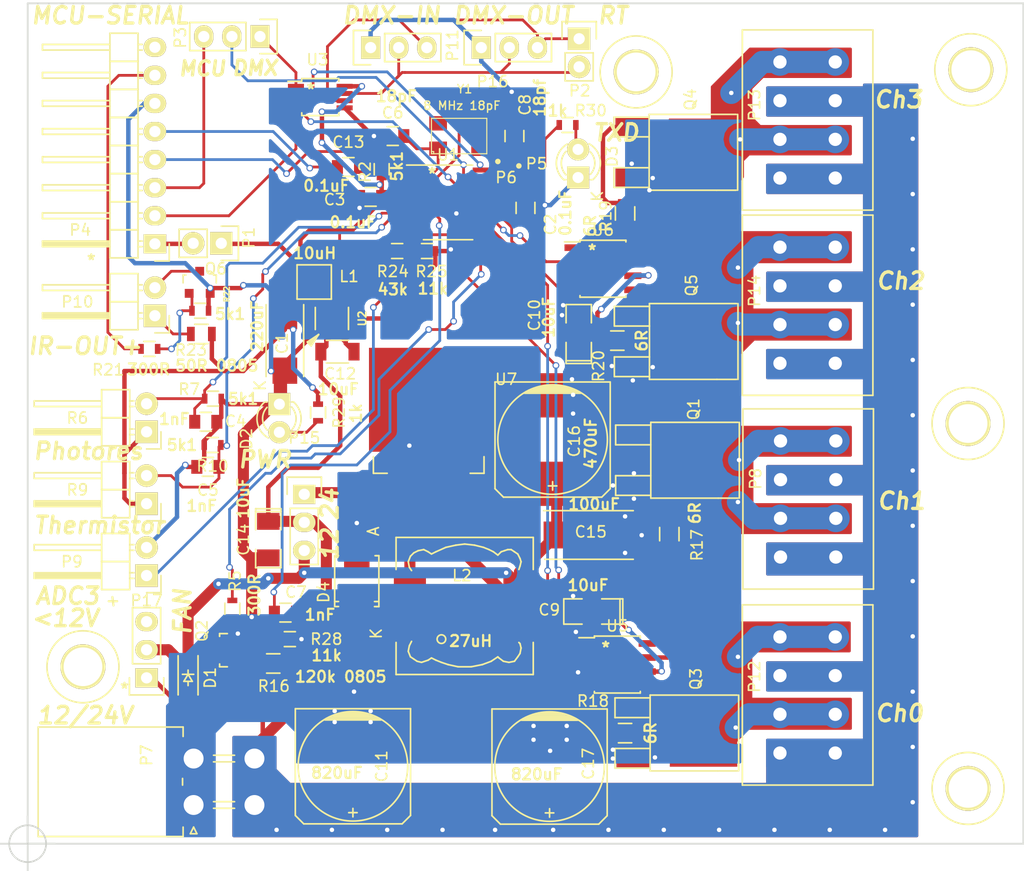
<source format=kicad_pcb>
(kicad_pcb (version 4) (host pcbnew 4.0.2+dfsg1-stable)

  (general
    (links 185)
    (no_connects 0)
    (area 12.5 12.975 105.075001 92.5)
    (thickness 1.6)
    (drawings 69)
    (tracks 834)
    (zones 0)
    (modules 77)
    (nets 58)
  )

  (page A4)
  (layers
    (0 F.Cu power)
    (31 B.Cu jumper)
    (33 F.Adhes user hide)
    (35 F.Paste user hide)
    (37 F.SilkS user)
    (38 B.Mask user)
    (39 F.Mask user)
    (40 Dwgs.User user hide)
    (41 Cmts.User user hide)
    (42 Eco1.User user hide)
    (43 Eco2.User user hide)
    (44 Edge.Cuts user)
    (45 Margin user hide)
    (47 F.CrtYd user hide)
    (49 F.Fab user hide)
  )

  (setup
    (last_trace_width 0.25)
    (trace_clearance 0.2)
    (zone_clearance 0.508)
    (zone_45_only yes)
    (trace_min 0.2)
    (segment_width 0.2)
    (edge_width 0.15)
    (via_size 0.6)
    (via_drill 0.4)
    (via_min_size 0.4)
    (via_min_drill 0.3)
    (uvia_size 0.3)
    (uvia_drill 0.1)
    (uvias_allowed no)
    (uvia_min_size 0.2)
    (uvia_min_drill 0.1)
    (pcb_text_width 0.2)
    (pcb_text_size 1 1)
    (mod_edge_width 0.15)
    (mod_text_size 1 1)
    (mod_text_width 0.15)
    (pad_size 6.096 6.096)
    (pad_drill 0)
    (pad_to_mask_clearance 0.2)
    (aux_axis_origin 15 90)
    (visible_elements FFFFFF7F)
    (pcbplotparams
      (layerselection 0x010e0_80000001)
      (usegerberextensions false)
      (gerberprecision 5)
      (excludeedgelayer true)
      (linewidth 0.100000)
      (plotframeref false)
      (viasonmask false)
      (mode 1)
      (useauxorigin true)
      (hpglpennumber 1)
      (hpglpenspeed 20)
      (hpglpendiameter 15)
      (hpglpenoverlay 2)
      (psnegative false)
      (psa4output false)
      (plotreference true)
      (plotvalue true)
      (plotinvisibletext false)
      (padsonsilk true)
      (subtractmaskfromsilk false)
      (outputformat 1)
      (mirror false)
      (drillshape 0)
      (scaleselection 1)
      (outputdirectory Output/))
  )

  (net 0 "")
  (net 1 +3V3)
  (net 2 GND)
  (net 3 PHR1)
  (net 4 "Net-(C7-Pad1)")
  (net 5 "Net-(D2-Pad2)")
  (net 6 "Net-(D3-Pad2)")
  (net 7 "Net-(P5-Pad1)")
  (net 8 "Net-(P8-Pad2)")
  (net 9 "Net-(P9-Pad1)")
  (net 10 "Net-(P10-Pad1)")
  (net 11 "Net-(P10-Pad2)")
  (net 12 "Net-(P12-Pad2)")
  (net 13 "Net-(P13-Pad2)")
  (net 14 "Net-(P14-Pad2)")
  (net 15 "Net-(Q2-Pad1)")
  (net 16 "Net-(Q6-Pad1)")
  (net 17 RXD)
  (net 18 ~RST)
  (net 19 BOOT0)
  (net 20 TXD)
  (net 21 "Net-(R17-Pad2)")
  (net 22 "Net-(R18-Pad1)")
  (net 23 "Net-(R19-Pad2)")
  (net 24 "Net-(R20-Pad1)")
  (net 25 ADC3)
  (net 26 "Net-(U1-Pad10)")
  (net 27 "Net-(U1-Pad12)")
  (net 28 "Net-(U1-Pad13)")
  (net 29 "Net-(U1-Pad14)")
  (net 30 "Net-(C6-Pad2)")
  (net 31 "Net-(C8-Pad1)")
  (net 32 THR)
  (net 33 +12V)
  (net 34 VCC)
  (net 35 "Net-(D1-Pad2)")
  (net 36 "Net-(D4-Pad1)")
  (net 37 "Net-(L1-Pad1)")
  (net 38 "Net-(P1-Pad2)")
  (net 39 "Net-(P3-Pad1)")
  (net 40 "Net-(P3-Pad3)")
  (net 41 "Net-(P4-Pad7)")
  (net 42 "Net-(P11-Pad2)")
  (net 43 "Net-(P11-Pad3)")
  (net 44 RST)
  (net 45 SoftPWM)
  (net 46 "Net-(P15-Pad1)")
  (net 47 "Net-(P4-Pad8)")
  (net 48 DE/~RE)
  (net 49 "Net-(P17-Pad3)")
  (net 50 "Net-(Q1-Pad1)")
  (net 51 "Net-(Q3-Pad1)")
  (net 52 "Net-(Q4-Pad1)")
  (net 53 "Net-(Q5-Pad1)")
  (net 54 "Net-(U2-Pad7)")
  (net 55 "Net-(U2-Pad4)")
  (net 56 "Net-(U5-Pad8)")
  (net 57 "Net-(U6-Pad8)")

  (net_class Default "This is the default net class."
    (clearance 0.2)
    (trace_width 0.25)
    (via_dia 0.6)
    (via_drill 0.4)
    (uvia_dia 0.3)
    (uvia_drill 0.1)
    (add_net ADC3)
    (add_net BOOT0)
    (add_net DE/~RE)
    (add_net "Net-(C6-Pad2)")
    (add_net "Net-(C7-Pad1)")
    (add_net "Net-(C8-Pad1)")
    (add_net "Net-(D2-Pad2)")
    (add_net "Net-(D3-Pad2)")
    (add_net "Net-(L1-Pad1)")
    (add_net "Net-(P10-Pad1)")
    (add_net "Net-(P10-Pad2)")
    (add_net "Net-(P11-Pad2)")
    (add_net "Net-(P11-Pad3)")
    (add_net "Net-(P17-Pad3)")
    (add_net "Net-(P3-Pad1)")
    (add_net "Net-(P3-Pad3)")
    (add_net "Net-(P4-Pad7)")
    (add_net "Net-(P4-Pad8)")
    (add_net "Net-(P5-Pad1)")
    (add_net "Net-(P9-Pad1)")
    (add_net "Net-(Q6-Pad1)")
    (add_net "Net-(U1-Pad10)")
    (add_net "Net-(U1-Pad12)")
    (add_net "Net-(U1-Pad13)")
    (add_net "Net-(U1-Pad14)")
    (add_net "Net-(U2-Pad4)")
    (add_net "Net-(U2-Pad7)")
    (add_net "Net-(U5-Pad8)")
    (add_net "Net-(U6-Pad8)")
    (add_net PHR1)
    (add_net RST)
    (add_net RXD)
    (add_net SoftPWM)
    (add_net THR)
    (add_net TXD)
    (add_net ~RST)
  )

  (net_class FETGate ""
    (clearance 0.2)
    (trace_width 0.4)
    (via_dia 0.6)
    (via_drill 0.4)
    (uvia_dia 0.3)
    (uvia_drill 0.1)
    (add_net "Net-(D4-Pad1)")
    (add_net "Net-(P15-Pad1)")
    (add_net "Net-(Q1-Pad1)")
    (add_net "Net-(Q2-Pad1)")
    (add_net "Net-(Q3-Pad1)")
    (add_net "Net-(Q4-Pad1)")
    (add_net "Net-(Q5-Pad1)")
    (add_net "Net-(R17-Pad2)")
    (add_net "Net-(R18-Pad1)")
    (add_net "Net-(R19-Pad2)")
    (add_net "Net-(R20-Pad1)")
    (add_net VCC)
  )

  (net_class HighPower ""
    (clearance 0.2)
    (trace_width 0.4)
    (via_dia 0.6)
    (via_drill 0.4)
    (uvia_dia 0.3)
    (uvia_drill 0.1)
    (add_net +12V)
    (add_net "Net-(P12-Pad2)")
    (add_net "Net-(P13-Pad2)")
    (add_net "Net-(P14-Pad2)")
    (add_net "Net-(P8-Pad2)")
  )

  (net_class MidPower ""
    (clearance 0.2)
    (trace_width 0.25)
    (via_dia 0.6)
    (via_drill 0.4)
    (uvia_dia 0.3)
    (uvia_drill 0.1)
    (add_net +3V3)
    (add_net GND)
    (add_net "Net-(D1-Pad2)")
    (add_net "Net-(P1-Pad2)")
  )

  (module Connectors_Terminal_Blocks:TerminalBlock_Pheonix_SPTAF-3.5mm_4pol (layer F.Cu) (tedit 5925B487) (tstamp 586D9305)
    (at 83 46.55 90)
    (descr "4-way 3.5mm pitch terminal block, Phoenix SPTAF series")
    (path /586D0AB0)
    (fp_text reference P14 (at 6.55 -2.3 90) (layer F.SilkS)
      (effects (font (size 1 1) (thickness 0.15)))
    )
    (fp_text value CONN_01X04 (at 5.25 6 90) (layer F.Fab)
      (effects (font (size 1 1) (thickness 0.15)))
    )
    (fp_line (start -2.9 -3.4) (end 13.4 -3.4) (layer F.CrtYd) (width 0.05))
    (fp_line (start -2.9 8.4) (end -2.9 -3.4) (layer F.CrtYd) (width 0.05))
    (fp_line (start 13.4 8.4) (end -2.9 8.4) (layer F.CrtYd) (width 0.05))
    (fp_line (start 13.4 -3.4) (end 13.4 8.4) (layer F.CrtYd) (width 0.05))
    (fp_line (start -2.9 -3.4) (end 13.4 -3.4) (layer F.SilkS) (width 0.15))
    (fp_line (start -2.9 8.4) (end -2.9 -3.4) (layer F.SilkS) (width 0.15))
    (fp_line (start 13.4 8.4) (end -2.9 8.4) (layer F.SilkS) (width 0.15))
    (fp_line (start 13.4 -3.4) (end 13.4 8.4) (layer F.SilkS) (width 0.15))
    (pad 4 thru_hole circle (at 10.5 0 90) (size 2.5 2.5) (drill 1.2) (layers *.Cu *.Mask)
      (net 14 "Net-(P14-Pad2)") (zone_connect 2))
    (pad 4 thru_hole circle (at 10.5 5 90) (size 2.5 2.5) (drill 1.2) (layers *.Cu *.Mask)
      (net 14 "Net-(P14-Pad2)") (zone_connect 2))
    (pad 3 thru_hole circle (at 7 0 90) (size 2.5 2.5) (drill 1.2) (layers *.Cu *.Mask)
      (net 34 VCC))
    (pad 3 thru_hole circle (at 7 5 90) (size 2.5 2.5) (drill 1.2) (layers *.Cu *.Mask)
      (net 34 VCC))
    (pad 2 thru_hole circle (at 3.5 0 90) (size 2.5 2.5) (drill 1.2) (layers *.Cu *.Mask)
      (net 14 "Net-(P14-Pad2)") (zone_connect 2))
    (pad 2 thru_hole circle (at 3.5 5 90) (size 2.5 2.5) (drill 1.2) (layers *.Cu *.Mask)
      (net 14 "Net-(P14-Pad2)") (zone_connect 2))
    (pad 1 thru_hole rect (at 0 0 90) (size 2.5 2.5) (drill 1.2) (layers *.Cu *.Mask)
      (net 34 VCC) (zone_connect 2))
    (pad 1 thru_hole rect (at 0 5 90) (size 2.5 2.5) (drill 1.2) (layers *.Cu *.Mask)
      (net 34 VCC) (zone_connect 2))
    (model Terminal_Blocks.3dshapes/TerminalBlock_Pheonix_SPTAF-3.5mm_4pol.wrl
      (at (xyz 0 0 0))
      (scale (xyz 1 1 1))
      (rotate (xyz 0 0 0))
    )
  )

  (module Choke_SMD:Choke_SMD_12x12mm_h8mm (layer F.Cu) (tedit 58D276B0) (tstamp 58D1767E)
    (at 54.5 68.5)
    (descr "Choke, SMD, 12x12mm 8mm height")
    (tags "Choke, SMD")
    (path /58D25B68)
    (attr smd)
    (fp_text reference L2 (at -0.25 -2.75) (layer F.SilkS)
      (effects (font (size 1 1) (thickness 0.15)))
    )
    (fp_text value 27uH (at 0 8.89) (layer F.Fab)
      (effects (font (size 1 1) (thickness 0.15)))
    )
    (fp_line (start -6.858 -6.604) (end 6.858 -6.604) (layer F.CrtYd) (width 0.05))
    (fp_line (start 6.858 -6.604) (end 6.858 6.604) (layer F.CrtYd) (width 0.05))
    (fp_line (start 6.858 6.604) (end -6.858 6.604) (layer F.CrtYd) (width 0.05))
    (fp_line (start -6.858 6.604) (end -6.858 -6.604) (layer F.CrtYd) (width 0.05))
    (fp_circle (center 0 0) (end 0.89916 0) (layer F.Adhes) (width 0.381))
    (fp_circle (center 0 0) (end 0.55118 0) (layer F.Adhes) (width 0.381))
    (fp_circle (center 0 0) (end 0.14986 0.14986) (layer F.Adhes) (width 0.381))
    (fp_circle (center -2.10058 2.99974) (end -1.80086 3.2512) (layer F.SilkS) (width 0.15))
    (fp_line (start 4.89966 3.29946) (end 5.00126 3.40106) (layer F.SilkS) (width 0.15))
    (fp_line (start 5.00126 3.40106) (end 5.10032 3.79984) (layer F.SilkS) (width 0.15))
    (fp_line (start 5.10032 3.79984) (end 5.00126 4.30022) (layer F.SilkS) (width 0.15))
    (fp_line (start 5.00126 4.30022) (end 4.8006 4.59994) (layer F.SilkS) (width 0.15))
    (fp_line (start 4.8006 4.59994) (end 4.50088 5.00126) (layer F.SilkS) (width 0.15))
    (fp_line (start 4.50088 5.00126) (end 4.0005 5.10032) (layer F.SilkS) (width 0.15))
    (fp_line (start 4.0005 5.10032) (end 3.50012 5.00126) (layer F.SilkS) (width 0.15))
    (fp_line (start 3.50012 5.00126) (end 3.0988 4.699) (layer F.SilkS) (width 0.15))
    (fp_line (start 3.0988 4.699) (end 2.99974 4.59994) (layer F.SilkS) (width 0.15))
    (fp_line (start 2.99974 4.59994) (end 2.4003 5.00126) (layer F.SilkS) (width 0.15))
    (fp_line (start 2.4003 5.00126) (end 1.6002 5.30098) (layer F.SilkS) (width 0.15))
    (fp_line (start 1.6002 5.30098) (end 0.59944 5.4991) (layer F.SilkS) (width 0.15))
    (fp_line (start 0.59944 5.4991) (end -0.59944 5.4991) (layer F.SilkS) (width 0.15))
    (fp_line (start -0.59944 5.4991) (end -1.50114 5.30098) (layer F.SilkS) (width 0.15))
    (fp_line (start -1.50114 5.30098) (end -2.10058 5.10032) (layer F.SilkS) (width 0.15))
    (fp_line (start -2.10058 5.10032) (end -2.60096 4.89966) (layer F.SilkS) (width 0.15))
    (fp_line (start -2.60096 4.89966) (end -2.99974 4.699) (layer F.SilkS) (width 0.15))
    (fp_line (start -2.99974 4.699) (end -3.29946 4.89966) (layer F.SilkS) (width 0.15))
    (fp_line (start -3.29946 4.89966) (end -3.8989 5.10032) (layer F.SilkS) (width 0.15))
    (fp_line (start -3.8989 5.10032) (end -4.30022 5.00126) (layer F.SilkS) (width 0.15))
    (fp_line (start -4.30022 5.00126) (end -4.59994 4.8006) (layer F.SilkS) (width 0.15))
    (fp_line (start -4.59994 4.8006) (end -4.89966 4.59994) (layer F.SilkS) (width 0.15))
    (fp_line (start -4.89966 4.59994) (end -5.10032 4.09956) (layer F.SilkS) (width 0.15))
    (fp_line (start -5.10032 4.09956) (end -5.00126 3.59918) (layer F.SilkS) (width 0.15))
    (fp_line (start -5.00126 3.59918) (end -4.8006 3.2004) (layer F.SilkS) (width 0.15))
    (fp_line (start 4.89966 -3.29946) (end 5.00126 -3.59918) (layer F.SilkS) (width 0.15))
    (fp_line (start 5.00126 -3.59918) (end 5.10032 -4.0005) (layer F.SilkS) (width 0.15))
    (fp_line (start 5.10032 -4.0005) (end 5.00126 -4.30022) (layer F.SilkS) (width 0.15))
    (fp_line (start 5.00126 -4.30022) (end 4.8006 -4.699) (layer F.SilkS) (width 0.15))
    (fp_line (start 4.8006 -4.699) (end 4.50088 -4.89966) (layer F.SilkS) (width 0.15))
    (fp_line (start 4.50088 -4.89966) (end 4.20116 -5.10032) (layer F.SilkS) (width 0.15))
    (fp_line (start 4.20116 -5.10032) (end 3.8989 -5.10032) (layer F.SilkS) (width 0.15))
    (fp_line (start 3.8989 -5.10032) (end 3.59918 -5.00126) (layer F.SilkS) (width 0.15))
    (fp_line (start 3.59918 -5.00126) (end 3.29946 -4.89966) (layer F.SilkS) (width 0.15))
    (fp_line (start 3.29946 -4.89966) (end 2.99974 -4.59994) (layer F.SilkS) (width 0.15))
    (fp_line (start 2.99974 -4.59994) (end 2.60096 -4.89966) (layer F.SilkS) (width 0.15))
    (fp_line (start 2.60096 -4.89966) (end 2.19964 -5.10032) (layer F.SilkS) (width 0.15))
    (fp_line (start 2.19964 -5.10032) (end 1.69926 -5.30098) (layer F.SilkS) (width 0.15))
    (fp_line (start 1.69926 -5.30098) (end 0.89916 -5.4991) (layer F.SilkS) (width 0.15))
    (fp_line (start 0.89916 -5.4991) (end 0 -5.6007) (layer F.SilkS) (width 0.15))
    (fp_line (start 0 -5.6007) (end -0.8001 -5.4991) (layer F.SilkS) (width 0.15))
    (fp_line (start -0.8001 -5.4991) (end -1.69926 -5.30098) (layer F.SilkS) (width 0.15))
    (fp_line (start -1.69926 -5.30098) (end -2.60096 -4.89966) (layer F.SilkS) (width 0.15))
    (fp_line (start -2.60096 -4.89966) (end -2.99974 -4.699) (layer F.SilkS) (width 0.15))
    (fp_line (start -2.99974 -4.699) (end -3.29946 -4.89966) (layer F.SilkS) (width 0.15))
    (fp_line (start -3.29946 -4.89966) (end -3.70078 -5.10032) (layer F.SilkS) (width 0.15))
    (fp_line (start -3.70078 -5.10032) (end -4.20116 -5.00126) (layer F.SilkS) (width 0.15))
    (fp_line (start -4.20116 -5.00126) (end -4.59994 -4.8006) (layer F.SilkS) (width 0.15))
    (fp_line (start -4.59994 -4.8006) (end -4.89966 -4.50088) (layer F.SilkS) (width 0.15))
    (fp_line (start -4.89966 -4.50088) (end -5.10032 -4.0005) (layer F.SilkS) (width 0.15))
    (fp_line (start -5.10032 -4.0005) (end -5.00126 -3.50012) (layer F.SilkS) (width 0.15))
    (fp_line (start -5.00126 -3.50012) (end -4.8006 -3.2004) (layer F.SilkS) (width 0.15))
    (fp_line (start -6.20014 3.29946) (end -6.20014 6.20014) (layer F.SilkS) (width 0.15))
    (fp_line (start -6.20014 6.20014) (end 6.20014 6.20014) (layer F.SilkS) (width 0.15))
    (fp_line (start 6.20014 6.20014) (end 6.20014 3.29946) (layer F.SilkS) (width 0.15))
    (fp_line (start 6.20014 -6.20014) (end -6.20014 -6.20014) (layer F.SilkS) (width 0.15))
    (fp_line (start -6.20014 -6.20014) (end -6.20014 -3.29946) (layer F.SilkS) (width 0.15))
    (fp_line (start 6.20014 -6.20014) (end 6.20014 -3.29946) (layer F.SilkS) (width 0.15))
    (pad 1 smd rect (at -4.95046 0) (size 2.90068 5.40004) (layers F.Cu F.Paste F.Mask)
      (net 36 "Net-(D4-Pad1)"))
    (pad 2 smd rect (at 4.95046 0) (size 2.90068 5.40004) (layers F.Cu F.Paste F.Mask)
      (net 33 +12V))
    (model Choke_SMD.3dshapes/Choke_SMD_12x12mm_h8mm.wrl
      (at (xyz 0 0 0))
      (scale (xyz 4 4 4))
      (rotate (xyz 0 0 0))
    )
  )

  (module Connectors_Terminal_Blocks:TerminalBlock_Pheonix_SPTAF-3.5mm_4pol (layer F.Cu) (tedit 5925B46F) (tstamp 586D929B)
    (at 83.05 64.075 90)
    (descr "4-way 3.5mm pitch terminal block, Phoenix SPTAF series")
    (path /586D0891)
    (fp_text reference P8 (at 7.075 -2.25 90) (layer F.SilkS)
      (effects (font (size 1 1) (thickness 0.15)))
    )
    (fp_text value CONN_01X04 (at 5.25 6 90) (layer F.Fab)
      (effects (font (size 1 1) (thickness 0.15)))
    )
    (fp_line (start -2.9 -3.4) (end 13.4 -3.4) (layer F.CrtYd) (width 0.05))
    (fp_line (start -2.9 8.4) (end -2.9 -3.4) (layer F.CrtYd) (width 0.05))
    (fp_line (start 13.4 8.4) (end -2.9 8.4) (layer F.CrtYd) (width 0.05))
    (fp_line (start 13.4 -3.4) (end 13.4 8.4) (layer F.CrtYd) (width 0.05))
    (fp_line (start -2.9 -3.4) (end 13.4 -3.4) (layer F.SilkS) (width 0.15))
    (fp_line (start -2.9 8.4) (end -2.9 -3.4) (layer F.SilkS) (width 0.15))
    (fp_line (start 13.4 8.4) (end -2.9 8.4) (layer F.SilkS) (width 0.15))
    (fp_line (start 13.4 -3.4) (end 13.4 8.4) (layer F.SilkS) (width 0.15))
    (pad 4 thru_hole circle (at 10.5 0 90) (size 2.5 2.5) (drill 1.2) (layers *.Cu *.Mask)
      (net 8 "Net-(P8-Pad2)") (zone_connect 2))
    (pad 4 thru_hole circle (at 10.5 5 90) (size 2.5 2.5) (drill 1.2) (layers *.Cu *.Mask)
      (net 8 "Net-(P8-Pad2)") (zone_connect 2))
    (pad 3 thru_hole circle (at 7 0 90) (size 2.5 2.5) (drill 1.2) (layers *.Cu *.Mask)
      (net 34 VCC))
    (pad 3 thru_hole circle (at 7 5 90) (size 2.5 2.5) (drill 1.2) (layers *.Cu *.Mask)
      (net 34 VCC))
    (pad 2 thru_hole circle (at 3.5 0 90) (size 2.5 2.5) (drill 1.2) (layers *.Cu *.Mask)
      (net 8 "Net-(P8-Pad2)") (zone_connect 2))
    (pad 2 thru_hole circle (at 3.5 5 90) (size 2.5 2.5) (drill 1.2) (layers *.Cu *.Mask)
      (net 8 "Net-(P8-Pad2)") (zone_connect 2))
    (pad 1 thru_hole rect (at 0 0 90) (size 2.5 2.5) (drill 1.2) (layers *.Cu *.Mask)
      (net 34 VCC) (zone_connect 2))
    (pad 1 thru_hole rect (at 0 5 90) (size 2.5 2.5) (drill 1.2) (layers *.Cu *.Mask)
      (net 34 VCC) (zone_connect 2))
    (model Terminal_Blocks.3dshapes/TerminalBlock_Pheonix_SPTAF-3.5mm_4pol.wrl
      (at (xyz 0 0 0))
      (scale (xyz 1 1 1))
      (rotate (xyz 0 0 0))
    )
  )

  (module Connectors_Terminal_Blocks:TerminalBlock_Pheonix_SPTAF-3.5mm_4pol (layer F.Cu) (tedit 5925B481) (tstamp 586D92F1)
    (at 83 29.8 90)
    (descr "4-way 3.5mm pitch terminal block, Phoenix SPTAF series")
    (path /586D0A11)
    (zone_connect 2)
    (fp_text reference P13 (at 6.6 -2.3 90) (layer F.SilkS)
      (effects (font (size 1 1) (thickness 0.15)))
    )
    (fp_text value CONN_01X04 (at 5.25 6 90) (layer F.Fab)
      (effects (font (size 1 1) (thickness 0.15)))
    )
    (fp_line (start -2.9 -3.4) (end 13.4 -3.4) (layer F.CrtYd) (width 0.05))
    (fp_line (start -2.9 8.4) (end -2.9 -3.4) (layer F.CrtYd) (width 0.05))
    (fp_line (start 13.4 8.4) (end -2.9 8.4) (layer F.CrtYd) (width 0.05))
    (fp_line (start 13.4 -3.4) (end 13.4 8.4) (layer F.CrtYd) (width 0.05))
    (fp_line (start -2.9 -3.4) (end 13.4 -3.4) (layer F.SilkS) (width 0.15))
    (fp_line (start -2.9 8.4) (end -2.9 -3.4) (layer F.SilkS) (width 0.15))
    (fp_line (start 13.4 8.4) (end -2.9 8.4) (layer F.SilkS) (width 0.15))
    (fp_line (start 13.4 -3.4) (end 13.4 8.4) (layer F.SilkS) (width 0.15))
    (pad 4 thru_hole circle (at 10.5 0 90) (size 2.5 2.5) (drill 1.2) (layers *.Cu *.Mask)
      (net 13 "Net-(P13-Pad2)") (zone_connect 2))
    (pad 4 thru_hole circle (at 10.5 5 90) (size 2.5 2.5) (drill 1.2) (layers *.Cu *.Mask)
      (net 13 "Net-(P13-Pad2)") (zone_connect 2))
    (pad 3 thru_hole circle (at 7 0 90) (size 2.5 2.5) (drill 1.2) (layers *.Cu *.Mask)
      (net 34 VCC) (zone_connect 2))
    (pad 3 thru_hole circle (at 7 5 90) (size 2.5 2.5) (drill 1.2) (layers *.Cu *.Mask)
      (net 34 VCC) (zone_connect 2))
    (pad 2 thru_hole circle (at 3.5 0 90) (size 2.5 2.5) (drill 1.2) (layers *.Cu *.Mask)
      (net 13 "Net-(P13-Pad2)") (zone_connect 2))
    (pad 2 thru_hole circle (at 3.5 5 90) (size 2.5 2.5) (drill 1.2) (layers *.Cu *.Mask)
      (net 13 "Net-(P13-Pad2)") (zone_connect 2))
    (pad 1 thru_hole rect (at 0 0 90) (size 2.5 2.5) (drill 1.2) (layers *.Cu *.Mask)
      (net 34 VCC) (zone_connect 2))
    (pad 1 thru_hole rect (at 0 5 90) (size 2.5 2.5) (drill 1.2) (layers *.Cu *.Mask)
      (net 34 VCC) (zone_connect 2))
    (model Terminal_Blocks.3dshapes/TerminalBlock_Pheonix_SPTAF-3.5mm_4pol.wrl
      (at (xyz 0 0 0))
      (scale (xyz 1 1 1))
      (rotate (xyz 0 0 0))
    )
  )

  (module Connectors_Terminal_Blocks:TerminalBlock_Pheonix_SPTAF-3.5mm_4pol (layer F.Cu) (tedit 5925B474) (tstamp 586D92DD)
    (at 83 81.8 90)
    (descr "4-way 3.5mm pitch terminal block, Phoenix SPTAF series")
    (path /586D0966)
    (fp_text reference P12 (at 6.9 -2.3 90) (layer F.SilkS)
      (effects (font (size 1 1) (thickness 0.15)))
    )
    (fp_text value CONN_01X04 (at 5.25 6 90) (layer F.Fab)
      (effects (font (size 1 1) (thickness 0.15)))
    )
    (fp_line (start -2.9 -3.4) (end 13.4 -3.4) (layer F.CrtYd) (width 0.05))
    (fp_line (start -2.9 8.4) (end -2.9 -3.4) (layer F.CrtYd) (width 0.05))
    (fp_line (start 13.4 8.4) (end -2.9 8.4) (layer F.CrtYd) (width 0.05))
    (fp_line (start 13.4 -3.4) (end 13.4 8.4) (layer F.CrtYd) (width 0.05))
    (fp_line (start -2.9 -3.4) (end 13.4 -3.4) (layer F.SilkS) (width 0.15))
    (fp_line (start -2.9 8.4) (end -2.9 -3.4) (layer F.SilkS) (width 0.15))
    (fp_line (start 13.4 8.4) (end -2.9 8.4) (layer F.SilkS) (width 0.15))
    (fp_line (start 13.4 -3.4) (end 13.4 8.4) (layer F.SilkS) (width 0.15))
    (pad 4 thru_hole circle (at 10.5 0 90) (size 2.5 2.5) (drill 1.2) (layers *.Cu *.Mask)
      (net 12 "Net-(P12-Pad2)") (zone_connect 2))
    (pad 4 thru_hole circle (at 10.5 5 90) (size 2.5 2.5) (drill 1.2) (layers *.Cu *.Mask)
      (net 12 "Net-(P12-Pad2)") (zone_connect 2))
    (pad 3 thru_hole circle (at 7 0 90) (size 2.5 2.5) (drill 1.2) (layers *.Cu *.Mask)
      (net 34 VCC))
    (pad 3 thru_hole circle (at 7 5 90) (size 2.5 2.5) (drill 1.2) (layers *.Cu *.Mask)
      (net 34 VCC))
    (pad 2 thru_hole circle (at 3.5 0 90) (size 2.5 2.5) (drill 1.2) (layers *.Cu *.Mask)
      (net 12 "Net-(P12-Pad2)") (zone_connect 2))
    (pad 2 thru_hole circle (at 3.5 5 90) (size 2.5 2.5) (drill 1.2) (layers *.Cu *.Mask)
      (net 12 "Net-(P12-Pad2)") (zone_connect 2))
    (pad 1 thru_hole rect (at 0 0 90) (size 2.5 2.5) (drill 1.2) (layers *.Cu *.Mask)
      (net 34 VCC) (zone_connect 2))
    (pad 1 thru_hole rect (at 0 5 90) (size 2.5 2.5) (drill 1.2) (layers *.Cu *.Mask)
      (net 34 VCC) (zone_connect 2))
    (model Terminal_Blocks.3dshapes/TerminalBlock_Pheonix_SPTAF-3.5mm_4pol.wrl
      (at (xyz 0 0 0))
      (scale (xyz 1 1 1))
      (rotate (xyz 0 0 0))
    )
  )

  (module Capacitors_SMD:C_0805 (layer F.Cu) (tedit 58D27C55) (tstamp 586D921D)
    (at 31.1 51.84)
    (descr "Capacitor SMD 0805, reflow soldering, AVX (see smccp.pdf)")
    (tags "capacitor 0805")
    (path /58437545)
    (attr smd)
    (fp_text reference C4 (at 2.7 -0.04) (layer F.SilkS)
      (effects (font (size 1 1) (thickness 0.15)))
    )
    (fp_text value 1nF (at 0 2.1) (layer F.Fab)
      (effects (font (size 1 1) (thickness 0.15)))
    )
    (fp_line (start -1.8 -1) (end 1.8 -1) (layer F.CrtYd) (width 0.05))
    (fp_line (start -1.8 1) (end 1.8 1) (layer F.CrtYd) (width 0.05))
    (fp_line (start -1.8 -1) (end -1.8 1) (layer F.CrtYd) (width 0.05))
    (fp_line (start 1.8 -1) (end 1.8 1) (layer F.CrtYd) (width 0.05))
    (fp_line (start 0.5 -0.85) (end -0.5 -0.85) (layer F.SilkS) (width 0.15))
    (fp_line (start -0.5 0.85) (end 0.5 0.85) (layer F.SilkS) (width 0.15))
    (pad 1 smd rect (at -1 0) (size 1 1.25) (layers F.Cu F.Paste F.Mask)
      (net 3 PHR1))
    (pad 2 smd rect (at 1 0) (size 1 1.25) (layers F.Cu F.Paste F.Mask)
      (net 2 GND))
    (model Capacitors_SMD.3dshapes/C_0805.wrl
      (at (xyz 0 0 0))
      (scale (xyz 1 1 1))
      (rotate (xyz 0 0 0))
    )
  )

  (module Capacitors_SMD:C_0805 (layer F.Cu) (tedit 5415D6EA) (tstamp 586D9223)
    (at 31.29 55.92 180)
    (descr "Capacitor SMD 0805, reflow soldering, AVX (see smccp.pdf)")
    (tags "capacitor 0805")
    (path /584376F4)
    (attr smd)
    (fp_text reference C5 (at 0 -2.1 180) (layer F.SilkS)
      (effects (font (size 1 1) (thickness 0.15)))
    )
    (fp_text value 1nF (at 0 2.1 180) (layer F.Fab)
      (effects (font (size 1 1) (thickness 0.15)))
    )
    (fp_line (start -1.8 -1) (end 1.8 -1) (layer F.CrtYd) (width 0.05))
    (fp_line (start -1.8 1) (end 1.8 1) (layer F.CrtYd) (width 0.05))
    (fp_line (start -1.8 -1) (end -1.8 1) (layer F.CrtYd) (width 0.05))
    (fp_line (start 1.8 -1) (end 1.8 1) (layer F.CrtYd) (width 0.05))
    (fp_line (start 0.5 -0.85) (end -0.5 -0.85) (layer F.SilkS) (width 0.15))
    (fp_line (start -0.5 0.85) (end 0.5 0.85) (layer F.SilkS) (width 0.15))
    (pad 1 smd rect (at -1 0 180) (size 1 1.25) (layers F.Cu F.Paste F.Mask)
      (net 32 THR))
    (pad 2 smd rect (at 1 0 180) (size 1 1.25) (layers F.Cu F.Paste F.Mask)
      (net 2 GND))
    (model Capacitors_SMD.3dshapes/C_0805.wrl
      (at (xyz 0 0 0))
      (scale (xyz 1 1 1))
      (rotate (xyz 0 0 0))
    )
  )

  (module Capacitors_SMD:C_0805 (layer F.Cu) (tedit 58D27553) (tstamp 586D9229)
    (at 38.3 69.1)
    (descr "Capacitor SMD 0805, reflow soldering, AVX (see smccp.pdf)")
    (tags "capacitor 0805")
    (path /586ACCEA)
    (attr smd)
    (fp_text reference C7 (at 0.95 -1.85) (layer F.SilkS)
      (effects (font (size 1 1) (thickness 0.15)))
    )
    (fp_text value 1nF (at 0 2.1) (layer F.Fab)
      (effects (font (size 1 1) (thickness 0.15)))
    )
    (fp_line (start -1.8 -1) (end 1.8 -1) (layer F.CrtYd) (width 0.05))
    (fp_line (start -1.8 1) (end 1.8 1) (layer F.CrtYd) (width 0.05))
    (fp_line (start -1.8 -1) (end -1.8 1) (layer F.CrtYd) (width 0.05))
    (fp_line (start 1.8 -1) (end 1.8 1) (layer F.CrtYd) (width 0.05))
    (fp_line (start 0.5 -0.85) (end -0.5 -0.85) (layer F.SilkS) (width 0.15))
    (fp_line (start -0.5 0.85) (end 0.5 0.85) (layer F.SilkS) (width 0.15))
    (pad 1 smd rect (at -1 0) (size 1 1.25) (layers F.Cu F.Paste F.Mask)
      (net 4 "Net-(C7-Pad1)"))
    (pad 2 smd rect (at 1 0) (size 1 1.25) (layers F.Cu F.Paste F.Mask)
      (net 2 GND))
    (model Capacitors_SMD.3dshapes/C_0805.wrl
      (at (xyz 0 0 0))
      (scale (xyz 1 1 1))
      (rotate (xyz 0 0 0))
    )
  )

  (module Capacitors_SMD:c_elec_10x10.5 (layer F.Cu) (tedit 58D2758E) (tstamp 586D923B)
    (at 44.4 83 270)
    (descr "SMT capacitor, aluminium electrolytic, 10x10.5")
    (path /5842D168)
    (attr smd)
    (fp_text reference C11 (at 0 -2.6 270) (layer F.SilkS)
      (effects (font (size 1 1) (thickness 0.15)))
    )
    (fp_text value 820uF (at 0 6.35 270) (layer F.Fab)
      (effects (font (size 1 1) (thickness 0.15)))
    )
    (fp_line (start -6.35 -5.6) (end 6.35 -5.6) (layer F.CrtYd) (width 0.05))
    (fp_line (start 6.35 -5.6) (end 6.35 5.6) (layer F.CrtYd) (width 0.05))
    (fp_line (start 6.35 5.6) (end -6.35 5.6) (layer F.CrtYd) (width 0.05))
    (fp_line (start -6.35 5.6) (end -6.35 -5.6) (layer F.CrtYd) (width 0.05))
    (fp_line (start -4.826 1.016) (end -4.826 -1.016) (layer F.SilkS) (width 0.15))
    (fp_line (start -4.699 -1.397) (end -4.699 1.524) (layer F.SilkS) (width 0.15))
    (fp_line (start -4.572 1.778) (end -4.572 -1.778) (layer F.SilkS) (width 0.15))
    (fp_line (start -4.445 -2.159) (end -4.445 2.159) (layer F.SilkS) (width 0.15))
    (fp_line (start -4.318 2.413) (end -4.318 -2.413) (layer F.SilkS) (width 0.15))
    (fp_line (start -4.191 -2.54) (end -4.191 2.54) (layer F.SilkS) (width 0.15))
    (fp_line (start -5.207 -5.207) (end -5.207 5.207) (layer F.SilkS) (width 0.15))
    (fp_line (start -5.207 5.207) (end 4.445 5.207) (layer F.SilkS) (width 0.15))
    (fp_line (start 4.445 5.207) (end 5.207 4.445) (layer F.SilkS) (width 0.15))
    (fp_line (start 5.207 4.445) (end 5.207 -4.445) (layer F.SilkS) (width 0.15))
    (fp_line (start 5.207 -4.445) (end 4.445 -5.207) (layer F.SilkS) (width 0.15))
    (fp_line (start 4.445 -5.207) (end -5.207 -5.207) (layer F.SilkS) (width 0.15))
    (fp_line (start 4.572 0) (end 3.81 0) (layer F.SilkS) (width 0.15))
    (fp_line (start 4.191 -0.381) (end 4.191 0.381) (layer F.SilkS) (width 0.15))
    (fp_circle (center 0 0) (end 4.953 0) (layer F.SilkS) (width 0.15))
    (pad 1 smd rect (at 4.0005 0 270) (size 4.0005 2.4003) (layers F.Cu F.Paste F.Mask)
      (net 34 VCC))
    (pad 2 smd rect (at -4.0005 0 270) (size 4.0005 2.4003) (layers F.Cu F.Paste F.Mask)
      (net 2 GND))
    (model Capacitors_SMD.3dshapes/c_elec_10x10.5.wrl
      (at (xyz 0 0 0))
      (scale (xyz 1 1 1))
      (rotate (xyz 0 0 0))
    )
  )

  (module LEDs:LED-3MM (layer F.Cu) (tedit 58D27C58) (tstamp 586D9247)
    (at 37.75 50.25 270)
    (descr "LED 3mm round vertical")
    (tags "LED  3mm round vertical")
    (path /586D18B0)
    (fp_text reference D2 (at 3.125 2.975 270) (layer F.SilkS)
      (effects (font (size 1 1) (thickness 0.15)))
    )
    (fp_text value POWER (at 1.3 -2.9 270) (layer F.Fab)
      (effects (font (size 1 1) (thickness 0.15)))
    )
    (fp_line (start -1.2 2.3) (end 3.8 2.3) (layer F.CrtYd) (width 0.05))
    (fp_line (start 3.8 2.3) (end 3.8 -2.2) (layer F.CrtYd) (width 0.05))
    (fp_line (start 3.8 -2.2) (end -1.2 -2.2) (layer F.CrtYd) (width 0.05))
    (fp_line (start -1.2 -2.2) (end -1.2 2.3) (layer F.CrtYd) (width 0.05))
    (fp_line (start -0.199 1.314) (end -0.199 1.114) (layer F.SilkS) (width 0.15))
    (fp_line (start -0.199 -1.28) (end -0.199 -1.1) (layer F.SilkS) (width 0.15))
    (fp_arc (start 1.301 0.034) (end -0.199 -1.286) (angle 108.5) (layer F.SilkS) (width 0.15))
    (fp_arc (start 1.301 0.034) (end 0.25 -1.1) (angle 85.7) (layer F.SilkS) (width 0.15))
    (fp_arc (start 1.311 0.034) (end 3.051 0.994) (angle 110) (layer F.SilkS) (width 0.15))
    (fp_arc (start 1.301 0.034) (end 2.335 1.094) (angle 87.5) (layer F.SilkS) (width 0.15))
    (fp_text user K (at -1.69 1.74 270) (layer F.SilkS)
      (effects (font (size 1 1) (thickness 0.15)))
    )
    (pad 1 thru_hole rect (at 0 0) (size 2 2) (drill 1.00076) (layers *.Cu *.Mask F.SilkS)
      (net 2 GND))
    (pad 2 thru_hole circle (at 2.54 0 270) (size 2 2) (drill 1.00076) (layers *.Cu *.Mask F.SilkS)
      (net 5 "Net-(D2-Pad2)"))
    (model LEDs.3dshapes/LED-3MM.wrl
      (at (xyz 0.05 0 0))
      (scale (xyz 1 1 1))
      (rotate (xyz 0 0 90))
    )
  )

  (module LEDs:LED-3MM (layer F.Cu) (tedit 559B82F6) (tstamp 586D924D)
    (at 64.75 29.75 90)
    (descr "LED 3mm round vertical")
    (tags "LED  3mm round vertical")
    (path /586D336B)
    (fp_text reference D3 (at 1.91 3.06 90) (layer F.SilkS)
      (effects (font (size 1 1) (thickness 0.15)))
    )
    (fp_text value ACTIVITY (at 1.3 -2.9 90) (layer F.Fab)
      (effects (font (size 1 1) (thickness 0.15)))
    )
    (fp_line (start -1.2 2.3) (end 3.8 2.3) (layer F.CrtYd) (width 0.05))
    (fp_line (start 3.8 2.3) (end 3.8 -2.2) (layer F.CrtYd) (width 0.05))
    (fp_line (start 3.8 -2.2) (end -1.2 -2.2) (layer F.CrtYd) (width 0.05))
    (fp_line (start -1.2 -2.2) (end -1.2 2.3) (layer F.CrtYd) (width 0.05))
    (fp_line (start -0.199 1.314) (end -0.199 1.114) (layer F.SilkS) (width 0.15))
    (fp_line (start -0.199 -1.28) (end -0.199 -1.1) (layer F.SilkS) (width 0.15))
    (fp_arc (start 1.301 0.034) (end -0.199 -1.286) (angle 108.5) (layer F.SilkS) (width 0.15))
    (fp_arc (start 1.301 0.034) (end 0.25 -1.1) (angle 85.7) (layer F.SilkS) (width 0.15))
    (fp_arc (start 1.311 0.034) (end 3.051 0.994) (angle 110) (layer F.SilkS) (width 0.15))
    (fp_arc (start 1.301 0.034) (end 2.335 1.094) (angle 87.5) (layer F.SilkS) (width 0.15))
    (fp_text user K (at -1.69 1.74 90) (layer F.SilkS)
      (effects (font (size 1 1) (thickness 0.15)))
    )
    (pad 1 thru_hole rect (at 0 0 180) (size 2 2) (drill 1.00076) (layers *.Cu *.Mask F.SilkS)
      (net 2 GND))
    (pad 2 thru_hole circle (at 2.54 0 90) (size 2 2) (drill 1.00076) (layers *.Cu *.Mask F.SilkS)
      (net 6 "Net-(D3-Pad2)"))
    (model LEDs.3dshapes/LED-3MM.wrl
      (at (xyz 0.05 0 0))
      (scale (xyz 1 1 1))
      (rotate (xyz 0 0 90))
    )
  )

  (module Pin_Headers:Pin_Header_Angled_1x08 (layer F.Cu) (tedit 58D27646) (tstamp 586D9274)
    (at 26.5 35.75 180)
    (descr "Through hole pin header")
    (tags "pin header")
    (path /5845A29B)
    (fp_text reference P4 (at 6.75 1.25 180) (layer F.SilkS)
      (effects (font (size 1 1) (thickness 0.15)))
    )
    (fp_text value TOZERO (at 0 -3.1 180) (layer F.Fab)
      (effects (font (size 1 1) (thickness 0.15)))
    )
    (fp_line (start -1.5 -1.75) (end -1.5 19.55) (layer F.CrtYd) (width 0.05))
    (fp_line (start 10.65 -1.75) (end 10.65 19.55) (layer F.CrtYd) (width 0.05))
    (fp_line (start -1.5 -1.75) (end 10.65 -1.75) (layer F.CrtYd) (width 0.05))
    (fp_line (start -1.5 19.55) (end 10.65 19.55) (layer F.CrtYd) (width 0.05))
    (fp_line (start -1.3 -1.55) (end -1.3 0) (layer F.SilkS) (width 0.15))
    (fp_line (start 0 -1.55) (end -1.3 -1.55) (layer F.SilkS) (width 0.15))
    (fp_line (start 4.191 -0.127) (end 10.033 -0.127) (layer F.SilkS) (width 0.15))
    (fp_line (start 10.033 -0.127) (end 10.033 0.127) (layer F.SilkS) (width 0.15))
    (fp_line (start 10.033 0.127) (end 4.191 0.127) (layer F.SilkS) (width 0.15))
    (fp_line (start 4.191 0.127) (end 4.191 0) (layer F.SilkS) (width 0.15))
    (fp_line (start 4.191 0) (end 10.033 0) (layer F.SilkS) (width 0.15))
    (fp_line (start 1.524 17.526) (end 1.143 17.526) (layer F.SilkS) (width 0.15))
    (fp_line (start 1.524 18.034) (end 1.143 18.034) (layer F.SilkS) (width 0.15))
    (fp_line (start 1.524 -0.254) (end 1.143 -0.254) (layer F.SilkS) (width 0.15))
    (fp_line (start 1.524 0.254) (end 1.143 0.254) (layer F.SilkS) (width 0.15))
    (fp_line (start 1.524 2.286) (end 1.143 2.286) (layer F.SilkS) (width 0.15))
    (fp_line (start 1.524 2.794) (end 1.143 2.794) (layer F.SilkS) (width 0.15))
    (fp_line (start 1.524 4.826) (end 1.143 4.826) (layer F.SilkS) (width 0.15))
    (fp_line (start 1.524 5.334) (end 1.143 5.334) (layer F.SilkS) (width 0.15))
    (fp_line (start 1.524 15.494) (end 1.143 15.494) (layer F.SilkS) (width 0.15))
    (fp_line (start 1.524 14.986) (end 1.143 14.986) (layer F.SilkS) (width 0.15))
    (fp_line (start 1.524 12.954) (end 1.143 12.954) (layer F.SilkS) (width 0.15))
    (fp_line (start 1.524 12.446) (end 1.143 12.446) (layer F.SilkS) (width 0.15))
    (fp_line (start 1.524 10.414) (end 1.143 10.414) (layer F.SilkS) (width 0.15))
    (fp_line (start 1.524 9.906) (end 1.143 9.906) (layer F.SilkS) (width 0.15))
    (fp_line (start 1.524 7.874) (end 1.143 7.874) (layer F.SilkS) (width 0.15))
    (fp_line (start 1.524 7.366) (end 1.143 7.366) (layer F.SilkS) (width 0.15))
    (fp_line (start 1.524 13.97) (end 4.064 13.97) (layer F.SilkS) (width 0.15))
    (fp_line (start 1.524 13.97) (end 1.524 16.51) (layer F.SilkS) (width 0.15))
    (fp_line (start 1.524 16.51) (end 4.064 16.51) (layer F.SilkS) (width 0.15))
    (fp_line (start 4.064 14.986) (end 10.16 14.986) (layer F.SilkS) (width 0.15))
    (fp_line (start 10.16 14.986) (end 10.16 15.494) (layer F.SilkS) (width 0.15))
    (fp_line (start 10.16 15.494) (end 4.064 15.494) (layer F.SilkS) (width 0.15))
    (fp_line (start 4.064 16.51) (end 4.064 13.97) (layer F.SilkS) (width 0.15))
    (fp_line (start 4.064 19.05) (end 4.064 16.51) (layer F.SilkS) (width 0.15))
    (fp_line (start 10.16 18.034) (end 4.064 18.034) (layer F.SilkS) (width 0.15))
    (fp_line (start 10.16 17.526) (end 10.16 18.034) (layer F.SilkS) (width 0.15))
    (fp_line (start 4.064 17.526) (end 10.16 17.526) (layer F.SilkS) (width 0.15))
    (fp_line (start 1.524 16.51) (end 1.524 19.05) (layer F.SilkS) (width 0.15))
    (fp_line (start 1.524 16.51) (end 4.064 16.51) (layer F.SilkS) (width 0.15))
    (fp_line (start 1.524 19.05) (end 4.064 19.05) (layer F.SilkS) (width 0.15))
    (fp_line (start 1.524 -1.27) (end 4.064 -1.27) (layer F.SilkS) (width 0.15))
    (fp_line (start 1.524 1.27) (end 4.064 1.27) (layer F.SilkS) (width 0.15))
    (fp_line (start 1.524 1.27) (end 1.524 3.81) (layer F.SilkS) (width 0.15))
    (fp_line (start 1.524 3.81) (end 4.064 3.81) (layer F.SilkS) (width 0.15))
    (fp_line (start 4.064 2.286) (end 10.16 2.286) (layer F.SilkS) (width 0.15))
    (fp_line (start 10.16 2.286) (end 10.16 2.794) (layer F.SilkS) (width 0.15))
    (fp_line (start 10.16 2.794) (end 4.064 2.794) (layer F.SilkS) (width 0.15))
    (fp_line (start 4.064 3.81) (end 4.064 1.27) (layer F.SilkS) (width 0.15))
    (fp_line (start 4.064 1.27) (end 4.064 -1.27) (layer F.SilkS) (width 0.15))
    (fp_line (start 10.16 0.254) (end 4.064 0.254) (layer F.SilkS) (width 0.15))
    (fp_line (start 10.16 -0.254) (end 10.16 0.254) (layer F.SilkS) (width 0.15))
    (fp_line (start 4.064 -0.254) (end 10.16 -0.254) (layer F.SilkS) (width 0.15))
    (fp_line (start 1.524 1.27) (end 4.064 1.27) (layer F.SilkS) (width 0.15))
    (fp_line (start 1.524 -1.27) (end 1.524 1.27) (layer F.SilkS) (width 0.15))
    (fp_line (start 1.524 8.89) (end 4.064 8.89) (layer F.SilkS) (width 0.15))
    (fp_line (start 1.524 8.89) (end 1.524 11.43) (layer F.SilkS) (width 0.15))
    (fp_line (start 1.524 11.43) (end 4.064 11.43) (layer F.SilkS) (width 0.15))
    (fp_line (start 4.064 9.906) (end 10.16 9.906) (layer F.SilkS) (width 0.15))
    (fp_line (start 10.16 9.906) (end 10.16 10.414) (layer F.SilkS) (width 0.15))
    (fp_line (start 10.16 10.414) (end 4.064 10.414) (layer F.SilkS) (width 0.15))
    (fp_line (start 4.064 11.43) (end 4.064 8.89) (layer F.SilkS) (width 0.15))
    (fp_line (start 4.064 13.97) (end 4.064 11.43) (layer F.SilkS) (width 0.15))
    (fp_line (start 10.16 12.954) (end 4.064 12.954) (layer F.SilkS) (width 0.15))
    (fp_line (start 10.16 12.446) (end 10.16 12.954) (layer F.SilkS) (width 0.15))
    (fp_line (start 4.064 12.446) (end 10.16 12.446) (layer F.SilkS) (width 0.15))
    (fp_line (start 1.524 13.97) (end 4.064 13.97) (layer F.SilkS) (width 0.15))
    (fp_line (start 1.524 11.43) (end 1.524 13.97) (layer F.SilkS) (width 0.15))
    (fp_line (start 1.524 11.43) (end 4.064 11.43) (layer F.SilkS) (width 0.15))
    (fp_line (start 1.524 6.35) (end 4.064 6.35) (layer F.SilkS) (width 0.15))
    (fp_line (start 1.524 6.35) (end 1.524 8.89) (layer F.SilkS) (width 0.15))
    (fp_line (start 1.524 8.89) (end 4.064 8.89) (layer F.SilkS) (width 0.15))
    (fp_line (start 4.064 7.366) (end 10.16 7.366) (layer F.SilkS) (width 0.15))
    (fp_line (start 10.16 7.366) (end 10.16 7.874) (layer F.SilkS) (width 0.15))
    (fp_line (start 10.16 7.874) (end 4.064 7.874) (layer F.SilkS) (width 0.15))
    (fp_line (start 4.064 8.89) (end 4.064 6.35) (layer F.SilkS) (width 0.15))
    (fp_line (start 4.064 6.35) (end 4.064 3.81) (layer F.SilkS) (width 0.15))
    (fp_line (start 10.16 5.334) (end 4.064 5.334) (layer F.SilkS) (width 0.15))
    (fp_line (start 10.16 4.826) (end 10.16 5.334) (layer F.SilkS) (width 0.15))
    (fp_line (start 4.064 4.826) (end 10.16 4.826) (layer F.SilkS) (width 0.15))
    (fp_line (start 1.524 6.35) (end 4.064 6.35) (layer F.SilkS) (width 0.15))
    (fp_line (start 1.524 3.81) (end 1.524 6.35) (layer F.SilkS) (width 0.15))
    (fp_line (start 1.524 3.81) (end 4.064 3.81) (layer F.SilkS) (width 0.15))
    (pad 1 thru_hole rect (at 0 0 180) (size 2.032 1.7272) (drill 1.016) (layers *.Cu *.Mask F.SilkS)
      (net 38 "Net-(P1-Pad2)"))
    (pad 2 thru_hole oval (at 0 2.54 180) (size 2.032 1.7272) (drill 1.016) (layers *.Cu *.Mask F.SilkS)
      (net 20 TXD))
    (pad 3 thru_hole oval (at 0 5.08 180) (size 2.032 1.7272) (drill 1.016) (layers *.Cu *.Mask F.SilkS)
      (net 40 "Net-(P3-Pad3)"))
    (pad 4 thru_hole oval (at 0 7.62 180) (size 2.032 1.7272) (drill 1.016) (layers *.Cu *.Mask F.SilkS)
      (net 19 BOOT0))
    (pad 5 thru_hole oval (at 0 10.16 180) (size 2.032 1.7272) (drill 1.016) (layers *.Cu *.Mask F.SilkS)
      (net 44 RST))
    (pad 6 thru_hole oval (at 0 12.7 180) (size 2.032 1.7272) (drill 1.016) (layers *.Cu *.Mask F.SilkS)
      (net 2 GND))
    (pad 7 thru_hole oval (at 0 15.24 180) (size 2.032 1.7272) (drill 1.016) (layers *.Cu *.Mask F.SilkS)
      (net 41 "Net-(P4-Pad7)"))
    (pad 8 thru_hole oval (at 0 17.78 180) (size 2.032 1.7272) (drill 1.016) (layers *.Cu *.Mask F.SilkS)
      (net 47 "Net-(P4-Pad8)"))
    (model Pin_Headers.3dshapes/Pin_Header_Angled_1x08.wrl
      (at (xyz 0 -0.35 0))
      (scale (xyz 1 1 1))
      (rotate (xyz 0 0 90))
    )
  )

  (module Connectors_Molex:Molex_MiniFit-JR-5569-04A2_2x02x4.20mm_Angled (layer F.Cu) (tedit 58D27587) (tstamp 586D9287)
    (at 30 86.5 90)
    (descr "Molex Mini-Fit JR, PN:5569-04A2, dual row, side entry type, through hole, with plastic peg mount")
    (tags "connector molex mini-fit 5569")
    (path /58429E9E)
    (zone_connect 2)
    (fp_text reference P7 (at 4.5 -4.25 90) (layer F.SilkS)
      (effects (font (size 1 1) (thickness 0.15)))
    )
    (fp_text value "Molex 12V/24V" (at 2.1 10 90) (layer F.Fab)
      (effects (font (size 1 1) (thickness 0.15)))
    )
    (fp_line (start -3.15 -14.35) (end -3.15 7.5) (layer F.CrtYd) (width 0.05))
    (fp_line (start -3.15 7.5) (end 7.4 7.5) (layer F.CrtYd) (width 0.05))
    (fp_line (start 7.4 7.5) (end 7.4 -14.35) (layer F.CrtYd) (width 0.05))
    (fp_line (start 7.4 -14.35) (end -3.15 -14.35) (layer F.CrtYd) (width 0.05))
    (fp_line (start -2 -0.95) (end -2.85 -0.95) (layer F.SilkS) (width 0.15))
    (fp_line (start -2.85 -0.95) (end -2.85 -14.05) (layer F.SilkS) (width 0.15))
    (fp_line (start -2.85 -14.05) (end 2.1 -14.05) (layer F.SilkS) (width 0.15))
    (fp_line (start 6.2 -0.95) (end 7.05 -0.95) (layer F.SilkS) (width 0.15))
    (fp_line (start 7.05 -0.95) (end 7.05 -14.05) (layer F.SilkS) (width 0.15))
    (fp_line (start 7.05 -14.05) (end 2.1 -14.05) (layer F.SilkS) (width 0.15))
    (fp_line (start -2.7 -13.9) (end -2.7 -1.1) (layer F.Fab) (width 0.05))
    (fp_line (start -2.7 -1.1) (end 6.9 -1.1) (layer F.Fab) (width 0.05))
    (fp_line (start 6.9 -1.1) (end 6.9 -13.9) (layer F.Fab) (width 0.05))
    (fp_line (start 6.9 -13.9) (end -2.7 -13.9) (layer F.Fab) (width 0.05))
    (fp_line (start -0.3 1.8) (end -0.3 3.7) (layer F.SilkS) (width 0.15))
    (fp_line (start 0.3 1.8) (end 0.3 3.7) (layer F.SilkS) (width 0.15))
    (fp_line (start 3.9 1.8) (end 3.9 3.7) (layer F.SilkS) (width 0.15))
    (fp_line (start 4.5 1.8) (end 4.5 3.7) (layer F.SilkS) (width 0.15))
    (fp_line (start 1.8 -1) (end 2.4 -1) (layer F.SilkS) (width 0.15))
    (fp_line (start -2 0) (end -2.6 0.3) (layer F.SilkS) (width 0.15))
    (fp_line (start -2.6 0.3) (end -2.6 -0.3) (layer F.SilkS) (width 0.15))
    (fp_line (start -2.6 -0.3) (end -2 0) (layer F.SilkS) (width 0.15))
    (pad 1 thru_hole rect (at 0 0 90) (size 3 3) (drill 1.8) (layers *.Cu *.Mask)
      (net 2 GND) (zone_connect 2))
    (pad 2 thru_hole circle (at 4.2 0 90) (size 3 3) (drill 1.8) (layers *.Cu *.Mask)
      (net 2 GND) (zone_connect 2))
    (pad 3 thru_hole circle (at 0 5.5 90) (size 3 3) (drill 1.8) (layers *.Cu *.Mask)
      (net 34 VCC) (zone_connect 2))
    (pad 4 thru_hole circle (at 4.2 5.5 90) (size 3 3) (drill 1.8) (layers *.Cu *.Mask)
      (net 34 VCC) (zone_connect 2))
    (pad "" np_thru_hole circle (at 2.1 -7.3 90) (size 3 3) (drill 3) (layers *.Cu)
      (zone_connect 0))
    (model Connectors_Molex.3dshapes/Molex_MiniFit-JR-5569-04A2_2x02x4.20mm_Angled.wrl
      (at (xyz 0 0 0))
      (scale (xyz 1 1 1))
      (rotate (xyz 0 0 0))
    )
  )

  (module Pin_Headers:Pin_Header_Angled_1x02 (layer F.Cu) (tedit 58D275FB) (tstamp 586D92A1)
    (at 25.75 65.75 180)
    (descr "Through hole pin header")
    (tags "pin header")
    (path /5845E309)
    (fp_text reference P9 (at 6.75 1.25 180) (layer F.SilkS)
      (effects (font (size 1 1) (thickness 0.15)))
    )
    (fp_text value ADC3 (at 0 -3.1 180) (layer F.Fab)
      (effects (font (size 1 1) (thickness 0.15)))
    )
    (fp_line (start -1.5 -1.75) (end -1.5 4.3) (layer F.CrtYd) (width 0.05))
    (fp_line (start 10.65 -1.75) (end 10.65 4.3) (layer F.CrtYd) (width 0.05))
    (fp_line (start -1.5 -1.75) (end 10.65 -1.75) (layer F.CrtYd) (width 0.05))
    (fp_line (start -1.5 4.3) (end 10.65 4.3) (layer F.CrtYd) (width 0.05))
    (fp_line (start -1.3 -1.55) (end -1.3 0) (layer F.SilkS) (width 0.15))
    (fp_line (start 0 -1.55) (end -1.3 -1.55) (layer F.SilkS) (width 0.15))
    (fp_line (start 4.191 -0.127) (end 10.033 -0.127) (layer F.SilkS) (width 0.15))
    (fp_line (start 10.033 -0.127) (end 10.033 0.127) (layer F.SilkS) (width 0.15))
    (fp_line (start 10.033 0.127) (end 4.191 0.127) (layer F.SilkS) (width 0.15))
    (fp_line (start 4.191 0.127) (end 4.191 0) (layer F.SilkS) (width 0.15))
    (fp_line (start 4.191 0) (end 10.033 0) (layer F.SilkS) (width 0.15))
    (fp_line (start 1.524 -0.254) (end 1.143 -0.254) (layer F.SilkS) (width 0.15))
    (fp_line (start 1.524 0.254) (end 1.143 0.254) (layer F.SilkS) (width 0.15))
    (fp_line (start 1.524 2.286) (end 1.143 2.286) (layer F.SilkS) (width 0.15))
    (fp_line (start 1.524 2.794) (end 1.143 2.794) (layer F.SilkS) (width 0.15))
    (fp_line (start 1.524 -1.27) (end 4.064 -1.27) (layer F.SilkS) (width 0.15))
    (fp_line (start 1.524 1.27) (end 4.064 1.27) (layer F.SilkS) (width 0.15))
    (fp_line (start 1.524 1.27) (end 1.524 3.81) (layer F.SilkS) (width 0.15))
    (fp_line (start 1.524 3.81) (end 4.064 3.81) (layer F.SilkS) (width 0.15))
    (fp_line (start 4.064 2.286) (end 10.16 2.286) (layer F.SilkS) (width 0.15))
    (fp_line (start 10.16 2.286) (end 10.16 2.794) (layer F.SilkS) (width 0.15))
    (fp_line (start 10.16 2.794) (end 4.064 2.794) (layer F.SilkS) (width 0.15))
    (fp_line (start 4.064 3.81) (end 4.064 1.27) (layer F.SilkS) (width 0.15))
    (fp_line (start 4.064 1.27) (end 4.064 -1.27) (layer F.SilkS) (width 0.15))
    (fp_line (start 10.16 0.254) (end 4.064 0.254) (layer F.SilkS) (width 0.15))
    (fp_line (start 10.16 -0.254) (end 10.16 0.254) (layer F.SilkS) (width 0.15))
    (fp_line (start 4.064 -0.254) (end 10.16 -0.254) (layer F.SilkS) (width 0.15))
    (fp_line (start 1.524 1.27) (end 4.064 1.27) (layer F.SilkS) (width 0.15))
    (fp_line (start 1.524 -1.27) (end 1.524 1.27) (layer F.SilkS) (width 0.15))
    (pad 1 thru_hole rect (at 0 0 180) (size 2.032 2.032) (drill 1.016) (layers *.Cu *.Mask F.SilkS)
      (net 9 "Net-(P9-Pad1)"))
    (pad 2 thru_hole oval (at 0 2.54 180) (size 2.032 2.032) (drill 1.016) (layers *.Cu *.Mask F.SilkS)
      (net 2 GND))
    (model Pin_Headers.3dshapes/Pin_Header_Angled_1x02.wrl
      (at (xyz 0 -0.05 0))
      (scale (xyz 1 1 1))
      (rotate (xyz 0 0 90))
    )
  )

  (module TO_SOT_Packages_SMD:SOT-23 (layer F.Cu) (tedit 58D2760A) (tstamp 586D932F)
    (at 30.55 39.225)
    (descr "SOT-23, Standard")
    (tags SOT-23)
    (path /5845AC68)
    (attr smd)
    (fp_text reference Q6 (at 1.45 -1.225) (layer F.SilkS)
      (effects (font (size 1 1) (thickness 0.15)))
    )
    (fp_text value FDV303N (at 0 2.3) (layer F.Fab)
      (effects (font (size 1 1) (thickness 0.15)))
    )
    (fp_line (start -1.65 -1.6) (end 1.65 -1.6) (layer F.CrtYd) (width 0.05))
    (fp_line (start 1.65 -1.6) (end 1.65 1.6) (layer F.CrtYd) (width 0.05))
    (fp_line (start 1.65 1.6) (end -1.65 1.6) (layer F.CrtYd) (width 0.05))
    (fp_line (start -1.65 1.6) (end -1.65 -1.6) (layer F.CrtYd) (width 0.05))
    (fp_line (start 1.29916 -0.65024) (end 1.2509 -0.65024) (layer F.SilkS) (width 0.15))
    (fp_line (start -1.49982 0.0508) (end -1.49982 -0.65024) (layer F.SilkS) (width 0.15))
    (fp_line (start -1.49982 -0.65024) (end -1.2509 -0.65024) (layer F.SilkS) (width 0.15))
    (fp_line (start 1.29916 -0.65024) (end 1.49982 -0.65024) (layer F.SilkS) (width 0.15))
    (fp_line (start 1.49982 -0.65024) (end 1.49982 0.0508) (layer F.SilkS) (width 0.15))
    (pad 1 smd rect (at -0.95 1.00076) (size 0.8001 0.8001) (layers F.Cu F.Paste F.Mask)
      (net 16 "Net-(Q6-Pad1)"))
    (pad 2 smd rect (at 0.95 1.00076) (size 0.8001 0.8001) (layers F.Cu F.Paste F.Mask)
      (net 2 GND))
    (pad 3 smd rect (at 0 -0.99822) (size 0.8001 0.8001) (layers F.Cu F.Paste F.Mask)
      (net 11 "Net-(P10-Pad2)"))
    (model TO_SOT_Packages_SMD.3dshapes/SOT-23.wrl
      (at (xyz 0 0 0))
      (scale (xyz 1 1 1))
      (rotate (xyz 0 0 0))
    )
  )

  (module Resistors_SMD:R_0603 (layer F.Cu) (tedit 58D27697) (tstamp 586D934D)
    (at 33.5 68.75 270)
    (descr "Resistor SMD 0603, reflow soldering, Vishay (see dcrcw.pdf)")
    (tags "resistor 0603")
    (path /58D2E071)
    (attr smd)
    (fp_text reference R5 (at -2.5 -0.25 270) (layer F.SilkS)
      (effects (font (size 1 1) (thickness 0.15)))
    )
    (fp_text value 300 (at 0 1.9 270) (layer F.Fab)
      (effects (font (size 1 1) (thickness 0.15)))
    )
    (fp_line (start -1.3 -0.8) (end 1.3 -0.8) (layer F.CrtYd) (width 0.05))
    (fp_line (start -1.3 0.8) (end 1.3 0.8) (layer F.CrtYd) (width 0.05))
    (fp_line (start -1.3 -0.8) (end -1.3 0.8) (layer F.CrtYd) (width 0.05))
    (fp_line (start 1.3 -0.8) (end 1.3 0.8) (layer F.CrtYd) (width 0.05))
    (fp_line (start 0.5 0.675) (end -0.5 0.675) (layer F.SilkS) (width 0.15))
    (fp_line (start -0.5 -0.675) (end 0.5 -0.675) (layer F.SilkS) (width 0.15))
    (pad 1 smd rect (at -0.75 0 270) (size 0.5 0.9) (layers F.Cu F.Paste F.Mask)
      (net 45 SoftPWM))
    (pad 2 smd rect (at 0.75 0 270) (size 0.5 0.9) (layers F.Cu F.Paste F.Mask)
      (net 15 "Net-(Q2-Pad1)"))
    (model Resistors_SMD.3dshapes/R_0603.wrl
      (at (xyz 0 0 0))
      (scale (xyz 1 1 1))
      (rotate (xyz 0 0 0))
    )
  )

  (module Pin_Headers:Pin_Header_Angled_1x02 (layer F.Cu) (tedit 58D275ED) (tstamp 586D9353)
    (at 25.75 52.75 180)
    (descr "Through hole pin header")
    (tags "pin header")
    (path /5843683F)
    (fp_text reference R6 (at 6.25 1.25 180) (layer F.SilkS)
      (effects (font (size 1 1) (thickness 0.15)))
    )
    (fp_text value Photores (at 0 -3.1 180) (layer F.Fab)
      (effects (font (size 1 1) (thickness 0.15)))
    )
    (fp_line (start -1.5 -1.75) (end -1.5 4.3) (layer F.CrtYd) (width 0.05))
    (fp_line (start 10.65 -1.75) (end 10.65 4.3) (layer F.CrtYd) (width 0.05))
    (fp_line (start -1.5 -1.75) (end 10.65 -1.75) (layer F.CrtYd) (width 0.05))
    (fp_line (start -1.5 4.3) (end 10.65 4.3) (layer F.CrtYd) (width 0.05))
    (fp_line (start -1.3 -1.55) (end -1.3 0) (layer F.SilkS) (width 0.15))
    (fp_line (start 0 -1.55) (end -1.3 -1.55) (layer F.SilkS) (width 0.15))
    (fp_line (start 4.191 -0.127) (end 10.033 -0.127) (layer F.SilkS) (width 0.15))
    (fp_line (start 10.033 -0.127) (end 10.033 0.127) (layer F.SilkS) (width 0.15))
    (fp_line (start 10.033 0.127) (end 4.191 0.127) (layer F.SilkS) (width 0.15))
    (fp_line (start 4.191 0.127) (end 4.191 0) (layer F.SilkS) (width 0.15))
    (fp_line (start 4.191 0) (end 10.033 0) (layer F.SilkS) (width 0.15))
    (fp_line (start 1.524 -0.254) (end 1.143 -0.254) (layer F.SilkS) (width 0.15))
    (fp_line (start 1.524 0.254) (end 1.143 0.254) (layer F.SilkS) (width 0.15))
    (fp_line (start 1.524 2.286) (end 1.143 2.286) (layer F.SilkS) (width 0.15))
    (fp_line (start 1.524 2.794) (end 1.143 2.794) (layer F.SilkS) (width 0.15))
    (fp_line (start 1.524 -1.27) (end 4.064 -1.27) (layer F.SilkS) (width 0.15))
    (fp_line (start 1.524 1.27) (end 4.064 1.27) (layer F.SilkS) (width 0.15))
    (fp_line (start 1.524 1.27) (end 1.524 3.81) (layer F.SilkS) (width 0.15))
    (fp_line (start 1.524 3.81) (end 4.064 3.81) (layer F.SilkS) (width 0.15))
    (fp_line (start 4.064 2.286) (end 10.16 2.286) (layer F.SilkS) (width 0.15))
    (fp_line (start 10.16 2.286) (end 10.16 2.794) (layer F.SilkS) (width 0.15))
    (fp_line (start 10.16 2.794) (end 4.064 2.794) (layer F.SilkS) (width 0.15))
    (fp_line (start 4.064 3.81) (end 4.064 1.27) (layer F.SilkS) (width 0.15))
    (fp_line (start 4.064 1.27) (end 4.064 -1.27) (layer F.SilkS) (width 0.15))
    (fp_line (start 10.16 0.254) (end 4.064 0.254) (layer F.SilkS) (width 0.15))
    (fp_line (start 10.16 -0.254) (end 10.16 0.254) (layer F.SilkS) (width 0.15))
    (fp_line (start 4.064 -0.254) (end 10.16 -0.254) (layer F.SilkS) (width 0.15))
    (fp_line (start 1.524 1.27) (end 4.064 1.27) (layer F.SilkS) (width 0.15))
    (fp_line (start 1.524 -1.27) (end 1.524 1.27) (layer F.SilkS) (width 0.15))
    (pad 1 thru_hole rect (at 0 0 180) (size 2.032 2.032) (drill 1.016) (layers *.Cu *.Mask F.SilkS)
      (net 1 +3V3))
    (pad 2 thru_hole oval (at 0 2.54 180) (size 2.032 2.032) (drill 1.016) (layers *.Cu *.Mask F.SilkS)
      (net 3 PHR1))
    (model Pin_Headers.3dshapes/Pin_Header_Angled_1x02.wrl
      (at (xyz 0 -0.05 0))
      (scale (xyz 1 1 1))
      (rotate (xyz 0 0 90))
    )
  )

  (module Resistors_SMD:R_0603 (layer F.Cu) (tedit 5925B003) (tstamp 586D9359)
    (at 31.75 49.75)
    (descr "Resistor SMD 0603, reflow soldering, Vishay (see dcrcw.pdf)")
    (tags "resistor 0603")
    (path /58436AAC)
    (attr smd)
    (fp_text reference R7 (at -2.15 -0.85) (layer F.SilkS)
      (effects (font (size 1 1) (thickness 0.15)))
    )
    (fp_text value 5K1 (at 0 1.9) (layer F.Fab)
      (effects (font (size 1 1) (thickness 0.15)))
    )
    (fp_line (start -1.3 -0.8) (end 1.3 -0.8) (layer F.CrtYd) (width 0.05))
    (fp_line (start -1.3 0.8) (end 1.3 0.8) (layer F.CrtYd) (width 0.05))
    (fp_line (start -1.3 -0.8) (end -1.3 0.8) (layer F.CrtYd) (width 0.05))
    (fp_line (start 1.3 -0.8) (end 1.3 0.8) (layer F.CrtYd) (width 0.05))
    (fp_line (start 0.5 0.675) (end -0.5 0.675) (layer F.SilkS) (width 0.15))
    (fp_line (start -0.5 -0.675) (end 0.5 -0.675) (layer F.SilkS) (width 0.15))
    (pad 1 smd rect (at -0.75 0) (size 0.5 0.9) (layers F.Cu F.Paste F.Mask)
      (net 3 PHR1))
    (pad 2 smd rect (at 0.75 0) (size 0.5 0.9) (layers F.Cu F.Paste F.Mask)
      (net 2 GND))
    (model Resistors_SMD.3dshapes/R_0603.wrl
      (at (xyz 0 0 0))
      (scale (xyz 1 1 1))
      (rotate (xyz 0 0 0))
    )
  )

  (module Pin_Headers:Pin_Header_Angled_1x02 (layer F.Cu) (tedit 58D275F7) (tstamp 586D9365)
    (at 25.75 59.25 180)
    (descr "Through hole pin header")
    (tags "pin header")
    (path /58436930)
    (fp_text reference R9 (at 6.25 1.25 180) (layer F.SilkS)
      (effects (font (size 1 1) (thickness 0.15)))
    )
    (fp_text value Thermistor (at 0 -3.1 180) (layer F.Fab)
      (effects (font (size 1 1) (thickness 0.15)))
    )
    (fp_line (start -1.5 -1.75) (end -1.5 4.3) (layer F.CrtYd) (width 0.05))
    (fp_line (start 10.65 -1.75) (end 10.65 4.3) (layer F.CrtYd) (width 0.05))
    (fp_line (start -1.5 -1.75) (end 10.65 -1.75) (layer F.CrtYd) (width 0.05))
    (fp_line (start -1.5 4.3) (end 10.65 4.3) (layer F.CrtYd) (width 0.05))
    (fp_line (start -1.3 -1.55) (end -1.3 0) (layer F.SilkS) (width 0.15))
    (fp_line (start 0 -1.55) (end -1.3 -1.55) (layer F.SilkS) (width 0.15))
    (fp_line (start 4.191 -0.127) (end 10.033 -0.127) (layer F.SilkS) (width 0.15))
    (fp_line (start 10.033 -0.127) (end 10.033 0.127) (layer F.SilkS) (width 0.15))
    (fp_line (start 10.033 0.127) (end 4.191 0.127) (layer F.SilkS) (width 0.15))
    (fp_line (start 4.191 0.127) (end 4.191 0) (layer F.SilkS) (width 0.15))
    (fp_line (start 4.191 0) (end 10.033 0) (layer F.SilkS) (width 0.15))
    (fp_line (start 1.524 -0.254) (end 1.143 -0.254) (layer F.SilkS) (width 0.15))
    (fp_line (start 1.524 0.254) (end 1.143 0.254) (layer F.SilkS) (width 0.15))
    (fp_line (start 1.524 2.286) (end 1.143 2.286) (layer F.SilkS) (width 0.15))
    (fp_line (start 1.524 2.794) (end 1.143 2.794) (layer F.SilkS) (width 0.15))
    (fp_line (start 1.524 -1.27) (end 4.064 -1.27) (layer F.SilkS) (width 0.15))
    (fp_line (start 1.524 1.27) (end 4.064 1.27) (layer F.SilkS) (width 0.15))
    (fp_line (start 1.524 1.27) (end 1.524 3.81) (layer F.SilkS) (width 0.15))
    (fp_line (start 1.524 3.81) (end 4.064 3.81) (layer F.SilkS) (width 0.15))
    (fp_line (start 4.064 2.286) (end 10.16 2.286) (layer F.SilkS) (width 0.15))
    (fp_line (start 10.16 2.286) (end 10.16 2.794) (layer F.SilkS) (width 0.15))
    (fp_line (start 10.16 2.794) (end 4.064 2.794) (layer F.SilkS) (width 0.15))
    (fp_line (start 4.064 3.81) (end 4.064 1.27) (layer F.SilkS) (width 0.15))
    (fp_line (start 4.064 1.27) (end 4.064 -1.27) (layer F.SilkS) (width 0.15))
    (fp_line (start 10.16 0.254) (end 4.064 0.254) (layer F.SilkS) (width 0.15))
    (fp_line (start 10.16 -0.254) (end 10.16 0.254) (layer F.SilkS) (width 0.15))
    (fp_line (start 4.064 -0.254) (end 10.16 -0.254) (layer F.SilkS) (width 0.15))
    (fp_line (start 1.524 1.27) (end 4.064 1.27) (layer F.SilkS) (width 0.15))
    (fp_line (start 1.524 -1.27) (end 1.524 1.27) (layer F.SilkS) (width 0.15))
    (pad 1 thru_hole rect (at 0 0 180) (size 2.032 2.032) (drill 1.016) (layers *.Cu *.Mask F.SilkS)
      (net 1 +3V3))
    (pad 2 thru_hole oval (at 0 2.54 180) (size 2.032 2.032) (drill 1.016) (layers *.Cu *.Mask F.SilkS)
      (net 32 THR))
    (model Pin_Headers.3dshapes/Pin_Header_Angled_1x02.wrl
      (at (xyz 0 -0.05 0))
      (scale (xyz 1 1 1))
      (rotate (xyz 0 0 90))
    )
  )

  (module Resistors_SMD:R_0603 (layer F.Cu) (tedit 5415CC62) (tstamp 586D936B)
    (at 31.71 53.94 180)
    (descr "Resistor SMD 0603, reflow soldering, Vishay (see dcrcw.pdf)")
    (tags "resistor 0603")
    (path /58436BCD)
    (attr smd)
    (fp_text reference R10 (at 0 -1.9 180) (layer F.SilkS)
      (effects (font (size 1 1) (thickness 0.15)))
    )
    (fp_text value 5K1 (at 0 1.9 180) (layer F.Fab)
      (effects (font (size 1 1) (thickness 0.15)))
    )
    (fp_line (start -1.3 -0.8) (end 1.3 -0.8) (layer F.CrtYd) (width 0.05))
    (fp_line (start -1.3 0.8) (end 1.3 0.8) (layer F.CrtYd) (width 0.05))
    (fp_line (start -1.3 -0.8) (end -1.3 0.8) (layer F.CrtYd) (width 0.05))
    (fp_line (start 1.3 -0.8) (end 1.3 0.8) (layer F.CrtYd) (width 0.05))
    (fp_line (start 0.5 0.675) (end -0.5 0.675) (layer F.SilkS) (width 0.15))
    (fp_line (start -0.5 -0.675) (end 0.5 -0.675) (layer F.SilkS) (width 0.15))
    (pad 1 smd rect (at -0.75 0 180) (size 0.5 0.9) (layers F.Cu F.Paste F.Mask)
      (net 32 THR))
    (pad 2 smd rect (at 0.75 0 180) (size 0.5 0.9) (layers F.Cu F.Paste F.Mask)
      (net 2 GND))
    (model Resistors_SMD.3dshapes/R_0603.wrl
      (at (xyz 0 0 0))
      (scale (xyz 1 1 1))
      (rotate (xyz 0 0 0))
    )
  )

  (module Resistors_SMD:R_0805 (layer F.Cu) (tedit 58D27518) (tstamp 586D9395)
    (at 73 62 270)
    (descr "Resistor SMD 0805, reflow soldering, Vishay (see dcrcw.pdf)")
    (tags "resistor 0805")
    (path /584296E3)
    (attr smd)
    (fp_text reference R17 (at 1 -2.5 270) (layer F.SilkS)
      (effects (font (size 1 1) (thickness 0.15)))
    )
    (fp_text value 6 (at 0 2.1 270) (layer F.Fab)
      (effects (font (size 1 1) (thickness 0.15)))
    )
    (fp_line (start -1.6 -1) (end 1.6 -1) (layer F.CrtYd) (width 0.05))
    (fp_line (start -1.6 1) (end 1.6 1) (layer F.CrtYd) (width 0.05))
    (fp_line (start -1.6 -1) (end -1.6 1) (layer F.CrtYd) (width 0.05))
    (fp_line (start 1.6 -1) (end 1.6 1) (layer F.CrtYd) (width 0.05))
    (fp_line (start 0.6 0.875) (end -0.6 0.875) (layer F.SilkS) (width 0.15))
    (fp_line (start -0.6 -0.875) (end 0.6 -0.875) (layer F.SilkS) (width 0.15))
    (pad 1 smd rect (at -0.95 0 270) (size 0.7 1.3) (layers F.Cu F.Paste F.Mask)
      (net 50 "Net-(Q1-Pad1)"))
    (pad 2 smd rect (at 0.95 0 270) (size 0.7 1.3) (layers F.Cu F.Paste F.Mask)
      (net 21 "Net-(R17-Pad2)"))
    (model Resistors_SMD.3dshapes/R_0805.wrl
      (at (xyz 0 0 0))
      (scale (xyz 1 1 1))
      (rotate (xyz 0 0 0))
    )
  )

  (module Resistors_SMD:R_0805 (layer F.Cu) (tedit 5925B455) (tstamp 586D939B)
    (at 69 80 180)
    (descr "Resistor SMD 0805, reflow soldering, Vishay (see dcrcw.pdf)")
    (tags "resistor 0805")
    (path /58429746)
    (attr smd)
    (fp_text reference R18 (at 2.9 2.9 180) (layer F.SilkS)
      (effects (font (size 1 1) (thickness 0.15)))
    )
    (fp_text value 6 (at 0 2.1 180) (layer F.Fab)
      (effects (font (size 1 1) (thickness 0.15)))
    )
    (fp_line (start -1.6 -1) (end 1.6 -1) (layer F.CrtYd) (width 0.05))
    (fp_line (start -1.6 1) (end 1.6 1) (layer F.CrtYd) (width 0.05))
    (fp_line (start -1.6 -1) (end -1.6 1) (layer F.CrtYd) (width 0.05))
    (fp_line (start 1.6 -1) (end 1.6 1) (layer F.CrtYd) (width 0.05))
    (fp_line (start 0.6 0.875) (end -0.6 0.875) (layer F.SilkS) (width 0.15))
    (fp_line (start -0.6 -0.875) (end 0.6 -0.875) (layer F.SilkS) (width 0.15))
    (pad 1 smd rect (at -0.95 0 180) (size 0.7 1.3) (layers F.Cu F.Paste F.Mask)
      (net 22 "Net-(R18-Pad1)"))
    (pad 2 smd rect (at 0.95 0 180) (size 0.7 1.3) (layers F.Cu F.Paste F.Mask)
      (net 51 "Net-(Q3-Pad1)"))
    (model Resistors_SMD.3dshapes/R_0805.wrl
      (at (xyz 0 0 0))
      (scale (xyz 1 1 1))
      (rotate (xyz 0 0 0))
    )
  )

  (module Resistors_SMD:R_0805 (layer F.Cu) (tedit 58D27504) (tstamp 586D93A1)
    (at 69 33 270)
    (descr "Resistor SMD 0805, reflow soldering, Vishay (see dcrcw.pdf)")
    (tags "resistor 0805")
    (path /5842AC37)
    (attr smd)
    (fp_text reference R19 (at 0.25 1.75 270) (layer F.SilkS)
      (effects (font (size 1 1) (thickness 0.15)))
    )
    (fp_text value 6 (at 0 2.1 270) (layer F.Fab)
      (effects (font (size 1 1) (thickness 0.15)))
    )
    (fp_line (start -1.6 -1) (end 1.6 -1) (layer F.CrtYd) (width 0.05))
    (fp_line (start -1.6 1) (end 1.6 1) (layer F.CrtYd) (width 0.05))
    (fp_line (start -1.6 -1) (end -1.6 1) (layer F.CrtYd) (width 0.05))
    (fp_line (start 1.6 -1) (end 1.6 1) (layer F.CrtYd) (width 0.05))
    (fp_line (start 0.6 0.875) (end -0.6 0.875) (layer F.SilkS) (width 0.15))
    (fp_line (start -0.6 -0.875) (end 0.6 -0.875) (layer F.SilkS) (width 0.15))
    (pad 1 smd rect (at -0.95 0 270) (size 0.7 1.3) (layers F.Cu F.Paste F.Mask)
      (net 52 "Net-(Q4-Pad1)"))
    (pad 2 smd rect (at 0.95 0 270) (size 0.7 1.3) (layers F.Cu F.Paste F.Mask)
      (net 23 "Net-(R19-Pad2)"))
    (model Resistors_SMD.3dshapes/R_0805.wrl
      (at (xyz 0 0 0))
      (scale (xyz 1 1 1))
      (rotate (xyz 0 0 0))
    )
  )

  (module Resistors_SMD:R_0805 (layer F.Cu) (tedit 5925B407) (tstamp 586D93A7)
    (at 68.3 44.5 180)
    (descr "Resistor SMD 0805, reflow soldering, Vishay (see dcrcw.pdf)")
    (tags "resistor 0805")
    (path /5842AC3D)
    (attr smd)
    (fp_text reference R20 (at 1.7 -2.3 270) (layer F.SilkS)
      (effects (font (size 1 1) (thickness 0.15)))
    )
    (fp_text value 6 (at 0 2.1 180) (layer F.Fab)
      (effects (font (size 1 1) (thickness 0.15)))
    )
    (fp_line (start -1.6 -1) (end 1.6 -1) (layer F.CrtYd) (width 0.05))
    (fp_line (start -1.6 1) (end 1.6 1) (layer F.CrtYd) (width 0.05))
    (fp_line (start -1.6 -1) (end -1.6 1) (layer F.CrtYd) (width 0.05))
    (fp_line (start 1.6 -1) (end 1.6 1) (layer F.CrtYd) (width 0.05))
    (fp_line (start 0.6 0.875) (end -0.6 0.875) (layer F.SilkS) (width 0.15))
    (fp_line (start -0.6 -0.875) (end 0.6 -0.875) (layer F.SilkS) (width 0.15))
    (pad 1 smd rect (at -0.95 0 180) (size 0.7 1.3) (layers F.Cu F.Paste F.Mask)
      (net 24 "Net-(R20-Pad1)"))
    (pad 2 smd rect (at 0.95 0 180) (size 0.7 1.3) (layers F.Cu F.Paste F.Mask)
      (net 53 "Net-(Q5-Pad1)"))
    (model Resistors_SMD.3dshapes/R_0805.wrl
      (at (xyz 0 0 0))
      (scale (xyz 1 1 1))
      (rotate (xyz 0 0 0))
    )
  )

  (module Resistors_SMD:R_0603 (layer F.Cu) (tedit 58D27E24) (tstamp 586D93AD)
    (at 26 45.25 180)
    (descr "Resistor SMD 0603, reflow soldering, Vishay (see dcrcw.pdf)")
    (tags "resistor 0603")
    (path /5845AF66)
    (attr smd)
    (fp_text reference R21 (at 3.72 -1.89 180) (layer F.SilkS)
      (effects (font (size 1 1) (thickness 0.15)))
    )
    (fp_text value 300 (at 0 1.9 180) (layer F.Fab)
      (effects (font (size 1 1) (thickness 0.15)))
    )
    (fp_line (start -1.3 -0.8) (end 1.3 -0.8) (layer F.CrtYd) (width 0.05))
    (fp_line (start -1.3 0.8) (end 1.3 0.8) (layer F.CrtYd) (width 0.05))
    (fp_line (start -1.3 -0.8) (end -1.3 0.8) (layer F.CrtYd) (width 0.05))
    (fp_line (start 1.3 -0.8) (end 1.3 0.8) (layer F.CrtYd) (width 0.05))
    (fp_line (start 0.5 0.675) (end -0.5 0.675) (layer F.SilkS) (width 0.15))
    (fp_line (start -0.5 -0.675) (end 0.5 -0.675) (layer F.SilkS) (width 0.15))
    (pad 1 smd rect (at -0.75 0 180) (size 0.5 0.9) (layers F.Cu F.Paste F.Mask)
      (net 16 "Net-(Q6-Pad1)"))
    (pad 2 smd rect (at 0.75 0 180) (size 0.5 0.9) (layers F.Cu F.Paste F.Mask)
      (net 41 "Net-(P4-Pad7)"))
    (model Resistors_SMD.3dshapes/R_0603.wrl
      (at (xyz 0 0 0))
      (scale (xyz 1 1 1))
      (rotate (xyz 0 0 0))
    )
  )

  (module Resistors_SMD:R_0603 (layer F.Cu) (tedit 5925AFDF) (tstamp 586D93B3)
    (at 30.6 41.8)
    (descr "Resistor SMD 0603, reflow soldering, Vishay (see dcrcw.pdf)")
    (tags "resistor 0603")
    (path /5845B345)
    (attr smd)
    (fp_text reference R22 (at 2.4 -1.5 90) (layer F.SilkS)
      (effects (font (size 0.5 0.5) (thickness 0.125)))
    )
    (fp_text value 5K1 (at 0 1.9) (layer F.Fab)
      (effects (font (size 1 1) (thickness 0.15)))
    )
    (fp_line (start -1.3 -0.8) (end 1.3 -0.8) (layer F.CrtYd) (width 0.05))
    (fp_line (start -1.3 0.8) (end 1.3 0.8) (layer F.CrtYd) (width 0.05))
    (fp_line (start -1.3 -0.8) (end -1.3 0.8) (layer F.CrtYd) (width 0.05))
    (fp_line (start 1.3 -0.8) (end 1.3 0.8) (layer F.CrtYd) (width 0.05))
    (fp_line (start 0.5 0.675) (end -0.5 0.675) (layer F.SilkS) (width 0.15))
    (fp_line (start -0.5 -0.675) (end 0.5 -0.675) (layer F.SilkS) (width 0.15))
    (pad 1 smd rect (at -0.75 0) (size 0.5 0.9) (layers F.Cu F.Paste F.Mask)
      (net 16 "Net-(Q6-Pad1)"))
    (pad 2 smd rect (at 0.75 0) (size 0.5 0.9) (layers F.Cu F.Paste F.Mask)
      (net 2 GND))
    (model Resistors_SMD.3dshapes/R_0603.wrl
      (at (xyz 0 0 0))
      (scale (xyz 1 1 1))
      (rotate (xyz 0 0 0))
    )
  )

  (module Resistors_SMD:R_0805 (layer F.Cu) (tedit 58D27E1B) (tstamp 586D93B9)
    (at 30.7 43.9)
    (descr "Resistor SMD 0805, reflow soldering, Vishay (see dcrcw.pdf)")
    (tags "resistor 0805")
    (path /5845C126)
    (attr smd)
    (fp_text reference R23 (at -0.94 1.45) (layer F.SilkS)
      (effects (font (size 1 1) (thickness 0.15)))
    )
    (fp_text value 50 (at 0 2.1) (layer F.Fab)
      (effects (font (size 1 1) (thickness 0.15)))
    )
    (fp_line (start -1.6 -1) (end 1.6 -1) (layer F.CrtYd) (width 0.05))
    (fp_line (start -1.6 1) (end 1.6 1) (layer F.CrtYd) (width 0.05))
    (fp_line (start -1.6 -1) (end -1.6 1) (layer F.CrtYd) (width 0.05))
    (fp_line (start 1.6 -1) (end 1.6 1) (layer F.CrtYd) (width 0.05))
    (fp_line (start 0.6 0.875) (end -0.6 0.875) (layer F.SilkS) (width 0.15))
    (fp_line (start -0.6 -0.875) (end 0.6 -0.875) (layer F.SilkS) (width 0.15))
    (pad 1 smd rect (at -0.95 0) (size 0.7 1.3) (layers F.Cu F.Paste F.Mask)
      (net 10 "Net-(P10-Pad1)"))
    (pad 2 smd rect (at 0.95 0) (size 0.7 1.3) (layers F.Cu F.Paste F.Mask)
      (net 1 +3V3))
    (model Resistors_SMD.3dshapes/R_0805.wrl
      (at (xyz 0 0 0))
      (scale (xyz 1 1 1))
      (rotate (xyz 0 0 0))
    )
  )

  (module Resistors_SMD:R_0603 (layer F.Cu) (tedit 58D2765B) (tstamp 586D93BF)
    (at 48.4 36.4)
    (descr "Resistor SMD 0603, reflow soldering, Vishay (see dcrcw.pdf)")
    (tags "resistor 0603")
    (path /58440A5B)
    (attr smd)
    (fp_text reference R24 (at -0.4 1.85) (layer F.SilkS)
      (effects (font (size 1 1) (thickness 0.15)))
    )
    (fp_text value 43K (at 0 1.9) (layer F.Fab)
      (effects (font (size 1 1) (thickness 0.15)))
    )
    (fp_line (start -1.3 -0.8) (end 1.3 -0.8) (layer F.CrtYd) (width 0.05))
    (fp_line (start -1.3 0.8) (end 1.3 0.8) (layer F.CrtYd) (width 0.05))
    (fp_line (start -1.3 -0.8) (end -1.3 0.8) (layer F.CrtYd) (width 0.05))
    (fp_line (start 1.3 -0.8) (end 1.3 0.8) (layer F.CrtYd) (width 0.05))
    (fp_line (start 0.5 0.675) (end -0.5 0.675) (layer F.SilkS) (width 0.15))
    (fp_line (start -0.5 -0.675) (end 0.5 -0.675) (layer F.SilkS) (width 0.15))
    (pad 1 smd rect (at -0.75 0) (size 0.5 0.9) (layers F.Cu F.Paste F.Mask)
      (net 9 "Net-(P9-Pad1)"))
    (pad 2 smd rect (at 0.75 0) (size 0.5 0.9) (layers F.Cu F.Paste F.Mask)
      (net 25 ADC3))
    (model Resistors_SMD.3dshapes/R_0603.wrl
      (at (xyz 0 0 0))
      (scale (xyz 1 1 1))
      (rotate (xyz 0 0 0))
    )
  )

  (module Resistors_SMD:R_0603 (layer F.Cu) (tedit 58D2765F) (tstamp 586D93C5)
    (at 51.1 36.4)
    (descr "Resistor SMD 0603, reflow soldering, Vishay (see dcrcw.pdf)")
    (tags "resistor 0603")
    (path /5844091C)
    (attr smd)
    (fp_text reference R25 (at 0.4 1.85) (layer F.SilkS)
      (effects (font (size 1 1) (thickness 0.15)))
    )
    (fp_text value 11K (at 0 1.9) (layer F.Fab)
      (effects (font (size 1 1) (thickness 0.15)))
    )
    (fp_line (start -1.3 -0.8) (end 1.3 -0.8) (layer F.CrtYd) (width 0.05))
    (fp_line (start -1.3 0.8) (end 1.3 0.8) (layer F.CrtYd) (width 0.05))
    (fp_line (start -1.3 -0.8) (end -1.3 0.8) (layer F.CrtYd) (width 0.05))
    (fp_line (start 1.3 -0.8) (end 1.3 0.8) (layer F.CrtYd) (width 0.05))
    (fp_line (start 0.5 0.675) (end -0.5 0.675) (layer F.SilkS) (width 0.15))
    (fp_line (start -0.5 -0.675) (end 0.5 -0.675) (layer F.SilkS) (width 0.15))
    (pad 1 smd rect (at -0.75 0) (size 0.5 0.9) (layers F.Cu F.Paste F.Mask)
      (net 25 ADC3))
    (pad 2 smd rect (at 0.75 0) (size 0.5 0.9) (layers F.Cu F.Paste F.Mask)
      (net 2 GND))
    (model Resistors_SMD.3dshapes/R_0603.wrl
      (at (xyz 0 0 0))
      (scale (xyz 1 1 1))
      (rotate (xyz 0 0 0))
    )
  )

  (module Resistors_SMD:R_0603 (layer F.Cu) (tedit 58D2755F) (tstamp 586D93D7)
    (at 38.7 71.5)
    (descr "Resistor SMD 0603, reflow soldering, Vishay (see dcrcw.pdf)")
    (tags "resistor 0603")
    (path /586ABFEE)
    (attr smd)
    (fp_text reference R28 (at 3.3 0) (layer F.SilkS)
      (effects (font (size 1 1) (thickness 0.15)))
    )
    (fp_text value 11K (at 0 1.9) (layer F.Fab)
      (effects (font (size 1 1) (thickness 0.15)))
    )
    (fp_line (start -1.3 -0.8) (end 1.3 -0.8) (layer F.CrtYd) (width 0.05))
    (fp_line (start -1.3 0.8) (end 1.3 0.8) (layer F.CrtYd) (width 0.05))
    (fp_line (start -1.3 -0.8) (end -1.3 0.8) (layer F.CrtYd) (width 0.05))
    (fp_line (start 1.3 -0.8) (end 1.3 0.8) (layer F.CrtYd) (width 0.05))
    (fp_line (start 0.5 0.675) (end -0.5 0.675) (layer F.SilkS) (width 0.15))
    (fp_line (start -0.5 -0.675) (end 0.5 -0.675) (layer F.SilkS) (width 0.15))
    (pad 1 smd rect (at -0.75 0) (size 0.5 0.9) (layers F.Cu F.Paste F.Mask)
      (net 4 "Net-(C7-Pad1)"))
    (pad 2 smd rect (at 0.75 0) (size 0.5 0.9) (layers F.Cu F.Paste F.Mask)
      (net 2 GND))
    (model Resistors_SMD.3dshapes/R_0603.wrl
      (at (xyz 0 0 0))
      (scale (xyz 1 1 1))
      (rotate (xyz 0 0 0))
    )
  )

  (module Resistors_SMD:R_0603 (layer F.Cu) (tedit 5415CC62) (tstamp 586D93DD)
    (at 41.25 51 270)
    (descr "Resistor SMD 0603, reflow soldering, Vishay (see dcrcw.pdf)")
    (tags "resistor 0603")
    (path /586D197F)
    (attr smd)
    (fp_text reference R29 (at 0 -1.9 270) (layer F.SilkS)
      (effects (font (size 1 1) (thickness 0.15)))
    )
    (fp_text value 1K (at 0 1.9 270) (layer F.Fab)
      (effects (font (size 1 1) (thickness 0.15)))
    )
    (fp_line (start -1.3 -0.8) (end 1.3 -0.8) (layer F.CrtYd) (width 0.05))
    (fp_line (start -1.3 0.8) (end 1.3 0.8) (layer F.CrtYd) (width 0.05))
    (fp_line (start -1.3 -0.8) (end -1.3 0.8) (layer F.CrtYd) (width 0.05))
    (fp_line (start 1.3 -0.8) (end 1.3 0.8) (layer F.CrtYd) (width 0.05))
    (fp_line (start 0.5 0.675) (end -0.5 0.675) (layer F.SilkS) (width 0.15))
    (fp_line (start -0.5 -0.675) (end 0.5 -0.675) (layer F.SilkS) (width 0.15))
    (pad 1 smd rect (at -0.75 0 270) (size 0.5 0.9) (layers F.Cu F.Paste F.Mask)
      (net 1 +3V3))
    (pad 2 smd rect (at 0.75 0 270) (size 0.5 0.9) (layers F.Cu F.Paste F.Mask)
      (net 5 "Net-(D2-Pad2)"))
    (model Resistors_SMD.3dshapes/R_0603.wrl
      (at (xyz 0 0 0))
      (scale (xyz 1 1 1))
      (rotate (xyz 0 0 0))
    )
  )

  (module Resistors_SMD:R_0603 (layer F.Cu) (tedit 5925B37F) (tstamp 586D93E3)
    (at 63.8 25 180)
    (descr "Resistor SMD 0603, reflow soldering, Vishay (see dcrcw.pdf)")
    (tags "resistor 0603")
    (path /586D3294)
    (attr smd)
    (fp_text reference R30 (at -2.1 1.3 180) (layer F.SilkS)
      (effects (font (size 1 1) (thickness 0.15)))
    )
    (fp_text value 1K (at 0 1.9 180) (layer F.Fab)
      (effects (font (size 1 1) (thickness 0.15)))
    )
    (fp_line (start -1.3 -0.8) (end 1.3 -0.8) (layer F.CrtYd) (width 0.05))
    (fp_line (start -1.3 0.8) (end 1.3 0.8) (layer F.CrtYd) (width 0.05))
    (fp_line (start -1.3 -0.8) (end -1.3 0.8) (layer F.CrtYd) (width 0.05))
    (fp_line (start 1.3 -0.8) (end 1.3 0.8) (layer F.CrtYd) (width 0.05))
    (fp_line (start 0.5 0.675) (end -0.5 0.675) (layer F.SilkS) (width 0.15))
    (fp_line (start -0.5 -0.675) (end 0.5 -0.675) (layer F.SilkS) (width 0.15))
    (pad 1 smd rect (at -0.75 0 180) (size 0.5 0.9) (layers F.Cu F.Paste F.Mask)
      (net 6 "Net-(D3-Pad2)"))
    (pad 2 smd rect (at 0.75 0 180) (size 0.5 0.9) (layers F.Cu F.Paste F.Mask)
      (net 20 TXD))
    (model Resistors_SMD.3dshapes/R_0603.wrl
      (at (xyz 0 0 0))
      (scale (xyz 1 1 1))
      (rotate (xyz 0 0 0))
    )
  )

  (module Pin_Headers:Pin_Header_Angled_1x02 (layer F.Cu) (tedit 58D275EA) (tstamp 586DA91B)
    (at 26.5 42.25 180)
    (descr "Through hole pin header")
    (tags "pin header")
    (path /5845BAF8)
    (fp_text reference P10 (at 7 1.25 180) (layer F.SilkS)
      (effects (font (size 1 1) (thickness 0.15)))
    )
    (fp_text value IROUT (at 0 -3.1 180) (layer F.Fab)
      (effects (font (size 1 1) (thickness 0.15)))
    )
    (fp_line (start -1.5 -1.75) (end -1.5 4.3) (layer F.CrtYd) (width 0.05))
    (fp_line (start 10.65 -1.75) (end 10.65 4.3) (layer F.CrtYd) (width 0.05))
    (fp_line (start -1.5 -1.75) (end 10.65 -1.75) (layer F.CrtYd) (width 0.05))
    (fp_line (start -1.5 4.3) (end 10.65 4.3) (layer F.CrtYd) (width 0.05))
    (fp_line (start -1.3 -1.55) (end -1.3 0) (layer F.SilkS) (width 0.15))
    (fp_line (start 0 -1.55) (end -1.3 -1.55) (layer F.SilkS) (width 0.15))
    (fp_line (start 4.191 -0.127) (end 10.033 -0.127) (layer F.SilkS) (width 0.15))
    (fp_line (start 10.033 -0.127) (end 10.033 0.127) (layer F.SilkS) (width 0.15))
    (fp_line (start 10.033 0.127) (end 4.191 0.127) (layer F.SilkS) (width 0.15))
    (fp_line (start 4.191 0.127) (end 4.191 0) (layer F.SilkS) (width 0.15))
    (fp_line (start 4.191 0) (end 10.033 0) (layer F.SilkS) (width 0.15))
    (fp_line (start 1.524 -0.254) (end 1.143 -0.254) (layer F.SilkS) (width 0.15))
    (fp_line (start 1.524 0.254) (end 1.143 0.254) (layer F.SilkS) (width 0.15))
    (fp_line (start 1.524 2.286) (end 1.143 2.286) (layer F.SilkS) (width 0.15))
    (fp_line (start 1.524 2.794) (end 1.143 2.794) (layer F.SilkS) (width 0.15))
    (fp_line (start 1.524 -1.27) (end 4.064 -1.27) (layer F.SilkS) (width 0.15))
    (fp_line (start 1.524 1.27) (end 4.064 1.27) (layer F.SilkS) (width 0.15))
    (fp_line (start 1.524 1.27) (end 1.524 3.81) (layer F.SilkS) (width 0.15))
    (fp_line (start 1.524 3.81) (end 4.064 3.81) (layer F.SilkS) (width 0.15))
    (fp_line (start 4.064 2.286) (end 10.16 2.286) (layer F.SilkS) (width 0.15))
    (fp_line (start 10.16 2.286) (end 10.16 2.794) (layer F.SilkS) (width 0.15))
    (fp_line (start 10.16 2.794) (end 4.064 2.794) (layer F.SilkS) (width 0.15))
    (fp_line (start 4.064 3.81) (end 4.064 1.27) (layer F.SilkS) (width 0.15))
    (fp_line (start 4.064 1.27) (end 4.064 -1.27) (layer F.SilkS) (width 0.15))
    (fp_line (start 10.16 0.254) (end 4.064 0.254) (layer F.SilkS) (width 0.15))
    (fp_line (start 10.16 -0.254) (end 10.16 0.254) (layer F.SilkS) (width 0.15))
    (fp_line (start 4.064 -0.254) (end 10.16 -0.254) (layer F.SilkS) (width 0.15))
    (fp_line (start 1.524 1.27) (end 4.064 1.27) (layer F.SilkS) (width 0.15))
    (fp_line (start 1.524 -1.27) (end 1.524 1.27) (layer F.SilkS) (width 0.15))
    (pad 1 thru_hole rect (at 0 0 180) (size 2.032 2.032) (drill 1.016) (layers *.Cu *.Mask F.SilkS)
      (net 10 "Net-(P10-Pad1)"))
    (pad 2 thru_hole oval (at 0 2.54 180) (size 2.032 2.032) (drill 1.016) (layers *.Cu *.Mask F.SilkS)
      (net 11 "Net-(P10-Pad2)"))
    (model Pin_Headers.3dshapes/Pin_Header_Angled_1x02.wrl
      (at (xyz 0 -0.05 0))
      (scale (xyz 1 1 1))
      (rotate (xyz 0 0 90))
    )
  )

  (module Housings_SSOP:TSSOP-20_4.4x6.5mm_Pitch0.65mm (layer F.Cu) (tedit 54130A77) (tstamp 586E4739)
    (at 53 32)
    (descr "20-Lead Plastic Thin Shrink Small Outline (ST)-4.4 mm Body [TSSOP] (see Microchip Packaging Specification 00000049BS.pdf)")
    (tags "SSOP 0.65")
    (path /5842F273)
    (attr smd)
    (fp_text reference U1 (at 0 -4.3) (layer F.SilkS)
      (effects (font (size 1 1) (thickness 0.15)))
    )
    (fp_text value STM32F030F4 (at 0 4.3) (layer F.Fab)
      (effects (font (size 1 1) (thickness 0.15)))
    )
    (fp_line (start -3.95 -3.55) (end -3.95 3.55) (layer F.CrtYd) (width 0.05))
    (fp_line (start 3.95 -3.55) (end 3.95 3.55) (layer F.CrtYd) (width 0.05))
    (fp_line (start -3.95 -3.55) (end 3.95 -3.55) (layer F.CrtYd) (width 0.05))
    (fp_line (start -3.95 3.55) (end 3.95 3.55) (layer F.CrtYd) (width 0.05))
    (fp_line (start -2.225 3.375) (end 2.225 3.375) (layer F.SilkS) (width 0.15))
    (fp_line (start -3.75 -3.375) (end 2.225 -3.375) (layer F.SilkS) (width 0.15))
    (pad 1 smd rect (at -2.95 -2.925) (size 1.45 0.45) (layers F.Cu F.Paste F.Mask)
      (net 19 BOOT0))
    (pad 2 smd rect (at -2.95 -2.275) (size 1.45 0.45) (layers F.Cu F.Paste F.Mask)
      (net 30 "Net-(C6-Pad2)"))
    (pad 3 smd rect (at -2.95 -1.625) (size 1.45 0.45) (layers F.Cu F.Paste F.Mask)
      (net 31 "Net-(C8-Pad1)"))
    (pad 4 smd rect (at -2.95 -0.975) (size 1.45 0.45) (layers F.Cu F.Paste F.Mask)
      (net 18 ~RST))
    (pad 5 smd rect (at -2.95 -0.325) (size 1.45 0.45) (layers F.Cu F.Paste F.Mask)
      (net 1 +3V3))
    (pad 6 smd rect (at -2.95 0.325) (size 1.45 0.45) (layers F.Cu F.Paste F.Mask)
      (net 4 "Net-(C7-Pad1)"))
    (pad 7 smd rect (at -2.95 0.975) (size 1.45 0.45) (layers F.Cu F.Paste F.Mask)
      (net 3 PHR1))
    (pad 8 smd rect (at -2.95 1.625) (size 1.45 0.45) (layers F.Cu F.Paste F.Mask)
      (net 32 THR))
    (pad 9 smd rect (at -2.95 2.275) (size 1.45 0.45) (layers F.Cu F.Paste F.Mask)
      (net 25 ADC3))
    (pad 10 smd rect (at -2.95 2.925) (size 1.45 0.45) (layers F.Cu F.Paste F.Mask)
      (net 26 "Net-(U1-Pad10)"))
    (pad 11 smd rect (at 2.95 2.925) (size 1.45 0.45) (layers F.Cu F.Paste F.Mask)
      (net 45 SoftPWM))
    (pad 12 smd rect (at 2.95 2.275) (size 1.45 0.45) (layers F.Cu F.Paste F.Mask)
      (net 27 "Net-(U1-Pad12)"))
    (pad 13 smd rect (at 2.95 1.625) (size 1.45 0.45) (layers F.Cu F.Paste F.Mask)
      (net 28 "Net-(U1-Pad13)"))
    (pad 14 smd rect (at 2.95 0.975) (size 1.45 0.45) (layers F.Cu F.Paste F.Mask)
      (net 29 "Net-(U1-Pad14)"))
    (pad 15 smd rect (at 2.95 0.325) (size 1.45 0.45) (layers F.Cu F.Paste F.Mask)
      (net 2 GND))
    (pad 16 smd rect (at 2.95 -0.325) (size 1.45 0.45) (layers F.Cu F.Paste F.Mask)
      (net 1 +3V3))
    (pad 17 smd rect (at 2.95 -0.975) (size 1.45 0.45) (layers F.Cu F.Paste F.Mask)
      (net 20 TXD))
    (pad 18 smd rect (at 2.95 -1.625) (size 1.45 0.45) (layers F.Cu F.Paste F.Mask)
      (net 17 RXD))
    (pad 19 smd rect (at 2.95 -2.275) (size 1.45 0.45) (layers F.Cu F.Paste F.Mask)
      (net 7 "Net-(P5-Pad1)"))
    (pad 20 smd rect (at 2.95 -2.925) (size 1.45 0.45) (layers F.Cu F.Paste F.Mask)
      (net 48 DE/~RE))
    (model Housings_SSOP.3dshapes/TSSOP-20_4.4x6.5mm_Pitch0.65mm.wrl
      (at (xyz 0 0 0))
      (scale (xyz 1 1 1))
      (rotate (xyz 0 0 0))
    )
  )

  (module Capacitors_SMD:C_0805 (layer F.Cu) (tedit 5415D6EA) (tstamp 587157B5)
    (at 48 26)
    (descr "Capacitor SMD 0805, reflow soldering, AVX (see smccp.pdf)")
    (tags "capacitor 0805")
    (path /587165E5)
    (attr smd)
    (fp_text reference C6 (at 0 -2.1) (layer F.SilkS)
      (effects (font (size 1 1) (thickness 0.15)))
    )
    (fp_text value 18pF (at 0 2.1) (layer F.Fab)
      (effects (font (size 1 1) (thickness 0.15)))
    )
    (fp_line (start -1.8 -1) (end 1.8 -1) (layer F.CrtYd) (width 0.05))
    (fp_line (start -1.8 1) (end 1.8 1) (layer F.CrtYd) (width 0.05))
    (fp_line (start -1.8 -1) (end -1.8 1) (layer F.CrtYd) (width 0.05))
    (fp_line (start 1.8 -1) (end 1.8 1) (layer F.CrtYd) (width 0.05))
    (fp_line (start 0.5 -0.85) (end -0.5 -0.85) (layer F.SilkS) (width 0.15))
    (fp_line (start -0.5 0.85) (end 0.5 0.85) (layer F.SilkS) (width 0.15))
    (pad 1 smd rect (at -1 0) (size 1 1.25) (layers F.Cu F.Paste F.Mask)
      (net 2 GND))
    (pad 2 smd rect (at 1 0) (size 1 1.25) (layers F.Cu F.Paste F.Mask)
      (net 30 "Net-(C6-Pad2)"))
    (model Capacitors_SMD.3dshapes/C_0805.wrl
      (at (xyz 0 0 0))
      (scale (xyz 1 1 1))
      (rotate (xyz 0 0 0))
    )
  )

  (module Capacitors_SMD:C_0805 (layer F.Cu) (tedit 58D27B73) (tstamp 587157C1)
    (at 59 26 90)
    (descr "Capacitor SMD 0805, reflow soldering, AVX (see smccp.pdf)")
    (tags "capacitor 0805")
    (path /58716702)
    (attr smd)
    (fp_text reference C8 (at 2.825 0.95 90) (layer F.SilkS)
      (effects (font (size 1 1) (thickness 0.15)))
    )
    (fp_text value 18pF (at 0 2.1 90) (layer F.Fab)
      (effects (font (size 1 1) (thickness 0.15)))
    )
    (fp_line (start -1.8 -1) (end 1.8 -1) (layer F.CrtYd) (width 0.05))
    (fp_line (start -1.8 1) (end 1.8 1) (layer F.CrtYd) (width 0.05))
    (fp_line (start -1.8 -1) (end -1.8 1) (layer F.CrtYd) (width 0.05))
    (fp_line (start 1.8 -1) (end 1.8 1) (layer F.CrtYd) (width 0.05))
    (fp_line (start 0.5 -0.85) (end -0.5 -0.85) (layer F.SilkS) (width 0.15))
    (fp_line (start -0.5 0.85) (end 0.5 0.85) (layer F.SilkS) (width 0.15))
    (pad 1 smd rect (at -1 0 90) (size 1 1.25) (layers F.Cu F.Paste F.Mask)
      (net 31 "Net-(C8-Pad1)"))
    (pad 2 smd rect (at 1 0 90) (size 1 1.25) (layers F.Cu F.Paste F.Mask)
      (net 2 GND))
    (model Capacitors_SMD.3dshapes/C_0805.wrl
      (at (xyz 0 0 0))
      (scale (xyz 1 1 1))
      (rotate (xyz 0 0 0))
    )
  )

  (module bytelabs_ch_various:CRYSTAL_ABM3C (layer F.Cu) (tedit 58D27679) (tstamp 5871622E)
    (at 54 26)
    (path /5871659F)
    (fp_text reference Y1 (at 0.5 -4.25) (layer F.SilkS)
      (effects (font (size 0.762 0.762) (thickness 0.127)))
    )
    (fp_text value "8 MHz 18pF" (at 0.25 -2.75) (layer F.SilkS)
      (effects (font (size 0.762 0.762) (thickness 0.127)))
    )
    (fp_line (start -2.49936 1.39954) (end -2.30124 1.39954) (layer F.SilkS) (width 0.09906))
    (fp_line (start -2.30124 1.39954) (end -2.30124 1.6002) (layer F.SilkS) (width 0.09906))
    (fp_line (start -2.49936 1.6002) (end 2.49936 1.6002) (layer F.SilkS) (width 0.09906))
    (fp_line (start 2.49936 1.6002) (end 2.49936 -1.6002) (layer F.SilkS) (width 0.09906))
    (fp_line (start 2.49936 -1.6002) (end -2.49936 -1.6002) (layer F.SilkS) (width 0.09906))
    (fp_line (start -2.49936 -1.6002) (end -2.49936 1.6002) (layer F.SilkS) (width 0.09906))
    (pad 4 smd rect (at -1.89992 -1.15062) (size 1.6002 1.30048) (layers F.Cu F.Paste F.Mask))
    (pad 3 smd rect (at 1.89992 -1.15062) (size 1.6002 1.30048) (layers F.Cu F.Paste F.Mask)
      (net 31 "Net-(C8-Pad1)"))
    (pad 2 smd rect (at 1.89992 1.15062) (size 1.6002 1.30048) (layers F.Cu F.Paste F.Mask))
    (pad 1 smd rect (at -1.89992 1.15062) (size 1.6002 1.30048) (layers F.Cu F.Paste F.Mask)
      (net 30 "Net-(C6-Pad2)"))
  )

  (module AC-Stuff:1Pin (layer F.Cu) (tedit 58D274EC) (tstamp 5876248E)
    (at 59.4 28.7)
    (descr "module 1 pin (ou trou mecanique de percage)")
    (tags DEV)
    (path /58432E33)
    (fp_text reference P5 (at 1.6 -0.2) (layer F.SilkS)
      (effects (font (size 1 1) (thickness 0.15)))
    )
    (fp_text value SWD (at 0.24892 3.74904) (layer F.Fab)
      (effects (font (size 1 1) (thickness 0.15)))
    )
    (pad 1 smd circle (at 0 0) (size 0.5 0.5) (layers F.Cu F.Paste F.SilkS F.Mask)
      (net 7 "Net-(P5-Pad1)"))
  )

  (module AC-Stuff:1Pin (layer F.Cu) (tedit 58D274E6) (tstamp 58762492)
    (at 57.5 28.3)
    (descr "module 1 pin (ou trou mecanique de percage)")
    (tags DEV)
    (path /58432ED4)
    (fp_text reference P6 (at 0.75 1.45) (layer F.SilkS)
      (effects (font (size 1 1) (thickness 0.15)))
    )
    (fp_text value SWC (at 0.24892 3.74904) (layer F.Fab)
      (effects (font (size 1 1) (thickness 0.15)))
    )
    (pad 1 smd circle (at 0 0) (size 0.5 0.5) (layers F.Cu F.Paste F.SilkS F.Mask)
      (net 48 DE/~RE))
  )

  (module Capacitors_SMD:C_0805 (layer F.Cu) (tedit 58D274EF) (tstamp 58ADF462)
    (at 60 32.5 270)
    (descr "Capacitor SMD 0805, reflow soldering, AVX (see smccp.pdf)")
    (tags "capacitor 0805")
    (path /584311A5)
    (attr smd)
    (fp_text reference C2 (at 1.5 -2.25 270) (layer F.SilkS)
      (effects (font (size 1 1) (thickness 0.15)))
    )
    (fp_text value 0.1uF (at 0 2.1 270) (layer F.Fab)
      (effects (font (size 1 1) (thickness 0.15)))
    )
    (fp_line (start -1.8 -1) (end 1.8 -1) (layer F.CrtYd) (width 0.05))
    (fp_line (start -1.8 1) (end 1.8 1) (layer F.CrtYd) (width 0.05))
    (fp_line (start -1.8 -1) (end -1.8 1) (layer F.CrtYd) (width 0.05))
    (fp_line (start 1.8 -1) (end 1.8 1) (layer F.CrtYd) (width 0.05))
    (fp_line (start 0.5 -0.85) (end -0.5 -0.85) (layer F.SilkS) (width 0.15))
    (fp_line (start -0.5 0.85) (end 0.5 0.85) (layer F.SilkS) (width 0.15))
    (pad 1 smd rect (at -1 0 270) (size 1 1.25) (layers F.Cu F.Paste F.Mask)
      (net 1 +3V3))
    (pad 2 smd rect (at 1 0 270) (size 1 1.25) (layers F.Cu F.Paste F.Mask)
      (net 2 GND))
    (model Capacitors_SMD.3dshapes/C_0805.wrl
      (at (xyz 0 0 0))
      (scale (xyz 1 1 1))
      (rotate (xyz 0 0 0))
    )
  )

  (module Capacitors_SMD:C_0805 (layer F.Cu) (tedit 58D27653) (tstamp 58ADF46D)
    (at 46 31.5)
    (descr "Capacitor SMD 0805, reflow soldering, AVX (see smccp.pdf)")
    (tags "capacitor 0805")
    (path /58431230)
    (attr smd)
    (fp_text reference C3 (at -3.25 0.25) (layer F.SilkS)
      (effects (font (size 1 1) (thickness 0.15)))
    )
    (fp_text value 0.1uF (at 0 2.1) (layer F.Fab)
      (effects (font (size 1 1) (thickness 0.15)))
    )
    (fp_line (start -1.8 -1) (end 1.8 -1) (layer F.CrtYd) (width 0.05))
    (fp_line (start -1.8 1) (end 1.8 1) (layer F.CrtYd) (width 0.05))
    (fp_line (start -1.8 -1) (end -1.8 1) (layer F.CrtYd) (width 0.05))
    (fp_line (start 1.8 -1) (end 1.8 1) (layer F.CrtYd) (width 0.05))
    (fp_line (start 0.5 -0.85) (end -0.5 -0.85) (layer F.SilkS) (width 0.15))
    (fp_line (start -0.5 0.85) (end 0.5 0.85) (layer F.SilkS) (width 0.15))
    (pad 1 smd rect (at -1 0) (size 1 1.25) (layers F.Cu F.Paste F.Mask)
      (net 2 GND))
    (pad 2 smd rect (at 1 0) (size 1 1.25) (layers F.Cu F.Paste F.Mask)
      (net 1 +3V3))
    (model Capacitors_SMD.3dshapes/C_0805.wrl
      (at (xyz 0 0 0))
      (scale (xyz 1 1 1))
      (rotate (xyz 0 0 0))
    )
  )

  (module Capacitors_SMD:C_0805 (layer F.Cu) (tedit 58D2764D) (tstamp 58D1758A)
    (at 44 28.8 180)
    (descr "Capacitor SMD 0805, reflow soldering, AVX (see smccp.pdf)")
    (tags "capacitor 0805")
    (path /58D1AF20)
    (attr smd)
    (fp_text reference C13 (at 0 2.25 180) (layer F.SilkS)
      (effects (font (size 1 1) (thickness 0.15)))
    )
    (fp_text value 0.1uF (at 0 2.1 180) (layer F.Fab)
      (effects (font (size 1 1) (thickness 0.15)))
    )
    (fp_line (start -1.8 -1) (end 1.8 -1) (layer F.CrtYd) (width 0.05))
    (fp_line (start -1.8 1) (end 1.8 1) (layer F.CrtYd) (width 0.05))
    (fp_line (start -1.8 -1) (end -1.8 1) (layer F.CrtYd) (width 0.05))
    (fp_line (start 1.8 -1) (end 1.8 1) (layer F.CrtYd) (width 0.05))
    (fp_line (start 0.5 -0.85) (end -0.5 -0.85) (layer F.SilkS) (width 0.15))
    (fp_line (start -0.5 0.85) (end 0.5 0.85) (layer F.SilkS) (width 0.15))
    (pad 1 smd rect (at -1 0 180) (size 1 1.25) (layers F.Cu F.Paste F.Mask)
      (net 18 ~RST))
    (pad 2 smd rect (at 1 0 180) (size 1 1.25) (layers F.Cu F.Paste F.Mask)
      (net 44 RST))
    (model Capacitors_SMD.3dshapes/C_0805.wrl
      (at (xyz 0 0 0))
      (scale (xyz 1 1 1))
      (rotate (xyz 0 0 0))
    )
  )

  (module Capacitors_SMD:c_elec_10x10.5 (layer F.Cu) (tedit 5925B3AA) (tstamp 58D175D6)
    (at 62.45 53.45 270)
    (descr "SMT capacitor, aluminium electrolytic, 10x10.5")
    (path /58D286C2)
    (attr smd)
    (fp_text reference C16 (at 0.15 -1.95 270) (layer F.SilkS)
      (effects (font (size 1 1) (thickness 0.15)))
    )
    (fp_text value 470uF (at 0 6.35 270) (layer F.Fab)
      (effects (font (size 1 1) (thickness 0.15)))
    )
    (fp_line (start -6.35 -5.6) (end 6.35 -5.6) (layer F.CrtYd) (width 0.05))
    (fp_line (start 6.35 -5.6) (end 6.35 5.6) (layer F.CrtYd) (width 0.05))
    (fp_line (start 6.35 5.6) (end -6.35 5.6) (layer F.CrtYd) (width 0.05))
    (fp_line (start -6.35 5.6) (end -6.35 -5.6) (layer F.CrtYd) (width 0.05))
    (fp_line (start -4.826 1.016) (end -4.826 -1.016) (layer F.SilkS) (width 0.15))
    (fp_line (start -4.699 -1.397) (end -4.699 1.524) (layer F.SilkS) (width 0.15))
    (fp_line (start -4.572 1.778) (end -4.572 -1.778) (layer F.SilkS) (width 0.15))
    (fp_line (start -4.445 -2.159) (end -4.445 2.159) (layer F.SilkS) (width 0.15))
    (fp_line (start -4.318 2.413) (end -4.318 -2.413) (layer F.SilkS) (width 0.15))
    (fp_line (start -4.191 -2.54) (end -4.191 2.54) (layer F.SilkS) (width 0.15))
    (fp_line (start -5.207 -5.207) (end -5.207 5.207) (layer F.SilkS) (width 0.15))
    (fp_line (start -5.207 5.207) (end 4.445 5.207) (layer F.SilkS) (width 0.15))
    (fp_line (start 4.445 5.207) (end 5.207 4.445) (layer F.SilkS) (width 0.15))
    (fp_line (start 5.207 4.445) (end 5.207 -4.445) (layer F.SilkS) (width 0.15))
    (fp_line (start 5.207 -4.445) (end 4.445 -5.207) (layer F.SilkS) (width 0.15))
    (fp_line (start 4.445 -5.207) (end -5.207 -5.207) (layer F.SilkS) (width 0.15))
    (fp_line (start 4.572 0) (end 3.81 0) (layer F.SilkS) (width 0.15))
    (fp_line (start 4.191 -0.381) (end 4.191 0.381) (layer F.SilkS) (width 0.15))
    (fp_circle (center 0 0) (end 4.953 0) (layer F.SilkS) (width 0.15))
    (pad 1 smd rect (at 4.0005 0 270) (size 4.0005 2.4003) (layers F.Cu F.Paste F.Mask)
      (net 33 +12V))
    (pad 2 smd rect (at -4.0005 0 270) (size 4.0005 2.4003) (layers F.Cu F.Paste F.Mask)
      (net 2 GND))
    (model Capacitors_SMD.3dshapes/c_elec_10x10.5.wrl
      (at (xyz 0 0 0))
      (scale (xyz 1 1 1))
      (rotate (xyz 0 0 0))
    )
  )

  (module Capacitors_SMD:c_elec_10x10.5 (layer F.Cu) (tedit 58D27594) (tstamp 58D175EF)
    (at 62.175 83.025 270)
    (descr "SMT capacitor, aluminium electrolytic, 10x10.5")
    (path /58D21923)
    (attr smd)
    (fp_text reference C17 (at -0.25 -3.5 270) (layer F.SilkS)
      (effects (font (size 1 1) (thickness 0.15)))
    )
    (fp_text value 820uF (at 0 6.35 270) (layer F.Fab)
      (effects (font (size 1 1) (thickness 0.15)))
    )
    (fp_line (start -6.35 -5.6) (end 6.35 -5.6) (layer F.CrtYd) (width 0.05))
    (fp_line (start 6.35 -5.6) (end 6.35 5.6) (layer F.CrtYd) (width 0.05))
    (fp_line (start 6.35 5.6) (end -6.35 5.6) (layer F.CrtYd) (width 0.05))
    (fp_line (start -6.35 5.6) (end -6.35 -5.6) (layer F.CrtYd) (width 0.05))
    (fp_line (start -4.826 1.016) (end -4.826 -1.016) (layer F.SilkS) (width 0.15))
    (fp_line (start -4.699 -1.397) (end -4.699 1.524) (layer F.SilkS) (width 0.15))
    (fp_line (start -4.572 1.778) (end -4.572 -1.778) (layer F.SilkS) (width 0.15))
    (fp_line (start -4.445 -2.159) (end -4.445 2.159) (layer F.SilkS) (width 0.15))
    (fp_line (start -4.318 2.413) (end -4.318 -2.413) (layer F.SilkS) (width 0.15))
    (fp_line (start -4.191 -2.54) (end -4.191 2.54) (layer F.SilkS) (width 0.15))
    (fp_line (start -5.207 -5.207) (end -5.207 5.207) (layer F.SilkS) (width 0.15))
    (fp_line (start -5.207 5.207) (end 4.445 5.207) (layer F.SilkS) (width 0.15))
    (fp_line (start 4.445 5.207) (end 5.207 4.445) (layer F.SilkS) (width 0.15))
    (fp_line (start 5.207 4.445) (end 5.207 -4.445) (layer F.SilkS) (width 0.15))
    (fp_line (start 5.207 -4.445) (end 4.445 -5.207) (layer F.SilkS) (width 0.15))
    (fp_line (start 4.445 -5.207) (end -5.207 -5.207) (layer F.SilkS) (width 0.15))
    (fp_line (start 4.572 0) (end 3.81 0) (layer F.SilkS) (width 0.15))
    (fp_line (start 4.191 -0.381) (end 4.191 0.381) (layer F.SilkS) (width 0.15))
    (fp_circle (center 0 0) (end 4.953 0) (layer F.SilkS) (width 0.15))
    (pad 1 smd rect (at 4.0005 0 270) (size 4.0005 2.4003) (layers F.Cu F.Paste F.Mask)
      (net 34 VCC))
    (pad 2 smd rect (at -4.0005 0 270) (size 4.0005 2.4003) (layers F.Cu F.Paste F.Mask)
      (net 2 GND))
    (model Capacitors_SMD.3dshapes/c_elec_10x10.5.wrl
      (at (xyz 0 0 0))
      (scale (xyz 1 1 1))
      (rotate (xyz 0 0 0))
    )
  )

  (module Diodes_SMD:SOD-123 (layer F.Cu) (tedit 5530FCB9) (tstamp 58D17601)
    (at 29.5 75 270)
    (descr SOD-123)
    (tags SOD-123)
    (path /58D32355)
    (attr smd)
    (fp_text reference D1 (at 0 -2 270) (layer F.SilkS)
      (effects (font (size 1 1) (thickness 0.15)))
    )
    (fp_text value PMEG6010 (at 0 2.1 270) (layer F.Fab)
      (effects (font (size 1 1) (thickness 0.15)))
    )
    (fp_line (start 0.3175 0) (end 0.6985 0) (layer F.SilkS) (width 0.15))
    (fp_line (start -0.6985 0) (end -0.3175 0) (layer F.SilkS) (width 0.15))
    (fp_line (start -0.3175 0) (end 0.3175 -0.381) (layer F.SilkS) (width 0.15))
    (fp_line (start 0.3175 -0.381) (end 0.3175 0.381) (layer F.SilkS) (width 0.15))
    (fp_line (start 0.3175 0.381) (end -0.3175 0) (layer F.SilkS) (width 0.15))
    (fp_line (start -0.3175 -0.508) (end -0.3175 0.508) (layer F.SilkS) (width 0.15))
    (fp_line (start -2.25 -1.05) (end 2.25 -1.05) (layer F.CrtYd) (width 0.05))
    (fp_line (start 2.25 -1.05) (end 2.25 1.05) (layer F.CrtYd) (width 0.05))
    (fp_line (start 2.25 1.05) (end -2.25 1.05) (layer F.CrtYd) (width 0.05))
    (fp_line (start -2.25 -1.05) (end -2.25 1.05) (layer F.CrtYd) (width 0.05))
    (fp_line (start -2 0.9) (end 1.54 0.9) (layer F.SilkS) (width 0.15))
    (fp_line (start -2 -0.9) (end 1.54 -0.9) (layer F.SilkS) (width 0.15))
    (pad 1 smd rect (at -1.635 0 270) (size 0.91 1.22) (layers F.Cu F.Paste F.Mask)
      (net 33 +12V))
    (pad 2 smd rect (at 1.635 0 270) (size 0.91 1.22) (layers F.Cu F.Paste F.Mask)
      (net 35 "Net-(D1-Pad2)"))
  )

  (module Diodes_SMD:SMB_Standard (layer F.Cu) (tedit 58D27548) (tstamp 58D1761D)
    (at 44.75 66.25 90)
    (descr "Diode SMB Standard")
    (tags "Diode SMB Standard")
    (path /58D27078)
    (attr smd)
    (fp_text reference D4 (at -1 -3 90) (layer F.SilkS)
      (effects (font (size 1 1) (thickness 0.15)))
    )
    (fp_text value SD2114 (at 0.05 4.7 90) (layer F.Fab)
      (effects (font (size 1 1) (thickness 0.15)))
    )
    (fp_line (start -3.65 -2.25) (end 3.65 -2.25) (layer F.CrtYd) (width 0.05))
    (fp_line (start 3.65 -2.25) (end 3.65 2.25) (layer F.CrtYd) (width 0.05))
    (fp_line (start 3.65 2.25) (end -3.65 2.25) (layer F.CrtYd) (width 0.05))
    (fp_line (start -3.65 2.25) (end -3.65 -2.25) (layer F.CrtYd) (width 0.05))
    (fp_text user K (at -4.75 1.75 90) (layer F.SilkS)
      (effects (font (size 1 1) (thickness 0.15)))
    )
    (fp_text user A (at 4.5 1.5 90) (layer F.SilkS)
      (effects (font (size 1 1) (thickness 0.15)))
    )
    (fp_line (start -2.30632 1.8) (end -2.30632 1.6002) (layer F.SilkS) (width 0.15))
    (fp_line (start -1.84928 1.75) (end -1.84928 1.601) (layer F.SilkS) (width 0.15))
    (fp_line (start 2.29616 1.8) (end 2.29616 1.651) (layer F.SilkS) (width 0.15))
    (fp_line (start -2.30124 -1.8) (end -2.30124 -1.651) (layer F.SilkS) (width 0.15))
    (fp_line (start -1.84928 -1.8) (end -1.84928 -1.651) (layer F.SilkS) (width 0.15))
    (fp_line (start 2.30124 -1.8) (end 2.30124 -1.651) (layer F.SilkS) (width 0.15))
    (fp_circle (center 0 0) (end 0.44958 0.09906) (layer F.Adhes) (width 0.381))
    (fp_circle (center 0 0) (end 0.20066 0.09906) (layer F.Adhes) (width 0.381))
    (fp_line (start -1.84928 1.94898) (end -1.84928 1.75086) (layer F.SilkS) (width 0.15))
    (fp_line (start -1.84928 -1.99898) (end -1.84928 -1.80086) (layer F.SilkS) (width 0.15))
    (fp_line (start 2.29616 1.99644) (end 2.29616 1.79832) (layer F.SilkS) (width 0.15))
    (fp_line (start -2.30632 1.99644) (end 2.29616 1.99644) (layer F.SilkS) (width 0.15))
    (fp_line (start -2.30632 1.99644) (end -2.30632 1.79832) (layer F.SilkS) (width 0.15))
    (fp_line (start -2.30124 -1.99898) (end -2.30124 -1.80086) (layer F.SilkS) (width 0.15))
    (fp_line (start -2.30124 -1.99898) (end 2.30124 -1.99898) (layer F.SilkS) (width 0.15))
    (fp_line (start 2.30124 -1.99898) (end 2.30124 -1.80086) (layer F.SilkS) (width 0.15))
    (pad 1 smd rect (at -2.14884 0 90) (size 2.49936 2.30124) (layers F.Cu F.Paste F.Mask)
      (net 36 "Net-(D4-Pad1)"))
    (pad 2 smd rect (at 2.14884 0 90) (size 2.49936 2.30124) (layers F.Cu F.Paste F.Mask)
      (net 2 GND))
    (model Diodes_SMD.3dshapes/SMB_Standard.wrl
      (at (xyz 0 0 0))
      (scale (xyz 0.3937 0.3937 0.3937))
      (rotate (xyz 0 0 180))
    )
  )

  (module Pin_Headers:Pin_Header_Straight_1x02 (layer F.Cu) (tedit 58D27618) (tstamp 58D1768F)
    (at 32.5 35.7 270)
    (descr "Through hole pin header")
    (tags "pin header")
    (path /59268442)
    (fp_text reference P1 (at -0.5 -2.5 270) (layer F.SilkS)
      (effects (font (size 1 1) (thickness 0.15)))
    )
    (fp_text value JP-3V3 (at 0 -3.1 270) (layer F.Fab)
      (effects (font (size 1 1) (thickness 0.15)))
    )
    (fp_line (start 1.27 1.27) (end 1.27 3.81) (layer F.SilkS) (width 0.15))
    (fp_line (start 1.55 -1.55) (end 1.55 0) (layer F.SilkS) (width 0.15))
    (fp_line (start -1.75 -1.75) (end -1.75 4.3) (layer F.CrtYd) (width 0.05))
    (fp_line (start 1.75 -1.75) (end 1.75 4.3) (layer F.CrtYd) (width 0.05))
    (fp_line (start -1.75 -1.75) (end 1.75 -1.75) (layer F.CrtYd) (width 0.05))
    (fp_line (start -1.75 4.3) (end 1.75 4.3) (layer F.CrtYd) (width 0.05))
    (fp_line (start 1.27 1.27) (end -1.27 1.27) (layer F.SilkS) (width 0.15))
    (fp_line (start -1.55 0) (end -1.55 -1.55) (layer F.SilkS) (width 0.15))
    (fp_line (start -1.55 -1.55) (end 1.55 -1.55) (layer F.SilkS) (width 0.15))
    (fp_line (start -1.27 1.27) (end -1.27 3.81) (layer F.SilkS) (width 0.15))
    (fp_line (start -1.27 3.81) (end 1.27 3.81) (layer F.SilkS) (width 0.15))
    (pad 1 thru_hole rect (at 0 0 270) (size 2.032 2.032) (drill 1.016) (layers *.Cu *.Mask F.SilkS)
      (net 1 +3V3))
    (pad 2 thru_hole oval (at 0 2.54 270) (size 2.032 2.032) (drill 1.016) (layers *.Cu *.Mask F.SilkS)
      (net 38 "Net-(P1-Pad2)"))
    (model Pin_Headers.3dshapes/Pin_Header_Straight_1x02.wrl
      (at (xyz 0 -0.05 0))
      (scale (xyz 1 1 1))
      (rotate (xyz 0 0 90))
    )
  )

  (module Pin_Headers:Pin_Header_Straight_1x02 (layer F.Cu) (tedit 5925B4F3) (tstamp 58D176A0)
    (at 64.85 17.2)
    (descr "Through hole pin header")
    (tags "pin header")
    (path /59266703)
    (fp_text reference P2 (at 0.05 4.7) (layer F.SilkS)
      (effects (font (size 1 1) (thickness 0.15)))
    )
    (fp_text value TERMINATION (at 0 -3.1) (layer F.Fab)
      (effects (font (size 1 1) (thickness 0.15)))
    )
    (fp_line (start 1.27 1.27) (end 1.27 3.81) (layer F.SilkS) (width 0.15))
    (fp_line (start 1.55 -1.55) (end 1.55 0) (layer F.SilkS) (width 0.15))
    (fp_line (start -1.75 -1.75) (end -1.75 4.3) (layer F.CrtYd) (width 0.05))
    (fp_line (start 1.75 -1.75) (end 1.75 4.3) (layer F.CrtYd) (width 0.05))
    (fp_line (start -1.75 -1.75) (end 1.75 -1.75) (layer F.CrtYd) (width 0.05))
    (fp_line (start -1.75 4.3) (end 1.75 4.3) (layer F.CrtYd) (width 0.05))
    (fp_line (start 1.27 1.27) (end -1.27 1.27) (layer F.SilkS) (width 0.15))
    (fp_line (start -1.55 0) (end -1.55 -1.55) (layer F.SilkS) (width 0.15))
    (fp_line (start -1.55 -1.55) (end 1.55 -1.55) (layer F.SilkS) (width 0.15))
    (fp_line (start -1.27 1.27) (end -1.27 3.81) (layer F.SilkS) (width 0.15))
    (fp_line (start -1.27 3.81) (end 1.27 3.81) (layer F.SilkS) (width 0.15))
    (pad 1 thru_hole rect (at 0 0) (size 2.032 2.032) (drill 1.016) (layers *.Cu *.Mask F.SilkS)
      (net 43 "Net-(P11-Pad3)"))
    (pad 2 thru_hole oval (at 0 2.54) (size 2.032 2.032) (drill 1.016) (layers *.Cu *.Mask F.SilkS)
      (net 42 "Net-(P11-Pad2)"))
    (model Pin_Headers.3dshapes/Pin_Header_Straight_1x02.wrl
      (at (xyz 0 -0.05 0))
      (scale (xyz 1 1 1))
      (rotate (xyz 0 0 90))
    )
  )

  (module Pin_Headers:Pin_Header_Straight_1x03 (layer F.Cu) (tedit 58D27989) (tstamp 58D176B2)
    (at 36 17 270)
    (descr "Through hole pin header")
    (tags "pin header")
    (path /58D157F4)
    (fp_text reference P3 (at 0.1 7.2 270) (layer F.SilkS)
      (effects (font (size 1 1) (thickness 0.15)))
    )
    (fp_text value JP-DMX (at 0 -3.1 270) (layer F.Fab)
      (effects (font (size 1 1) (thickness 0.15)))
    )
    (fp_line (start -1.75 -1.75) (end -1.75 6.85) (layer F.CrtYd) (width 0.05))
    (fp_line (start 1.75 -1.75) (end 1.75 6.85) (layer F.CrtYd) (width 0.05))
    (fp_line (start -1.75 -1.75) (end 1.75 -1.75) (layer F.CrtYd) (width 0.05))
    (fp_line (start -1.75 6.85) (end 1.75 6.85) (layer F.CrtYd) (width 0.05))
    (fp_line (start -1.27 1.27) (end -1.27 6.35) (layer F.SilkS) (width 0.15))
    (fp_line (start -1.27 6.35) (end 1.27 6.35) (layer F.SilkS) (width 0.15))
    (fp_line (start 1.27 6.35) (end 1.27 1.27) (layer F.SilkS) (width 0.15))
    (fp_line (start 1.55 -1.55) (end 1.55 0) (layer F.SilkS) (width 0.15))
    (fp_line (start 1.27 1.27) (end -1.27 1.27) (layer F.SilkS) (width 0.15))
    (fp_line (start -1.55 0) (end -1.55 -1.55) (layer F.SilkS) (width 0.15))
    (fp_line (start -1.55 -1.55) (end 1.55 -1.55) (layer F.SilkS) (width 0.15))
    (pad 1 thru_hole rect (at 0 0 270) (size 2.032 1.7272) (drill 1.016) (layers *.Cu *.Mask F.SilkS)
      (net 39 "Net-(P3-Pad1)"))
    (pad 2 thru_hole oval (at 0 2.54 270) (size 2.032 1.7272) (drill 1.016) (layers *.Cu *.Mask F.SilkS)
      (net 17 RXD))
    (pad 3 thru_hole oval (at 0 5.08 270) (size 2.032 1.7272) (drill 1.016) (layers *.Cu *.Mask F.SilkS)
      (net 40 "Net-(P3-Pad3)"))
    (model Pin_Headers.3dshapes/Pin_Header_Straight_1x03.wrl
      (at (xyz 0 -0.1 0))
      (scale (xyz 1 1 1))
      (rotate (xyz 0 0 90))
    )
  )

  (module TO_SOT_Packages_SMD:SOT-23 (layer F.Cu) (tedit 58D27564) (tstamp 58D17720)
    (at 33 72.5 90)
    (descr "SOT-23, Standard")
    (tags SOT-23)
    (path /58D2D842)
    (attr smd)
    (fp_text reference Q2 (at 1.75 -2.25 90) (layer F.SilkS)
      (effects (font (size 1 1) (thickness 0.15)))
    )
    (fp_text value FDV303N (at 0 2.3 90) (layer F.Fab)
      (effects (font (size 1 1) (thickness 0.15)))
    )
    (fp_line (start -1.65 -1.6) (end 1.65 -1.6) (layer F.CrtYd) (width 0.05))
    (fp_line (start 1.65 -1.6) (end 1.65 1.6) (layer F.CrtYd) (width 0.05))
    (fp_line (start 1.65 1.6) (end -1.65 1.6) (layer F.CrtYd) (width 0.05))
    (fp_line (start -1.65 1.6) (end -1.65 -1.6) (layer F.CrtYd) (width 0.05))
    (fp_line (start 1.29916 -0.65024) (end 1.2509 -0.65024) (layer F.SilkS) (width 0.15))
    (fp_line (start -1.49982 0.0508) (end -1.49982 -0.65024) (layer F.SilkS) (width 0.15))
    (fp_line (start -1.49982 -0.65024) (end -1.2509 -0.65024) (layer F.SilkS) (width 0.15))
    (fp_line (start 1.29916 -0.65024) (end 1.49982 -0.65024) (layer F.SilkS) (width 0.15))
    (fp_line (start 1.49982 -0.65024) (end 1.49982 0.0508) (layer F.SilkS) (width 0.15))
    (pad 1 smd rect (at -0.95 1.00076 90) (size 0.8001 0.8001) (layers F.Cu F.Paste F.Mask)
      (net 15 "Net-(Q2-Pad1)"))
    (pad 2 smd rect (at 0.95 1.00076 90) (size 0.8001 0.8001) (layers F.Cu F.Paste F.Mask)
      (net 2 GND))
    (pad 3 smd rect (at 0 -0.99822 90) (size 0.8001 0.8001) (layers F.Cu F.Paste F.Mask)
      (net 35 "Net-(D1-Pad2)"))
    (model TO_SOT_Packages_SMD.3dshapes/SOT-23.wrl
      (at (xyz 0 0 0))
      (scale (xyz 1 1 1))
      (rotate (xyz 0 0 0))
    )
  )

  (module Resistors_SMD:R_0603 (layer F.Cu) (tedit 58D27650) (tstamp 58D17768)
    (at 47 29 90)
    (descr "Resistor SMD 0603, reflow soldering, Vishay (see dcrcw.pdf)")
    (tags "resistor 0603")
    (path /58D1A72A)
    (attr smd)
    (fp_text reference R2 (at -0.25 -1.5 90) (layer F.SilkS)
      (effects (font (size 1 1) (thickness 0.15)))
    )
    (fp_text value 5K1 (at 0 1.9 90) (layer F.Fab)
      (effects (font (size 1 1) (thickness 0.15)))
    )
    (fp_line (start -1.3 -0.8) (end 1.3 -0.8) (layer F.CrtYd) (width 0.05))
    (fp_line (start -1.3 0.8) (end 1.3 0.8) (layer F.CrtYd) (width 0.05))
    (fp_line (start -1.3 -0.8) (end -1.3 0.8) (layer F.CrtYd) (width 0.05))
    (fp_line (start 1.3 -0.8) (end 1.3 0.8) (layer F.CrtYd) (width 0.05))
    (fp_line (start 0.5 0.675) (end -0.5 0.675) (layer F.SilkS) (width 0.15))
    (fp_line (start -0.5 -0.675) (end 0.5 -0.675) (layer F.SilkS) (width 0.15))
    (pad 1 smd rect (at -0.75 0 90) (size 0.5 0.9) (layers F.Cu F.Paste F.Mask)
      (net 1 +3V3))
    (pad 2 smd rect (at 0.75 0 90) (size 0.5 0.9) (layers F.Cu F.Paste F.Mask)
      (net 18 ~RST))
    (model Resistors_SMD.3dshapes/R_0603.wrl
      (at (xyz 0 0 0))
      (scale (xyz 1 1 1))
      (rotate (xyz 0 0 0))
    )
  )

  (module Resistors_SMD:R_0805 (layer F.Cu) (tedit 58D276A0) (tstamp 58D17775)
    (at 37.2 73.7)
    (descr "Resistor SMD 0805, reflow soldering, Vishay (see dcrcw.pdf)")
    (tags "resistor 0805")
    (path /5843073E)
    (attr smd)
    (fp_text reference R16 (at 0.05 2.05) (layer F.SilkS)
      (effects (font (size 1 1) (thickness 0.15)))
    )
    (fp_text value 120K (at 0 2.1) (layer F.Fab)
      (effects (font (size 1 1) (thickness 0.15)))
    )
    (fp_line (start -1.6 -1) (end 1.6 -1) (layer F.CrtYd) (width 0.05))
    (fp_line (start -1.6 1) (end 1.6 1) (layer F.CrtYd) (width 0.05))
    (fp_line (start -1.6 -1) (end -1.6 1) (layer F.CrtYd) (width 0.05))
    (fp_line (start 1.6 -1) (end 1.6 1) (layer F.CrtYd) (width 0.05))
    (fp_line (start 0.6 0.875) (end -0.6 0.875) (layer F.SilkS) (width 0.15))
    (fp_line (start -0.6 -0.875) (end 0.6 -0.875) (layer F.SilkS) (width 0.15))
    (pad 1 smd rect (at -0.95 0) (size 0.7 1.3) (layers F.Cu F.Paste F.Mask)
      (net 34 VCC))
    (pad 2 smd rect (at 0.95 0) (size 0.7 1.3) (layers F.Cu F.Paste F.Mask)
      (net 4 "Net-(C7-Pad1)"))
    (model Resistors_SMD.3dshapes/R_0805.wrl
      (at (xyz 0 0 0))
      (scale (xyz 1 1 1))
      (rotate (xyz 0 0 0))
    )
  )

  (module SMD_Packages:WSON-10-2x3 (layer F.Cu) (tedit 58D276BE) (tstamp 58D17780)
    (at 42.5 42.5 90)
    (path /58D1BD9B)
    (fp_text reference U2 (at 0 2.75 90) (layer F.SilkS)
      (effects (font (size 0.7 0.7) (thickness 0.15)))
    )
    (fp_text value TPS62177 (at 0 0 90) (layer F.Fab) hide
      (effects (font (size 1 1) (thickness 0.15)))
    )
    (fp_line (start -1 1.5) (end 1 1.5) (layer F.SilkS) (width 0.15))
    (fp_line (start -1 -1.5) (end 1 -1.5) (layer F.SilkS) (width 0.15))
    (fp_line (start -0.625 -1.725) (end -1.475 -0.875) (layer F.Fab) (width 0.1))
    (fp_line (start -0.75 -1.725) (end -1.475 -1) (layer F.Fab) (width 0.1))
    (fp_line (start -1.475 -1.125) (end -0.875 -1.725) (layer F.Fab) (width 0.1))
    (fp_line (start -1 -1.725) (end -1.475 -1.25) (layer F.Fab) (width 0.1))
    (fp_line (start -1.125 -1.725) (end -1.475 -1.375) (layer F.Fab) (width 0.1))
    (fp_line (start -1.25 -1.725) (end -1.475 -1.5) (layer F.Fab) (width 0.1))
    (fp_line (start -1.375 -1.725) (end -1.475 -1.625) (layer F.Fab) (width 0.1))
    (fp_line (start -1.5 -1.75) (end -1.5 1.75) (layer F.CrtYd) (width 0.05))
    (fp_line (start -1.5 1.75) (end 1.5 1.75) (layer F.CrtYd) (width 0.05))
    (fp_line (start 1.5 1.75) (end 1.5 -1.75) (layer F.CrtYd) (width 0.05))
    (fp_line (start -1.5 -1.75) (end 1.5 -1.75) (layer F.CrtYd) (width 0.05))
    (fp_text user %R (at 0 0 180) (layer F.Fab)
      (effects (font (size 1.5 1.5) (thickness 0.15)))
    )
    (fp_line (start 1.5 -1.75) (end 1.5 1.75) (layer F.Fab) (width 0.1))
    (fp_line (start 1.5 1.75) (end -1.5 1.75) (layer F.Fab) (width 0.1))
    (fp_line (start -1.5 1.75) (end -1.5 -1.75) (layer F.Fab) (width 0.1))
    (fp_line (start -1.5 -1.75) (end 1.5 -1.75) (layer F.Fab) (width 0.1))
    (fp_line (start -1.45 -1.2) (end -2.4 -1.95) (layer F.SilkS) (width 0.15))
    (fp_line (start -1.45 -1.2) (end -2.2 -2.15) (layer F.SilkS) (width 0.15))
    (fp_line (start -2.125 -2.225) (end -2.475 -1.875) (layer F.SilkS) (width 0.15))
    (fp_line (start -2.475 -1.875) (end -1.45 -1.2) (layer F.SilkS) (width 0.15))
    (fp_line (start -1.45 -1.2) (end -2.125 -2.225) (layer F.SilkS) (width 0.15))
    (fp_line (start -1.45 -1.2) (end -2.3 -2.05) (layer F.SilkS) (width 0.15))
    (pad "" smd rect (at 0 0.6 90) (size 0.84 1) (layers F.Paste))
    (pad 10 smd rect (at 0.95 -1 90) (size 0.5 0.25) (layers F.Cu F.Paste F.Mask)
      (net 1 +3V3))
    (pad 9 smd rect (at 0.95 -0.5 90) (size 0.5 0.25) (layers F.Cu F.Paste F.Mask)
      (net 37 "Net-(L1-Pad1)"))
    (pad 6 smd rect (at 0.95 1 90) (size 0.5 0.25) (layers F.Cu F.Paste F.Mask)
      (net 2 GND))
    (pad 7 smd rect (at 0.95 0.5 90) (size 0.5 0.25) (layers F.Cu F.Paste F.Mask)
      (net 54 "Net-(U2-Pad7)"))
    (pad 8 smd rect (at 0.95 0 90) (size 0.5 0.25) (layers F.Cu F.Paste F.Mask)
      (net 1 +3V3))
    (pad 5 smd rect (at -0.95 1 90) (size 0.5 0.25) (layers F.Cu F.Paste F.Mask)
      (net 2 GND))
    (pad 4 smd rect (at -0.95 0.5 90) (size 0.5 0.25) (layers F.Cu F.Paste F.Mask)
      (net 55 "Net-(U2-Pad4)"))
    (pad 1 smd rect (at -0.95 -1 90) (size 0.5 0.25) (layers F.Cu F.Paste F.Mask)
      (net 2 GND))
    (pad 2 smd rect (at -0.95 -0.5 90) (size 0.5 0.25) (layers F.Cu F.Paste F.Mask)
      (net 34 VCC))
    (pad PAD smd rect (at 0 0 90) (size 0.84 2.4) (layers F.Cu F.Mask)
      (net 2 GND))
    (pad 3 smd rect (at -0.95 0 90) (size 0.5 0.25) (layers F.Cu F.Paste F.Mask)
      (net 34 VCC))
    (pad "" smd rect (at 0 -0.6 90) (size 0.84 1) (layers F.Paste))
  )

  (module TO_SOT_Packages_SMD:TO-263-5Lead (layer F.Cu) (tedit 58D276DA) (tstamp 58D177D4)
    (at 51.25 59 90)
    (descr "D2PAK / TO-263 3-lead smd package")
    (tags "D2PAK D2PAK-3 TO-263AB TO-263")
    (path /58D22A14)
    (attr smd)
    (fp_text reference U7 (at 11 7 180) (layer F.SilkS)
      (effects (font (size 1 1) (thickness 0.15)))
    )
    (fp_text value AP1501-12K5G (at 15.25 -0.25 180) (layer F.Fab)
      (effects (font (size 1 1) (thickness 0.15)))
    )
    (fp_line (start 14.1 5.65) (end -2.55 5.65) (layer F.CrtYd) (width 0.05))
    (fp_line (start 14.1 -5.65) (end 14.1 5.65) (layer F.CrtYd) (width 0.05))
    (fp_line (start 14.1 -5.65) (end -2.55 -5.65) (layer F.CrtYd) (width 0.05))
    (fp_line (start -2.55 -5.65) (end -2.55 5.65) (layer F.CrtYd) (width 0.05))
    (fp_line (start 2.5 5) (end 2.5 3.75) (layer F.SilkS) (width 0.15))
    (fp_line (start 2.5 5) (end 4 5) (layer F.SilkS) (width 0.15))
    (fp_line (start 2.5 -5) (end 4 -5) (layer F.SilkS) (width 0.15))
    (fp_line (start 2.5 -5) (end 2.5 -3.75) (layer F.SilkS) (width 0.15))
    (pad 5 smd rect (at 0 3.4 90) (size 4.6 1.1) (layers F.Cu F.Paste F.Mask)
      (net 2 GND))
    (pad 4 smd rect (at 0 1.7 90) (size 4.6 1.1) (layers F.Cu F.Paste F.Mask)
      (net 33 +12V))
    (pad 2 smd rect (at 0 -1.7 90) (size 4.6 1.1) (layers F.Cu F.Paste F.Mask)
      (net 36 "Net-(D4-Pad1)"))
    (pad 3 smd rect (at 9.15 0 90) (size 9.4 10.8) (layers F.Cu F.Paste F.Mask)
      (net 2 GND))
    (pad 3 smd rect (at 0 0 90) (size 4.6 1.1) (layers F.Cu F.Paste F.Mask)
      (net 2 GND))
    (pad 1 smd rect (at 0 -3.4 90) (size 4.6 1.1) (layers F.Cu F.Paste F.Mask)
      (net 46 "Net-(P15-Pad1)"))
    (model TO_SOT_Packages_SMD.3dshapes/TO-263-5Lead.wrl
      (at (xyz 0 0 0))
      (scale (xyz 1 1 1))
      (rotate (xyz 0 0 90))
    )
  )

  (module Capacitors_Tantalum_SMD:TantalC_SizeC_EIA-6032_Reflow (layer F.Cu) (tedit 58D276C5) (tstamp 58D1891B)
    (at 38.25 44.75 270)
    (descr "Tantal Cap. , Size C, EIA-6032, Reflow")
    (tags "Tantal Capacitor Size-C EIA-6032 Reflow")
    (path /58431936)
    (attr smd)
    (fp_text reference C1 (at 0 0.25 270) (layer F.SilkS)
      (effects (font (size 1 1) (thickness 0.15)))
    )
    (fp_text value 220uF (at 0 2.9 270) (layer F.Fab)
      (effects (font (size 1 1) (thickness 0.15)))
    )
    (fp_line (start 4 -2) (end -4 -2) (layer F.CrtYd) (width 0.05))
    (fp_line (start -4 -2) (end -4 2) (layer F.CrtYd) (width 0.05))
    (fp_line (start -4 2) (end 4 2) (layer F.CrtYd) (width 0.05))
    (fp_line (start 4 2) (end 4 -2) (layer F.CrtYd) (width 0.05))
    (fp_line (start 3 1.7) (end -3.5 1.7) (layer F.SilkS) (width 0.15))
    (fp_line (start 3 -1.7) (end -3.5 -1.7) (layer F.SilkS) (width 0.15))
    (pad 2 smd rect (at 2.47 0 270) (size 2.37 2.23) (layers F.Cu F.Paste F.Mask)
      (net 2 GND))
    (pad 1 smd rect (at -2.47 0 270) (size 2.37 2.23) (layers F.Cu F.Paste F.Mask)
      (net 1 +3V3))
    (model Capacitors_Tantalum_SMD.3dshapes/TantalC_SizeC_EIA-6032_Reflow.wrl
      (at (xyz 0 0 0))
      (scale (xyz 1 1 1))
      (rotate (xyz 0 0 180))
    )
  )

  (module SMD_Packages:SMD-1206_Pol (layer F.Cu) (tedit 58D27D96) (tstamp 58D18926)
    (at 66 69 180)
    (path /5842D1E5)
    (attr smd)
    (fp_text reference C9 (at 3.85 0.15 180) (layer F.SilkS)
      (effects (font (size 1 1) (thickness 0.15)))
    )
    (fp_text value 10uF (at 0 0 180) (layer F.Fab)
      (effects (font (size 1 1) (thickness 0.15)))
    )
    (fp_line (start -2.54 -1.143) (end -2.794 -1.143) (layer F.SilkS) (width 0.15))
    (fp_line (start -2.794 -1.143) (end -2.794 1.143) (layer F.SilkS) (width 0.15))
    (fp_line (start -2.794 1.143) (end -2.54 1.143) (layer F.SilkS) (width 0.15))
    (fp_line (start -2.54 -1.143) (end -2.54 1.143) (layer F.SilkS) (width 0.15))
    (fp_line (start -2.54 1.143) (end -0.889 1.143) (layer F.SilkS) (width 0.15))
    (fp_line (start 0.889 -1.143) (end 2.54 -1.143) (layer F.SilkS) (width 0.15))
    (fp_line (start 2.54 -1.143) (end 2.54 1.143) (layer F.SilkS) (width 0.15))
    (fp_line (start 2.54 1.143) (end 0.889 1.143) (layer F.SilkS) (width 0.15))
    (fp_line (start -0.889 -1.143) (end -2.54 -1.143) (layer F.SilkS) (width 0.15))
    (pad 1 smd rect (at -1.651 0 180) (size 1.524 2.032) (layers F.Cu F.Paste F.Mask)
      (net 33 +12V))
    (pad 2 smd rect (at 1.651 0 180) (size 1.524 2.032) (layers F.Cu F.Paste F.Mask)
      (net 2 GND))
    (model SMD_Packages.3dshapes/SMD-1206_Pol.wrl
      (at (xyz 0 0 0))
      (scale (xyz 0.17 0.16 0.16))
      (rotate (xyz 0 0 0))
    )
  )

  (module SMD_Packages:SMD-1206_Pol (layer F.Cu) (tedit 5925B415) (tstamp 58D18934)
    (at 64.81 43.78 90)
    (path /5842D2A6)
    (attr smd)
    (fp_text reference C10 (at 1.58 -4.01 90) (layer F.SilkS)
      (effects (font (size 1 1) (thickness 0.15)))
    )
    (fp_text value 10uF (at 0 0 90) (layer F.Fab)
      (effects (font (size 1 1) (thickness 0.15)))
    )
    (fp_line (start -2.54 -1.143) (end -2.794 -1.143) (layer F.SilkS) (width 0.15))
    (fp_line (start -2.794 -1.143) (end -2.794 1.143) (layer F.SilkS) (width 0.15))
    (fp_line (start -2.794 1.143) (end -2.54 1.143) (layer F.SilkS) (width 0.15))
    (fp_line (start -2.54 -1.143) (end -2.54 1.143) (layer F.SilkS) (width 0.15))
    (fp_line (start -2.54 1.143) (end -0.889 1.143) (layer F.SilkS) (width 0.15))
    (fp_line (start 0.889 -1.143) (end 2.54 -1.143) (layer F.SilkS) (width 0.15))
    (fp_line (start 2.54 -1.143) (end 2.54 1.143) (layer F.SilkS) (width 0.15))
    (fp_line (start 2.54 1.143) (end 0.889 1.143) (layer F.SilkS) (width 0.15))
    (fp_line (start -0.889 -1.143) (end -2.54 -1.143) (layer F.SilkS) (width 0.15))
    (pad 1 smd rect (at -1.651 0 90) (size 1.524 2.032) (layers F.Cu F.Paste F.Mask)
      (net 33 +12V))
    (pad 2 smd rect (at 1.651 0 90) (size 1.524 2.032) (layers F.Cu F.Paste F.Mask)
      (net 2 GND))
    (model SMD_Packages.3dshapes/SMD-1206_Pol.wrl
      (at (xyz 0 0 0))
      (scale (xyz 0.17 0.16 0.16))
      (rotate (xyz 0 0 0))
    )
  )

  (module Capacitors_SMD:C_1206 (layer F.Cu) (tedit 58D276CB) (tstamp 58D18942)
    (at 43 45.5)
    (descr "Capacitor SMD 1206, reflow soldering, AVX (see smccp.pdf)")
    (tags "capacitor 1206")
    (path /58D1CFA3)
    (attr smd)
    (fp_text reference C12 (at 0.25 2) (layer F.SilkS)
      (effects (font (size 1 1) (thickness 0.15)))
    )
    (fp_text value 10uF (at 0 2.3) (layer F.Fab)
      (effects (font (size 1 1) (thickness 0.15)))
    )
    (fp_line (start -2.3 -1.15) (end 2.3 -1.15) (layer F.CrtYd) (width 0.05))
    (fp_line (start -2.3 1.15) (end 2.3 1.15) (layer F.CrtYd) (width 0.05))
    (fp_line (start -2.3 -1.15) (end -2.3 1.15) (layer F.CrtYd) (width 0.05))
    (fp_line (start 2.3 -1.15) (end 2.3 1.15) (layer F.CrtYd) (width 0.05))
    (fp_line (start 1 -1.025) (end -1 -1.025) (layer F.SilkS) (width 0.15))
    (fp_line (start -1 1.025) (end 1 1.025) (layer F.SilkS) (width 0.15))
    (pad 1 smd rect (at -1.5 0) (size 1 1.6) (layers F.Cu F.Paste F.Mask)
      (net 34 VCC))
    (pad 2 smd rect (at 1.5 0) (size 1 1.6) (layers F.Cu F.Paste F.Mask)
      (net 2 GND))
    (model Capacitors_SMD.3dshapes/C_1206.wrl
      (at (xyz 0 0 0))
      (scale (xyz 1 1 1))
      (rotate (xyz 0 0 0))
    )
  )

  (module SMD_Packages:SMD-1206_Pol (layer F.Cu) (tedit 58D28226) (tstamp 58D1894D)
    (at 36.75 62.5 270)
    (path /58D24235)
    (attr smd)
    (fp_text reference C14 (at 0 2.25 270) (layer F.SilkS)
      (effects (font (size 1 1) (thickness 0.15)))
    )
    (fp_text value 10uF (at 0 0 270) (layer F.Fab)
      (effects (font (size 1 1) (thickness 0.15)))
    )
    (fp_line (start -2.54 -1.143) (end -2.794 -1.143) (layer F.SilkS) (width 0.15))
    (fp_line (start -2.794 -1.143) (end -2.794 1.143) (layer F.SilkS) (width 0.15))
    (fp_line (start -2.794 1.143) (end -2.54 1.143) (layer F.SilkS) (width 0.15))
    (fp_line (start -2.54 -1.143) (end -2.54 1.143) (layer F.SilkS) (width 0.15))
    (fp_line (start -2.54 1.143) (end -0.889 1.143) (layer F.SilkS) (width 0.15))
    (fp_line (start 0.889 -1.143) (end 2.54 -1.143) (layer F.SilkS) (width 0.15))
    (fp_line (start 2.54 -1.143) (end 2.54 1.143) (layer F.SilkS) (width 0.15))
    (fp_line (start 2.54 1.143) (end 0.889 1.143) (layer F.SilkS) (width 0.15))
    (fp_line (start -0.889 -1.143) (end -2.54 -1.143) (layer F.SilkS) (width 0.15))
    (pad 1 smd rect (at -1.651 0 270) (size 1.524 2.032) (layers F.Cu F.Paste F.Mask)
      (net 34 VCC))
    (pad 2 smd rect (at 1.651 0 270) (size 1.524 2.032) (layers F.Cu F.Paste F.Mask)
      (net 2 GND))
    (model SMD_Packages.3dshapes/SMD-1206_Pol.wrl
      (at (xyz 0 0 0))
      (scale (xyz 0.17 0.16 0.16))
      (rotate (xyz 0 0 0))
    )
  )

  (module Capacitors_Tantalum_SMD:TantalC_SizeD_EIA-7343_Reflow (layer F.Cu) (tedit 5925B3BE) (tstamp 58D1895B)
    (at 65.94 62.08)
    (descr "Tantal Cap. , Size D, EIA-7343, Reflow")
    (tags "Tantal Capacitor Size-D EIA-7343 Reflow")
    (path /58D24B4C)
    (attr smd)
    (fp_text reference C15 (at -0.04 -0.28) (layer F.SilkS)
      (effects (font (size 1 1) (thickness 0.15)))
    )
    (fp_text value 100uF (at -0.09906 3.59918) (layer F.Fab)
      (effects (font (size 1 1) (thickness 0.15)))
    )
    (fp_line (start 4.6 -2.6) (end -4.6 -2.6) (layer F.CrtYd) (width 0.05))
    (fp_line (start -4.6 -2.6) (end -4.6 2.6) (layer F.CrtYd) (width 0.05))
    (fp_line (start -4.6 2.6) (end 4.6 2.6) (layer F.CrtYd) (width 0.05))
    (fp_line (start 4.6 2.6) (end 4.6 -2.6) (layer F.CrtYd) (width 0.05))
    (fp_line (start -4.2 2.2) (end 3.8 2.2) (layer F.SilkS) (width 0.15))
    (fp_line (start 3.8 -2.2) (end -4.3 -2.2) (layer F.SilkS) (width 0.15))
    (pad 2 smd rect (at 3.12 0) (size 2.37 2.43) (layers F.Cu F.Paste F.Mask)
      (net 2 GND))
    (pad 1 smd rect (at -3.12 0) (size 2.37 2.43) (layers F.Cu F.Paste F.Mask)
      (net 33 +12V))
    (model Capacitors_Tantalum_SMD.3dshapes/TantalC_SizeD_EIA-7343_Reflow.wrl
      (at (xyz 0 0 0))
      (scale (xyz 1 1 1))
      (rotate (xyz 0 0 180))
    )
  )

  (module Pin_Headers:Pin_Header_Straight_1x03 (layer F.Cu) (tedit 58D27961) (tstamp 58D24B5E)
    (at 46 18 90)
    (descr "Through hole pin header")
    (tags "pin header")
    (path /58D16404)
    (fp_text reference P11 (at 0.2 7.4 90) (layer F.SilkS)
      (effects (font (size 1 1) (thickness 0.15)))
    )
    (fp_text value DMX-IN (at 0 -3.1 90) (layer F.Fab)
      (effects (font (size 1 1) (thickness 0.15)))
    )
    (fp_line (start -1.75 -1.75) (end -1.75 6.85) (layer F.CrtYd) (width 0.05))
    (fp_line (start 1.75 -1.75) (end 1.75 6.85) (layer F.CrtYd) (width 0.05))
    (fp_line (start -1.75 -1.75) (end 1.75 -1.75) (layer F.CrtYd) (width 0.05))
    (fp_line (start -1.75 6.85) (end 1.75 6.85) (layer F.CrtYd) (width 0.05))
    (fp_line (start -1.27 1.27) (end -1.27 6.35) (layer F.SilkS) (width 0.15))
    (fp_line (start -1.27 6.35) (end 1.27 6.35) (layer F.SilkS) (width 0.15))
    (fp_line (start 1.27 6.35) (end 1.27 1.27) (layer F.SilkS) (width 0.15))
    (fp_line (start 1.55 -1.55) (end 1.55 0) (layer F.SilkS) (width 0.15))
    (fp_line (start 1.27 1.27) (end -1.27 1.27) (layer F.SilkS) (width 0.15))
    (fp_line (start -1.55 0) (end -1.55 -1.55) (layer F.SilkS) (width 0.15))
    (fp_line (start -1.55 -1.55) (end 1.55 -1.55) (layer F.SilkS) (width 0.15))
    (pad 1 thru_hole rect (at 0 0 90) (size 2.032 1.7272) (drill 1.016) (layers *.Cu *.Mask F.SilkS)
      (net 2 GND))
    (pad 2 thru_hole oval (at 0 2.54 90) (size 2.032 1.7272) (drill 1.016) (layers *.Cu *.Mask F.SilkS)
      (net 42 "Net-(P11-Pad2)"))
    (pad 3 thru_hole oval (at 0 5.08 90) (size 2.032 1.7272) (drill 1.016) (layers *.Cu *.Mask F.SilkS)
      (net 43 "Net-(P11-Pad3)"))
    (model Pin_Headers.3dshapes/Pin_Header_Straight_1x03.wrl
      (at (xyz 0 -0.1 0))
      (scale (xyz 1 1 1))
      (rotate (xyz 0 0 90))
    )
  )

  (module Pin_Headers:Pin_Header_Straight_1x03 (layer F.Cu) (tedit 592595EA) (tstamp 58D24B80)
    (at 56 18 90)
    (descr "Through hole pin header")
    (tags "pin header")
    (path /58D16787)
    (fp_text reference P16 (at -3.075 1.025 180) (layer F.SilkS)
      (effects (font (size 1 1) (thickness 0.15)))
    )
    (fp_text value DMX-OUT (at 0.25 10.75 180) (layer F.Fab)
      (effects (font (size 1 1) (thickness 0.15)))
    )
    (fp_line (start -1.75 -1.75) (end -1.75 6.85) (layer F.CrtYd) (width 0.05))
    (fp_line (start 1.75 -1.75) (end 1.75 6.85) (layer F.CrtYd) (width 0.05))
    (fp_line (start -1.75 -1.75) (end 1.75 -1.75) (layer F.CrtYd) (width 0.05))
    (fp_line (start -1.75 6.85) (end 1.75 6.85) (layer F.CrtYd) (width 0.05))
    (fp_line (start -1.27 1.27) (end -1.27 6.35) (layer F.SilkS) (width 0.15))
    (fp_line (start -1.27 6.35) (end 1.27 6.35) (layer F.SilkS) (width 0.15))
    (fp_line (start 1.27 6.35) (end 1.27 1.27) (layer F.SilkS) (width 0.15))
    (fp_line (start 1.55 -1.55) (end 1.55 0) (layer F.SilkS) (width 0.15))
    (fp_line (start 1.27 1.27) (end -1.27 1.27) (layer F.SilkS) (width 0.15))
    (fp_line (start -1.55 0) (end -1.55 -1.55) (layer F.SilkS) (width 0.15))
    (fp_line (start -1.55 -1.55) (end 1.55 -1.55) (layer F.SilkS) (width 0.15))
    (pad 1 thru_hole rect (at 0 0 90) (size 2.032 1.7272) (drill 1.016) (layers *.Cu *.Mask F.SilkS)
      (net 2 GND))
    (pad 2 thru_hole oval (at 0 2.54 90) (size 2.032 1.7272) (drill 1.016) (layers *.Cu *.Mask F.SilkS)
      (net 42 "Net-(P11-Pad2)"))
    (pad 3 thru_hole oval (at 0 5.08 90) (size 2.032 1.7272) (drill 1.016) (layers *.Cu *.Mask F.SilkS)
      (net 43 "Net-(P11-Pad3)"))
    (model Pin_Headers.3dshapes/Pin_Header_Straight_1x03.wrl
      (at (xyz 0 -0.1 0))
      (scale (xyz 1 1 1))
      (rotate (xyz 0 0 90))
    )
  )

  (module Pin_Headers:Pin_Header_Straight_1x03 (layer F.Cu) (tedit 0) (tstamp 58D27AAA)
    (at 40 58.4)
    (descr "Through hole pin header")
    (tags "pin header")
    (path /58D2439E)
    (fp_text reference P15 (at 0 -5.1) (layer F.SilkS)
      (effects (font (size 1 1) (thickness 0.15)))
    )
    (fp_text value JP-12/24V (at 0 -3.1) (layer F.Fab)
      (effects (font (size 1 1) (thickness 0.15)))
    )
    (fp_line (start -1.75 -1.75) (end -1.75 6.85) (layer F.CrtYd) (width 0.05))
    (fp_line (start 1.75 -1.75) (end 1.75 6.85) (layer F.CrtYd) (width 0.05))
    (fp_line (start -1.75 -1.75) (end 1.75 -1.75) (layer F.CrtYd) (width 0.05))
    (fp_line (start -1.75 6.85) (end 1.75 6.85) (layer F.CrtYd) (width 0.05))
    (fp_line (start -1.27 1.27) (end -1.27 6.35) (layer F.SilkS) (width 0.15))
    (fp_line (start -1.27 6.35) (end 1.27 6.35) (layer F.SilkS) (width 0.15))
    (fp_line (start 1.27 6.35) (end 1.27 1.27) (layer F.SilkS) (width 0.15))
    (fp_line (start 1.55 -1.55) (end 1.55 0) (layer F.SilkS) (width 0.15))
    (fp_line (start 1.27 1.27) (end -1.27 1.27) (layer F.SilkS) (width 0.15))
    (fp_line (start -1.55 0) (end -1.55 -1.55) (layer F.SilkS) (width 0.15))
    (fp_line (start -1.55 -1.55) (end 1.55 -1.55) (layer F.SilkS) (width 0.15))
    (pad 1 thru_hole rect (at 0 0) (size 2.032 1.7272) (drill 1.016) (layers *.Cu *.Mask F.SilkS)
      (net 46 "Net-(P15-Pad1)"))
    (pad 2 thru_hole oval (at 0 2.54) (size 2.032 1.7272) (drill 1.016) (layers *.Cu *.Mask F.SilkS)
      (net 34 VCC))
    (pad 3 thru_hole oval (at 0 5.08) (size 2.032 1.7272) (drill 1.016) (layers *.Cu *.Mask F.SilkS)
      (net 33 +12V))
    (model Pin_Headers.3dshapes/Pin_Header_Straight_1x03.wrl
      (at (xyz 0 -0.1 0))
      (scale (xyz 1 1 1))
      (rotate (xyz 0 0 90))
    )
  )

  (module Pin_Headers:Pin_Header_Straight_1x03 (layer F.Cu) (tedit 58D282A7) (tstamp 58D27ABB)
    (at 25.75 75 180)
    (descr "Through hole pin header")
    (tags "pin header")
    (path /58D3A3F8)
    (fp_text reference P17 (at 0 7 180) (layer F.SilkS)
      (effects (font (size 1 1) (thickness 0.15)))
    )
    (fp_text value FAN (at 0 -3.1 180) (layer F.Fab)
      (effects (font (size 1 1) (thickness 0.15)))
    )
    (fp_line (start -1.75 -1.75) (end -1.75 6.85) (layer F.CrtYd) (width 0.05))
    (fp_line (start 1.75 -1.75) (end 1.75 6.85) (layer F.CrtYd) (width 0.05))
    (fp_line (start -1.75 -1.75) (end 1.75 -1.75) (layer F.CrtYd) (width 0.05))
    (fp_line (start -1.75 6.85) (end 1.75 6.85) (layer F.CrtYd) (width 0.05))
    (fp_line (start -1.27 1.27) (end -1.27 6.35) (layer F.SilkS) (width 0.15))
    (fp_line (start -1.27 6.35) (end 1.27 6.35) (layer F.SilkS) (width 0.15))
    (fp_line (start 1.27 6.35) (end 1.27 1.27) (layer F.SilkS) (width 0.15))
    (fp_line (start 1.55 -1.55) (end 1.55 0) (layer F.SilkS) (width 0.15))
    (fp_line (start 1.27 1.27) (end -1.27 1.27) (layer F.SilkS) (width 0.15))
    (fp_line (start -1.55 0) (end -1.55 -1.55) (layer F.SilkS) (width 0.15))
    (fp_line (start -1.55 -1.55) (end 1.55 -1.55) (layer F.SilkS) (width 0.15))
    (pad 1 thru_hole rect (at 0 0 180) (size 2.032 1.7272) (drill 1.016) (layers *.Cu *.Mask F.SilkS)
      (net 35 "Net-(D1-Pad2)"))
    (pad 2 thru_hole oval (at 0 2.54 180) (size 2.032 1.7272) (drill 1.016) (layers *.Cu *.Mask F.SilkS)
      (net 33 +12V))
    (pad 3 thru_hole oval (at 0 5.08 180) (size 2.032 1.7272) (drill 1.016) (layers *.Cu *.Mask F.SilkS)
      (net 49 "Net-(P17-Pad3)"))
    (model Pin_Headers.3dshapes/Pin_Header_Straight_1x03.wrl
      (at (xyz 0 -0.1 0))
      (scale (xyz 1 1 1))
      (rotate (xyz 0 0 90))
    )
  )

  (module Drills:1Pin (layer F.Cu) (tedit 587540D4) (tstamp 58D6AD71)
    (at 100.25 20)
    (descr "module 1 pin (ou trou mecanique de percage)")
    (tags DEV)
    (fp_text reference REF** (at 0 -3.50012) (layer F.SilkS) hide
      (effects (font (size 1 1) (thickness 0.15)))
    )
    (fp_text value 1Pin (at 0.24892 3.74904) (layer F.Fab) hide
      (effects (font (size 1 1) (thickness 0.15)))
    )
    (fp_circle (center 0 0) (end -2.3 -2.3) (layer F.SilkS) (width 0.15))
    (pad "" np_thru_hole circle (at 0 0) (size 4.064 4.064) (drill 3.5) (layers *.Cu *.Mask F.SilkS))
  )

  (module Drills:1Pin (layer F.Cu) (tedit 587540D4) (tstamp 58D6AD7C)
    (at 100 85)
    (descr "module 1 pin (ou trou mecanique de percage)")
    (tags DEV)
    (fp_text reference REF** (at 0 -3.50012) (layer F.SilkS) hide
      (effects (font (size 1 1) (thickness 0.15)))
    )
    (fp_text value 1Pin (at 0.24892 3.74904) (layer F.Fab) hide
      (effects (font (size 1 1) (thickness 0.15)))
    )
    (fp_circle (center 0 0) (end -2.3 -2.3) (layer F.SilkS) (width 0.15))
    (pad "" np_thru_hole circle (at 0 0) (size 4.064 4.064) (drill 3.5) (layers *.Cu *.Mask F.SilkS))
  )

  (module Drills:1Pin (layer F.Cu) (tedit 587540D4) (tstamp 58D6AD87)
    (at 100 52)
    (descr "module 1 pin (ou trou mecanique de percage)")
    (tags DEV)
    (fp_text reference REF** (at 0 -3.50012) (layer F.SilkS) hide
      (effects (font (size 1 1) (thickness 0.15)))
    )
    (fp_text value 1Pin (at 0.24892 3.74904) (layer F.Fab) hide
      (effects (font (size 1 1) (thickness 0.15)))
    )
    (fp_circle (center 0 0) (end -2.3 -2.3) (layer F.SilkS) (width 0.15))
    (pad "" np_thru_hole circle (at 0 0) (size 4.064 4.064) (drill 3.5) (layers *.Cu *.Mask F.SilkS))
  )

  (module Drills:1Pin (layer F.Cu) (tedit 587540D4) (tstamp 58D6AD92)
    (at 70 20.2)
    (descr "module 1 pin (ou trou mecanique de percage)")
    (tags DEV)
    (fp_text reference REF** (at 0 -3.50012) (layer F.SilkS) hide
      (effects (font (size 1 1) (thickness 0.15)))
    )
    (fp_text value 1Pin (at 0.24892 3.74904) (layer F.Fab) hide
      (effects (font (size 1 1) (thickness 0.15)))
    )
    (fp_circle (center 0 0) (end -2.3 -2.3) (layer F.SilkS) (width 0.15))
    (pad "" np_thru_hole circle (at 0 0) (size 4.064 4.064) (drill 3.5) (layers *.Cu *.Mask F.SilkS))
  )

  (module Drills:1Pin (layer F.Cu) (tedit 587540D4) (tstamp 58D6ADA5)
    (at 20 74)
    (descr "module 1 pin (ou trou mecanique de percage)")
    (tags DEV)
    (fp_text reference REF** (at 0 -3.50012) (layer F.SilkS) hide
      (effects (font (size 1 1) (thickness 0.15)))
    )
    (fp_text value 1Pin (at 0.24892 3.74904) (layer F.Fab) hide
      (effects (font (size 1 1) (thickness 0.15)))
    )
    (fp_circle (center 0 0) (end -2.3 -2.3) (layer F.SilkS) (width 0.15))
    (pad "" np_thru_hole circle (at 0 0) (size 4.064 4.064) (drill 3.5) (layers *.Cu *.Mask F.SilkS))
  )

  (module TO_SOT_Packages_SMD:TO-252-2Lead (layer F.Cu) (tedit 5925B469) (tstamp 5925977B)
    (at 69.8 55.32 270)
    (descr "DPAK / TO-252 2-lead smd package")
    (tags "dpak TO-252")
    (path /59259786)
    (attr smd)
    (fp_text reference Q1 (at -4.62 -5.4 270) (layer F.SilkS)
      (effects (font (size 1 1) (thickness 0.15)))
    )
    (fp_text value "IPD220N06L3 G" (at 0 -2.413 270) (layer F.Fab)
      (effects (font (size 1 1) (thickness 0.15)))
    )
    (fp_line (start 1.397 -1.524) (end 1.397 1.651) (layer F.SilkS) (width 0.15))
    (fp_line (start 1.397 1.651) (end 3.175 1.651) (layer F.SilkS) (width 0.15))
    (fp_line (start 3.175 1.651) (end 3.175 -1.524) (layer F.SilkS) (width 0.15))
    (fp_line (start -3.175 -1.524) (end -3.175 1.651) (layer F.SilkS) (width 0.15))
    (fp_line (start -3.175 1.651) (end -1.397 1.651) (layer F.SilkS) (width 0.15))
    (fp_line (start -1.397 1.651) (end -1.397 -1.524) (layer F.SilkS) (width 0.15))
    (fp_line (start 3.429 -7.62) (end 3.429 -1.524) (layer F.SilkS) (width 0.15))
    (fp_line (start 3.429 -1.524) (end -3.429 -1.524) (layer F.SilkS) (width 0.15))
    (fp_line (start -3.429 -1.524) (end -3.429 -9.398) (layer F.SilkS) (width 0.15))
    (fp_line (start -3.429 -9.525) (end 3.429 -9.525) (layer F.SilkS) (width 0.15))
    (fp_line (start 3.429 -9.398) (end 3.429 -7.62) (layer F.SilkS) (width 0.15))
    (pad 1 smd rect (at -2.286 0 270) (size 1.651 3.048) (layers F.Cu F.Paste F.Mask)
      (net 50 "Net-(Q1-Pad1)"))
    (pad 2 smd rect (at 0 -6.35 270) (size 6.096 6.096) (layers F.Cu F.Paste F.Mask)
      (net 8 "Net-(P8-Pad2)") (zone_connect 2))
    (pad 3 smd rect (at 2.286 0 270) (size 1.651 3.048) (layers F.Cu F.Paste F.Mask)
      (net 2 GND))
    (model TO_SOT_Packages_SMD.3dshapes/TO-252-2Lead.wrl
      (at (xyz 0 0 0))
      (scale (xyz 1 1 1))
      (rotate (xyz 0 0 0))
    )
  )

  (module TO_SOT_Packages_SMD:TO-252-2Lead (layer F.Cu) (tedit 5925B462) (tstamp 5925977C)
    (at 69.74 79.99 270)
    (descr "DPAK / TO-252 2-lead smd package")
    (tags "dpak TO-252")
    (path /5925994F)
    (attr smd)
    (fp_text reference Q3 (at -4.89 -5.66 270) (layer F.SilkS)
      (effects (font (size 1 1) (thickness 0.15)))
    )
    (fp_text value "IPD220N06L3 G" (at 0 -2.413 270) (layer F.Fab)
      (effects (font (size 1 1) (thickness 0.15)))
    )
    (fp_line (start 1.397 -1.524) (end 1.397 1.651) (layer F.SilkS) (width 0.15))
    (fp_line (start 1.397 1.651) (end 3.175 1.651) (layer F.SilkS) (width 0.15))
    (fp_line (start 3.175 1.651) (end 3.175 -1.524) (layer F.SilkS) (width 0.15))
    (fp_line (start -3.175 -1.524) (end -3.175 1.651) (layer F.SilkS) (width 0.15))
    (fp_line (start -3.175 1.651) (end -1.397 1.651) (layer F.SilkS) (width 0.15))
    (fp_line (start -1.397 1.651) (end -1.397 -1.524) (layer F.SilkS) (width 0.15))
    (fp_line (start 3.429 -7.62) (end 3.429 -1.524) (layer F.SilkS) (width 0.15))
    (fp_line (start 3.429 -1.524) (end -3.429 -1.524) (layer F.SilkS) (width 0.15))
    (fp_line (start -3.429 -1.524) (end -3.429 -9.398) (layer F.SilkS) (width 0.15))
    (fp_line (start -3.429 -9.525) (end 3.429 -9.525) (layer F.SilkS) (width 0.15))
    (fp_line (start 3.429 -9.398) (end 3.429 -7.62) (layer F.SilkS) (width 0.15))
    (pad 1 smd rect (at -2.286 0 270) (size 1.651 3.048) (layers F.Cu F.Paste F.Mask)
      (net 51 "Net-(Q3-Pad1)"))
    (pad 2 smd rect (at 0 -6.35 270) (size 6.096 6.096) (layers F.Cu F.Paste F.Mask)
      (net 12 "Net-(P12-Pad2)") (zone_connect 2))
    (pad 3 smd rect (at 2.286 0 270) (size 1.651 3.048) (layers F.Cu F.Paste F.Mask)
      (net 2 GND))
    (model TO_SOT_Packages_SMD.3dshapes/TO-252-2Lead.wrl
      (at (xyz 0 0 0))
      (scale (xyz 1 1 1))
      (rotate (xyz 0 0 0))
    )
  )

  (module TO_SOT_Packages_SMD:TO-252-2Lead (layer F.Cu) (tedit 5925B47E) (tstamp 59259782)
    (at 69.65 27.47 270)
    (descr "DPAK / TO-252 2-lead smd package")
    (tags "dpak TO-252")
    (path /59259BCA)
    (attr smd)
    (fp_text reference Q4 (at -4.77 -5.25 270) (layer F.SilkS)
      (effects (font (size 1 1) (thickness 0.15)))
    )
    (fp_text value "IPD220N06L3 G" (at 0 -2.413 270) (layer F.Fab)
      (effects (font (size 1 1) (thickness 0.15)))
    )
    (fp_line (start 1.397 -1.524) (end 1.397 1.651) (layer F.SilkS) (width 0.15))
    (fp_line (start 1.397 1.651) (end 3.175 1.651) (layer F.SilkS) (width 0.15))
    (fp_line (start 3.175 1.651) (end 3.175 -1.524) (layer F.SilkS) (width 0.15))
    (fp_line (start -3.175 -1.524) (end -3.175 1.651) (layer F.SilkS) (width 0.15))
    (fp_line (start -3.175 1.651) (end -1.397 1.651) (layer F.SilkS) (width 0.15))
    (fp_line (start -1.397 1.651) (end -1.397 -1.524) (layer F.SilkS) (width 0.15))
    (fp_line (start 3.429 -7.62) (end 3.429 -1.524) (layer F.SilkS) (width 0.15))
    (fp_line (start 3.429 -1.524) (end -3.429 -1.524) (layer F.SilkS) (width 0.15))
    (fp_line (start -3.429 -1.524) (end -3.429 -9.398) (layer F.SilkS) (width 0.15))
    (fp_line (start -3.429 -9.525) (end 3.429 -9.525) (layer F.SilkS) (width 0.15))
    (fp_line (start 3.429 -9.398) (end 3.429 -7.62) (layer F.SilkS) (width 0.15))
    (pad 1 smd rect (at -2.286 0 270) (size 1.651 3.048) (layers F.Cu F.Paste F.Mask)
      (net 52 "Net-(Q4-Pad1)"))
    (pad 2 smd rect (at 0 -6.35 270) (size 6.096 6.096) (layers F.Cu F.Paste F.Mask)
      (net 13 "Net-(P13-Pad2)") (zone_connect 2))
    (pad 3 smd rect (at 2.286 0 270) (size 1.651 3.048) (layers F.Cu F.Paste F.Mask)
      (net 2 GND))
    (model TO_SOT_Packages_SMD.3dshapes/TO-252-2Lead.wrl
      (at (xyz 0 0 0))
      (scale (xyz 1 1 1))
      (rotate (xyz 0 0 0))
    )
  )

  (module TO_SOT_Packages_SMD:TO-252-2Lead (layer F.Cu) (tedit 5925B47A) (tstamp 5925978E)
    (at 69.68 44.58 270)
    (descr "DPAK / TO-252 2-lead smd package")
    (tags "dpak TO-252")
    (path /59259C75)
    (attr smd)
    (fp_text reference Q5 (at -5.08 -5.32 270) (layer F.SilkS)
      (effects (font (size 1 1) (thickness 0.15)))
    )
    (fp_text value "IPD220N06L3 G" (at 0 -2.413 270) (layer F.Fab)
      (effects (font (size 1 1) (thickness 0.15)))
    )
    (fp_line (start 1.397 -1.524) (end 1.397 1.651) (layer F.SilkS) (width 0.15))
    (fp_line (start 1.397 1.651) (end 3.175 1.651) (layer F.SilkS) (width 0.15))
    (fp_line (start 3.175 1.651) (end 3.175 -1.524) (layer F.SilkS) (width 0.15))
    (fp_line (start -3.175 -1.524) (end -3.175 1.651) (layer F.SilkS) (width 0.15))
    (fp_line (start -3.175 1.651) (end -1.397 1.651) (layer F.SilkS) (width 0.15))
    (fp_line (start -1.397 1.651) (end -1.397 -1.524) (layer F.SilkS) (width 0.15))
    (fp_line (start 3.429 -7.62) (end 3.429 -1.524) (layer F.SilkS) (width 0.15))
    (fp_line (start 3.429 -1.524) (end -3.429 -1.524) (layer F.SilkS) (width 0.15))
    (fp_line (start -3.429 -1.524) (end -3.429 -9.398) (layer F.SilkS) (width 0.15))
    (fp_line (start -3.429 -9.525) (end 3.429 -9.525) (layer F.SilkS) (width 0.15))
    (fp_line (start 3.429 -9.398) (end 3.429 -7.62) (layer F.SilkS) (width 0.15))
    (pad 1 smd rect (at -2.286 0 270) (size 1.651 3.048) (layers F.Cu F.Paste F.Mask)
      (net 53 "Net-(Q5-Pad1)"))
    (pad 2 smd rect (at 0 -6.35 270) (size 6.096 6.096) (layers F.Cu F.Paste F.Mask)
      (net 14 "Net-(P14-Pad2)") (zone_connect 2))
    (pad 3 smd rect (at 2.286 0 270) (size 1.651 3.048) (layers F.Cu F.Paste F.Mask)
      (net 2 GND))
    (model TO_SOT_Packages_SMD.3dshapes/TO-252-2Lead.wrl
      (at (xyz 0 0 0))
      (scale (xyz 1 1 1))
      (rotate (xyz 0 0 0))
    )
  )

  (module Housings_SSOP:MSOP-8_3x3mm_Pitch0.65mm (layer F.Cu) (tedit 5925B4AC) (tstamp 5925978F)
    (at 41.45 22.475)
    (descr "8-Lead Plastic Micro Small Outline Package (MS) [MSOP] (see Microchip Packaging Specification 00000049BS.pdf)")
    (tags "SSOP 0.65")
    (path /5925FA32)
    (attr smd)
    (fp_text reference U3 (at -0.25 -3.375) (layer F.SilkS)
      (effects (font (size 1 1) (thickness 0.15)))
    )
    (fp_text value ISL3172E (at 0 2.6) (layer F.Fab)
      (effects (font (size 1 1) (thickness 0.15)))
    )
    (fp_line (start -3.2 -1.85) (end -3.2 1.85) (layer F.CrtYd) (width 0.05))
    (fp_line (start 3.2 -1.85) (end 3.2 1.85) (layer F.CrtYd) (width 0.05))
    (fp_line (start -3.2 -1.85) (end 3.2 -1.85) (layer F.CrtYd) (width 0.05))
    (fp_line (start -3.2 1.85) (end 3.2 1.85) (layer F.CrtYd) (width 0.05))
    (fp_line (start -1.675 -1.675) (end -1.675 -1.425) (layer F.SilkS) (width 0.15))
    (fp_line (start 1.675 -1.675) (end 1.675 -1.425) (layer F.SilkS) (width 0.15))
    (fp_line (start 1.675 1.675) (end 1.675 1.425) (layer F.SilkS) (width 0.15))
    (fp_line (start -1.675 1.675) (end -1.675 1.425) (layer F.SilkS) (width 0.15))
    (fp_line (start -1.675 -1.675) (end 1.675 -1.675) (layer F.SilkS) (width 0.15))
    (fp_line (start -1.675 1.675) (end 1.675 1.675) (layer F.SilkS) (width 0.15))
    (fp_line (start -1.675 -1.425) (end -2.925 -1.425) (layer F.SilkS) (width 0.15))
    (pad 1 smd rect (at -2.2 -0.975) (size 1.45 0.45) (layers F.Cu F.Paste F.Mask)
      (net 39 "Net-(P3-Pad1)"))
    (pad 2 smd rect (at -2.2 -0.325) (size 1.45 0.45) (layers F.Cu F.Paste F.Mask)
      (net 48 DE/~RE))
    (pad 3 smd rect (at -2.2 0.325) (size 1.45 0.45) (layers F.Cu F.Paste F.Mask)
      (net 48 DE/~RE))
    (pad 4 smd rect (at -2.2 0.975) (size 1.45 0.45) (layers F.Cu F.Paste F.Mask)
      (net 20 TXD))
    (pad 5 smd rect (at 2.2 0.975) (size 1.45 0.45) (layers F.Cu F.Paste F.Mask)
      (net 2 GND))
    (pad 6 smd rect (at 2.2 0.325) (size 1.45 0.45) (layers F.Cu F.Paste F.Mask)
      (net 43 "Net-(P11-Pad3)"))
    (pad 7 smd rect (at 2.2 -0.325) (size 1.45 0.45) (layers F.Cu F.Paste F.Mask)
      (net 42 "Net-(P11-Pad2)"))
    (pad 8 smd rect (at 2.2 -0.975) (size 1.45 0.45) (layers F.Cu F.Paste F.Mask)
      (net 1 +3V3))
    (model Housings_SSOP.3dshapes/MSOP-8_3x3mm_Pitch0.65mm.wrl
      (at (xyz 0 0 0))
      (scale (xyz 1 1 1))
      (rotate (xyz 0 0 0))
    )
  )

  (module Housings_SOIC:SOIC-8-1EP_3.9x4.9mm_Pitch1.27mm (layer F.Cu) (tedit 54130A77) (tstamp 5925B880)
    (at 68.3 73.8)
    (descr "8-Lead Thermally Enhanced Plastic Small Outline (SE) - Narrow, 3.90 mm Body [SOIC] (see Microchip Packaging Specification 00000049BS.pdf)")
    (tags "SOIC 1.27")
    (path /58762D32)
    (attr smd)
    (fp_text reference U5 (at 0 -3.5) (layer F.SilkS)
      (effects (font (size 1 1) (thickness 0.15)))
    )
    (fp_text value ADP3624ARDZ (at 0 3.5) (layer F.Fab)
      (effects (font (size 1 1) (thickness 0.15)))
    )
    (fp_line (start -3.75 -2.75) (end -3.75 2.75) (layer F.CrtYd) (width 0.05))
    (fp_line (start 3.75 -2.75) (end 3.75 2.75) (layer F.CrtYd) (width 0.05))
    (fp_line (start -3.75 -2.75) (end 3.75 -2.75) (layer F.CrtYd) (width 0.05))
    (fp_line (start -3.75 2.75) (end 3.75 2.75) (layer F.CrtYd) (width 0.05))
    (fp_line (start -2.075 -2.575) (end -2.075 -2.43) (layer F.SilkS) (width 0.15))
    (fp_line (start 2.075 -2.575) (end 2.075 -2.43) (layer F.SilkS) (width 0.15))
    (fp_line (start 2.075 2.575) (end 2.075 2.43) (layer F.SilkS) (width 0.15))
    (fp_line (start -2.075 2.575) (end -2.075 2.43) (layer F.SilkS) (width 0.15))
    (fp_line (start -2.075 -2.575) (end 2.075 -2.575) (layer F.SilkS) (width 0.15))
    (fp_line (start -2.075 2.575) (end 2.075 2.575) (layer F.SilkS) (width 0.15))
    (fp_line (start -2.075 -2.43) (end -3.475 -2.43) (layer F.SilkS) (width 0.15))
    (pad 1 smd rect (at -2.7 -1.905) (size 1.55 0.6) (layers F.Cu F.Paste F.Mask)
      (net 2 GND))
    (pad 2 smd rect (at -2.7 -0.635) (size 1.55 0.6) (layers F.Cu F.Paste F.Mask)
      (net 26 "Net-(U1-Pad10)"))
    (pad 3 smd rect (at -2.7 0.635) (size 1.55 0.6) (layers F.Cu F.Paste F.Mask)
      (net 2 GND))
    (pad 4 smd rect (at -2.7 1.905) (size 1.55 0.6) (layers F.Cu F.Paste F.Mask)
      (net 27 "Net-(U1-Pad12)"))
    (pad 5 smd rect (at 2.7 1.905) (size 1.55 0.6) (layers F.Cu F.Paste F.Mask)
      (net 22 "Net-(R18-Pad1)"))
    (pad 6 smd rect (at 2.7 0.635) (size 1.55 0.6) (layers F.Cu F.Paste F.Mask)
      (net 33 +12V))
    (pad 7 smd rect (at 2.7 -0.635) (size 1.55 0.6) (layers F.Cu F.Paste F.Mask)
      (net 21 "Net-(R17-Pad2)"))
    (pad 8 smd rect (at 2.7 -1.905) (size 1.55 0.6) (layers F.Cu F.Paste F.Mask)
      (net 56 "Net-(U5-Pad8)"))
    (pad 9 smd rect (at 0.5875 0.5875) (size 1.175 1.175) (layers F.Cu F.Paste F.Mask)
      (net 2 GND) (solder_paste_margin_ratio -0.2))
    (pad 9 smd rect (at 0.5875 -0.5875) (size 1.175 1.175) (layers F.Cu F.Paste F.Mask)
      (net 2 GND) (solder_paste_margin_ratio -0.2))
    (pad 9 smd rect (at -0.5875 0.5875) (size 1.175 1.175) (layers F.Cu F.Paste F.Mask)
      (net 2 GND) (solder_paste_margin_ratio -0.2))
    (pad 9 smd rect (at -0.5875 -0.5875) (size 1.175 1.175) (layers F.Cu F.Paste F.Mask)
      (net 2 GND) (solder_paste_margin_ratio -0.2))
    (model Housings_SOIC.3dshapes/SOIC-8-1EP_3.9x4.9mm_Pitch1.27mm.wrl
      (at (xyz 0 0 0))
      (scale (xyz 1 1 1))
      (rotate (xyz 0 0 0))
    )
  )

  (module Housings_SOIC:SOIC-8-1EP_3.9x4.9mm_Pitch1.27mm (layer F.Cu) (tedit 54130A77) (tstamp 5925B88F)
    (at 67 38)
    (descr "8-Lead Thermally Enhanced Plastic Small Outline (SE) - Narrow, 3.90 mm Body [SOIC] (see Microchip Packaging Specification 00000049BS.pdf)")
    (tags "SOIC 1.27")
    (path /58762DE8)
    (attr smd)
    (fp_text reference U6 (at 0 -3.5) (layer F.SilkS)
      (effects (font (size 1 1) (thickness 0.15)))
    )
    (fp_text value ADP3624ARDZ (at 0 3.5) (layer F.Fab)
      (effects (font (size 1 1) (thickness 0.15)))
    )
    (fp_line (start -3.75 -2.75) (end -3.75 2.75) (layer F.CrtYd) (width 0.05))
    (fp_line (start 3.75 -2.75) (end 3.75 2.75) (layer F.CrtYd) (width 0.05))
    (fp_line (start -3.75 -2.75) (end 3.75 -2.75) (layer F.CrtYd) (width 0.05))
    (fp_line (start -3.75 2.75) (end 3.75 2.75) (layer F.CrtYd) (width 0.05))
    (fp_line (start -2.075 -2.575) (end -2.075 -2.43) (layer F.SilkS) (width 0.15))
    (fp_line (start 2.075 -2.575) (end 2.075 -2.43) (layer F.SilkS) (width 0.15))
    (fp_line (start 2.075 2.575) (end 2.075 2.43) (layer F.SilkS) (width 0.15))
    (fp_line (start -2.075 2.575) (end -2.075 2.43) (layer F.SilkS) (width 0.15))
    (fp_line (start -2.075 -2.575) (end 2.075 -2.575) (layer F.SilkS) (width 0.15))
    (fp_line (start -2.075 2.575) (end 2.075 2.575) (layer F.SilkS) (width 0.15))
    (fp_line (start -2.075 -2.43) (end -3.475 -2.43) (layer F.SilkS) (width 0.15))
    (pad 1 smd rect (at -2.7 -1.905) (size 1.55 0.6) (layers F.Cu F.Paste F.Mask)
      (net 2 GND))
    (pad 2 smd rect (at -2.7 -0.635) (size 1.55 0.6) (layers F.Cu F.Paste F.Mask)
      (net 28 "Net-(U1-Pad13)"))
    (pad 3 smd rect (at -2.7 0.635) (size 1.55 0.6) (layers F.Cu F.Paste F.Mask)
      (net 2 GND))
    (pad 4 smd rect (at -2.7 1.905) (size 1.55 0.6) (layers F.Cu F.Paste F.Mask)
      (net 29 "Net-(U1-Pad14)"))
    (pad 5 smd rect (at 2.7 1.905) (size 1.55 0.6) (layers F.Cu F.Paste F.Mask)
      (net 24 "Net-(R20-Pad1)"))
    (pad 6 smd rect (at 2.7 0.635) (size 1.55 0.6) (layers F.Cu F.Paste F.Mask)
      (net 33 +12V))
    (pad 7 smd rect (at 2.7 -0.635) (size 1.55 0.6) (layers F.Cu F.Paste F.Mask)
      (net 23 "Net-(R19-Pad2)"))
    (pad 8 smd rect (at 2.7 -1.905) (size 1.55 0.6) (layers F.Cu F.Paste F.Mask)
      (net 57 "Net-(U6-Pad8)"))
    (pad 9 smd rect (at 0.5875 0.5875) (size 1.175 1.175) (layers F.Cu F.Paste F.Mask)
      (net 2 GND) (solder_paste_margin_ratio -0.2))
    (pad 9 smd rect (at 0.5875 -0.5875) (size 1.175 1.175) (layers F.Cu F.Paste F.Mask)
      (net 2 GND) (solder_paste_margin_ratio -0.2))
    (pad 9 smd rect (at -0.5875 0.5875) (size 1.175 1.175) (layers F.Cu F.Paste F.Mask)
      (net 2 GND) (solder_paste_margin_ratio -0.2))
    (pad 9 smd rect (at -0.5875 -0.5875) (size 1.175 1.175) (layers F.Cu F.Paste F.Mask)
      (net 2 GND) (solder_paste_margin_ratio -0.2))
    (model Housings_SOIC.3dshapes/SOIC-8-1EP_3.9x4.9mm_Pitch1.27mm.wrl
      (at (xyz 0 0 0))
      (scale (xyz 1 1 1))
      (rotate (xyz 0 0 0))
    )
  )

  (module Choke_SMD:Choke_SMD_3x3mm (layer F.Cu) (tedit 5925C3C9) (tstamp 5925C2B1)
    (at 40.9 39.2 180)
    (descr "SMD Power Inductors 3x3mm")
    (tags "SMD inductor")
    (path /58D1DC5D)
    (attr smd)
    (fp_text reference L1 (at -3.15 0.5 180) (layer F.SilkS)
      (effects (font (size 1 1) (thickness 0.15)))
    )
    (fp_text value 10uH (at 0 3.81 180) (layer F.Fab)
      (effects (font (size 1 1) (thickness 0.15)))
    )
    (fp_line (start -1.6 -1.6) (end 1.6 -1.6) (layer F.CrtYd) (width 0.05))
    (fp_line (start 1.6 -1.6) (end 1.6 1.6) (layer F.CrtYd) (width 0.05))
    (fp_line (start 1.6 1.6) (end -1.6 1.6) (layer F.CrtYd) (width 0.05))
    (fp_line (start -1.6 1.6) (end -1.6 -1.6) (layer F.CrtYd) (width 0.05))
    (fp_line (start -1.55 -1.55) (end 1.55 -1.55) (layer F.SilkS) (width 0.15))
    (fp_line (start 1.55 -1.55) (end 1.55 1.55) (layer F.SilkS) (width 0.15))
    (fp_line (start 1.55 1.55) (end -1.55 1.55) (layer F.SilkS) (width 0.15))
    (fp_line (start -1.55 1.55) (end -1.55 -1.55) (layer F.SilkS) (width 0.15))
    (pad 1 smd rect (at -1.1 0 180) (size 0.8 2.7) (layers F.Cu F.Paste F.Mask)
      (net 37 "Net-(L1-Pad1)"))
    (pad 2 smd rect (at 1.1 0 180) (size 0.8 2.7) (layers F.Cu F.Paste F.Mask)
      (net 1 +3V3))
    (model Choke_SMD.3dshapes/Choke_SMD_3x3mm.wrl
      (at (xyz 0 0 0))
      (scale (xyz 4 4 4))
      (rotate (xyz 0 0 0))
    )
  )

  (gr_text RT (at 67.9 15.1) (layer F.SilkS)
    (effects (font (size 1.5 1.5) (thickness 0.3) italic))
  )
  (gr_text * (at 40.6 21.8) (layer F.SilkS)
    (effects (font (size 1 1) (thickness 0.2)))
  )
  (gr_text * (at 23.75 76) (layer F.SilkS)
    (effects (font (size 1 1) (thickness 0.2)) (justify mirror))
  )
  (target plus (at 15 90) (size 5) (width 0.15) (layer Edge.Cuts))
  (gr_text * (at 20.75 37.25) (layer F.SilkS)
    (effects (font (size 1 1) (thickness 0.2)) (justify mirror))
  )
  (gr_text + (at 22.75 68) (layer F.SilkS)
    (effects (font (size 1 1) (thickness 0.2) italic) (justify mirror))
  )
  (gr_text * (at 51.56 29.43) (layer F.SilkS)
    (effects (font (size 1 1) (thickness 0.2)))
  )
  (gr_text 1nF (at 41.425 69.3) (layer F.SilkS)
    (effects (font (size 1 1) (thickness 0.2)))
  )
  (gr_text 300R (at 35.5 67.5 90) (layer F.SilkS)
    (effects (font (size 1 1) (thickness 0.2)))
  )
  (gr_text "120k 0805" (at 43.3 74.9) (layer F.SilkS)
    (effects (font (size 1 1) (thickness 0.2)))
  )
  (gr_text 11k (at 42.025 72.975) (layer F.SilkS)
    (effects (font (size 1 1) (thickness 0.2)))
  )
  (gr_text 27uH (at 55.05 71.675) (layer F.SilkS)
    (effects (font (size 1 1) (thickness 0.2)))
  )
  (gr_text * (at 66.025 36.35) (layer F.SilkS)
    (effects (font (size 1 1) (thickness 0.2)))
  )
  (gr_text * (at 67.25 72.275) (layer F.SilkS)
    (effects (font (size 1 1) (thickness 0.2)))
  )
  (gr_text 10uF (at 65.65 66.625) (layer F.SilkS)
    (effects (font (size 1 1) (thickness 0.2)))
  )
  (gr_text 10uF (at 62.1 42.4 90) (layer F.SilkS)
    (effects (font (size 1 1) (thickness 0.2)))
  )
  (gr_text 10uF (at 43.075 48.9) (layer F.SilkS)
    (effects (font (size 1 1) (thickness 0.2)))
  )
  (gr_text 10uH (at 40.95 36.6) (layer F.SilkS)
    (effects (font (size 1 1) (thickness 0.2)))
  )
  (gr_text 0.1uF (at 44.375 33.8) (layer F.SilkS)
    (effects (font (size 1 1) (thickness 0.2)))
  )
  (gr_text 5k1 (at 48.375 28.725 90) (layer F.SilkS)
    (effects (font (size 1 1) (thickness 0.2)))
  )
  (gr_text "18pF\n" (at 48.325 22.4) (layer F.SilkS)
    (effects (font (size 1 1) (thickness 0.2)))
  )
  (gr_text "0.1uF\n" (at 63.6 32.95 90) (layer F.SilkS)
    (effects (font (size 1 1) (thickness 0.2)))
  )
  (gr_text "0.1uF\n" (at 42 30.5) (layer F.SilkS)
    (effects (font (size 1 1) (thickness 0.2)))
  )
  (gr_text 1k (at 44.675 51.075 90) (layer F.SilkS)
    (effects (font (size 1 1) (thickness 0.2)))
  )
  (gr_text "220uF\n" (at 35.75 43.2 90) (layer F.SilkS)
    (effects (font (size 1 1) (thickness 0.2)))
  )
  (gr_text 300R (at 25.94 47.11) (layer F.SilkS)
    (effects (font (size 1 1) (thickness 0.2)))
  )
  (gr_text 5k1 (at 33.3 42.1) (layer F.SilkS)
    (effects (font (size 1 1) (thickness 0.2)))
  )
  (gr_text "50R 0805" (at 32.1 46.77) (layer F.SilkS)
    (effects (font (size 1 1) (thickness 0.2)))
  )
  (gr_text "5k1\n" (at 34.475 49.775) (layer F.SilkS)
    (effects (font (size 1 1) (thickness 0.2)))
  )
  (gr_text "5k1\n" (at 28.95 53.95) (layer F.SilkS)
    (effects (font (size 1 1) (thickness 0.2)))
  )
  (gr_text "1nF\n" (at 28.25 51.6) (layer F.SilkS)
    (effects (font (size 1 1) (thickness 0.2)))
  )
  (gr_text 1nF (at 30.725 59.45) (layer F.SilkS)
    (effects (font (size 1 1) (thickness 0.2)))
  )
  (gr_text 10uF (at 34.5 58.75 90) (layer F.SilkS)
    (effects (font (size 1 1) (thickness 0.2)))
  )
  (gr_text 100uF (at 66.2 59.3) (layer F.SilkS)
    (effects (font (size 1 1) (thickness 0.2)))
  )
  (gr_text "470uF\n" (at 65.9 53.8 90) (layer F.SilkS)
    (effects (font (size 1 1) (thickness 0.2)))
  )
  (gr_text 820uF (at 42.95 83.6) (layer F.SilkS)
    (effects (font (size 1 1) (thickness 0.2)))
  )
  (gr_text 820uF (at 61 83.725) (layer F.SilkS)
    (effects (font (size 1 1) (thickness 0.2)))
  )
  (gr_text 6R (at 71.3 80 90) (layer F.SilkS)
    (effects (font (size 1 1) (thickness 0.2)))
  )
  (gr_text 6R (at 75.3 60.1 90) (layer F.SilkS)
    (effects (font (size 1 1) (thickness 0.2)))
  )
  (gr_text 6R (at 70.5 44.5 90) (layer F.SilkS)
    (effects (font (size 1 1) (thickness 0.2)))
  )
  (gr_text 6R (at 65.85 34.125 90) (layer F.SilkS)
    (effects (font (size 1 1) (thickness 0.2)))
  )
  (gr_text 1k (at 62.9 23.7) (layer F.SilkS)
    (effects (font (size 1 1) (thickness 0.2)))
  )
  (gr_text 18pf (at 61.3 22.55 90) (layer F.SilkS)
    (effects (font (size 1 1) (thickness 0.2)))
  )
  (gr_text 11k (at 51.625 39.8) (layer F.SilkS)
    (effects (font (size 1 1) (thickness 0.2)))
  )
  (gr_text 43k (at 48 39.875) (layer F.SilkS)
    (effects (font (size 1 1) (thickness 0.2)))
  )
  (gr_text PWR (at 36.45 55.25) (layer F.SilkS)
    (effects (font (size 1.5 1.5) (thickness 0.3) italic))
  )
  (gr_text TXD (at 68.2 25.7) (layer F.SilkS)
    (effects (font (size 1.5 1.5) (thickness 0.3) italic))
  )
  (gr_text Ch3 (at 93.7 22.7) (layer F.SilkS)
    (effects (font (size 1.5 1.5) (thickness 0.3) italic))
  )
  (gr_text Ch2 (at 93.9 39.1) (layer F.SilkS)
    (effects (font (size 1.5 1.5) (thickness 0.3) italic))
  )
  (gr_text Ch1 (at 94 59) (layer F.SilkS)
    (effects (font (size 1.5 1.5) (thickness 0.3) italic))
  )
  (gr_text Ch0 (at 93.8 78.2) (layer F.SilkS)
    (effects (font (size 1.5 1.5) (thickness 0.3) italic))
  )
  (gr_text 12 (at 42.3 62.9 90) (layer F.SilkS)
    (effects (font (size 1.5 1.5) (thickness 0.3) italic))
  )
  (gr_text 24 (at 42.3 59.3 90) (layer F.SilkS)
    (effects (font (size 1.5 1.5) (thickness 0.3) italic))
  )
  (gr_text 12/24V (at 20.2 78.4) (layer F.SilkS)
    (effects (font (size 1.5 1.5) (thickness 0.3) italic))
  )
  (gr_text FAN (at 29 69 90) (layer F.SilkS)
    (effects (font (size 1.5 1.5) (thickness 0.3) italic))
  )
  (gr_text "<12V\n" (at 18.4 69.6) (layer F.SilkS)
    (effects (font (size 1.5 1.5) (thickness 0.3) italic))
  )
  (gr_text ADC3 (at 18.6 67.6) (layer F.SilkS)
    (effects (font (size 1.5 1.5) (thickness 0.3) italic))
  )
  (gr_text Thermistor (at 21.5 61.2) (layer F.SilkS)
    (effects (font (size 1.5 1.5) (thickness 0.3) italic))
  )
  (gr_text Photores (at 20.5 54.5) (layer F.SilkS)
    (effects (font (size 1.5 1.5) (thickness 0.3) italic))
  )
  (gr_text IR-OUT+ (at 20.2 45) (layer F.SilkS)
    (effects (font (size 1.5 1.5) (thickness 0.3) italic))
  )
  (gr_text MCU-SERIAL (at 22.45 15.1) (layer F.SilkS)
    (effects (font (size 1.5 1.5) (thickness 0.3) italic))
  )
  (gr_text MCU (at 30.8 19.9) (layer F.SilkS)
    (effects (font (size 1.3 1.3) (thickness 0.3) italic))
  )
  (gr_text DMX (at 35.55 19.85) (layer F.SilkS)
    (effects (font (size 1.3 1.3) (thickness 0.3) italic))
  )
  (gr_text DMX-IN (at 47.9 15.1) (layer F.SilkS)
    (effects (font (size 1.5 1.5) (thickness 0.3) italic))
  )
  (gr_text DMX-OUT (at 58.9 15.1) (layer F.SilkS)
    (effects (font (size 1.5 1.5) (thickness 0.3) italic))
  )
  (gr_line (start 105 90) (end 15 90) (angle 90) (layer Edge.Cuts) (width 0.15))
  (gr_line (start 105 14) (end 105 90) (angle 90) (layer Edge.Cuts) (width 0.15))
  (gr_line (start 15 14) (end 105 14) (angle 90) (layer Edge.Cuts) (width 0.15))
  (gr_line (start 15 90) (end 15 14) (angle 90) (layer Edge.Cuts) (width 0.15))

  (segment (start 42.5 41.55) (end 42.5 41) (width 0.25) (layer F.Cu) (net 1))
  (segment (start 43.2 40.5) (end 43.2 34.5) (width 0.25) (layer F.Cu) (net 1) (tstamp 5925C362))
  (segment (start 42.8 40.9) (end 43.2 40.5) (width 0.25) (layer F.Cu) (net 1) (tstamp 5925C360))
  (segment (start 42.6 40.9) (end 42.8 40.9) (width 0.25) (layer F.Cu) (net 1) (tstamp 5925C359))
  (segment (start 42.5 41) (end 42.6 40.9) (width 0.25) (layer F.Cu) (net 1) (tstamp 5925C353))
  (segment (start 50.05 31.675) (end 53.825 31.675) (width 0.4) (layer F.Cu) (net 1))
  (segment (start 43.65 21.5) (end 45.2 21.5) (width 0.4) (layer F.Cu) (net 1))
  (segment (start 46.8 30.4) (end 47 30.4) (width 0.4) (layer F.Cu) (net 1) (tstamp 5925AE42))
  (via (at 46.8 30.4) (size 0.6) (drill 0.4) (layers F.Cu B.Cu) (net 1))
  (segment (start 45.4 30.4) (end 46.8 30.4) (width 0.4) (layer B.Cu) (net 1) (tstamp 5925AE40))
  (segment (start 41.6 26.6) (end 45.4 30.4) (width 0.4) (layer B.Cu) (net 1) (tstamp 5925AE3F))
  (via (at 41.6 26.6) (size 0.6) (drill 0.4) (layers F.Cu B.Cu) (net 1))
  (segment (start 41.6 23.8) (end 41.6 26.6) (width 0.4) (layer F.Cu) (net 1) (tstamp 5925AE39))
  (via (at 41.6 23.8) (size 0.6) (drill 0.4) (layers F.Cu B.Cu) (net 1))
  (segment (start 42.9 23.8) (end 41.6 23.8) (width 0.4) (layer B.Cu) (net 1) (tstamp 5925AE31))
  (segment (start 45.2 21.5) (end 42.9 23.8) (width 0.4) (layer B.Cu) (net 1) (tstamp 5925AE30))
  (via (at 45.2 21.5) (size 0.6) (drill 0.4) (layers F.Cu B.Cu) (net 1))
  (segment (start 31.65 43.9) (end 31.65 46.15) (width 0.4) (layer F.Cu) (net 1))
  (segment (start 31.65 46.15) (end 32.75 47.25) (width 0.4) (layer F.Cu) (net 1) (tstamp 5925A85A))
  (segment (start 55.95 31.675) (end 53.825 31.675) (width 0.4) (layer F.Cu) (net 1))
  (segment (start 50.05 31.675) (end 47.175 31.675) (width 0.4) (layer F.Cu) (net 1))
  (segment (start 47.175 31.675) (end 44.35 34.5) (width 0.4) (layer F.Cu) (net 1) (tstamp 58D26E23))
  (segment (start 44.35 34.5) (end 43.2 34.5) (width 0.4) (layer F.Cu) (net 1) (tstamp 58D26E26))
  (segment (start 43.2 34.5) (end 40.5 34.5) (width 0.4) (layer F.Cu) (net 1) (tstamp 5925C36B))
  (segment (start 40.5 34.5) (end 39.6585 35.3415) (width 0.4) (layer F.Cu) (net 1) (tstamp 58D26E2B))
  (segment (start 39.6585 35.3415) (end 39.6585 37.75) (width 0.4) (layer F.Cu) (net 1) (tstamp 58D26E2C))
  (segment (start 37.6585 35.75) (end 39.6585 37.75) (width 0.4) (layer F.Cu) (net 1) (tstamp 58D26DF7))
  (segment (start 38.25 42.28) (end 38.25 43.5) (width 0.4) (layer F.Cu) (net 1))
  (segment (start 23.75 47.25) (end 23.75 56.5) (width 0.4) (layer F.Cu) (net 1) (tstamp 58D26C44))
  (segment (start 34.5 47.25) (end 32.75 47.25) (width 0.4) (layer F.Cu) (net 1) (tstamp 58D26C40))
  (segment (start 32.75 47.25) (end 23.75 47.25) (width 0.4) (layer F.Cu) (net 1) (tstamp 5925A85E))
  (segment (start 38.25 43.5) (end 34.5 47.25) (width 0.4) (layer F.Cu) (net 1) (tstamp 58D26C3F))
  (segment (start 25.75 59.25) (end 24.25 59.25) (width 0.4) (layer F.Cu) (net 1))
  (segment (start 24.25 59.25) (end 23.75 58.75) (width 0.4) (layer F.Cu) (net 1) (tstamp 58D26C2B))
  (segment (start 23.75 58.75) (end 23.75 56.5) (width 0.4) (layer F.Cu) (net 1) (tstamp 58D26C2C))
  (segment (start 23.75 54.75) (end 25.75 52.75) (width 0.4) (layer F.Cu) (net 1) (tstamp 58D26C2D))
  (segment (start 23.75 56.5) (end 23.75 54.75) (width 0.4) (layer F.Cu) (net 1) (tstamp 58D26C47))
  (segment (start 41.25 50.25) (end 41.25 49.25) (width 0.4) (layer F.Cu) (net 1))
  (segment (start 39 43.5) (end 38.25 42.75) (width 0.4) (layer F.Cu) (net 1) (tstamp 58D26C08))
  (via (at 39 43.5) (size 0.6) (drill 0.4) (layers F.Cu B.Cu) (net 1))
  (segment (start 39 47) (end 39 43.5) (width 0.4) (layer B.Cu) (net 1) (tstamp 58D26C05))
  (segment (start 40.75 48.75) (end 39 47) (width 0.4) (layer B.Cu) (net 1) (tstamp 58D26C04))
  (via (at 40.75 48.75) (size 0.6) (drill 0.4) (layers F.Cu B.Cu) (net 1))
  (segment (start 41.25 49.25) (end 40.75 48.75) (width 0.4) (layer F.Cu) (net 1) (tstamp 58D26C01))
  (segment (start 38.25 42.75) (end 38.25 42.28) (width 0.4) (layer F.Cu) (net 1) (tstamp 58D26C09))
  (segment (start 40.75 41.5) (end 39.5 40.25) (width 0.4) (layer F.Cu) (net 1))
  (segment (start 39.5 40.25) (end 39.5 37.9085) (width 0.4) (layer F.Cu) (net 1) (tstamp 58D26B89))
  (segment (start 39.5 37.9085) (end 39.6585 37.75) (width 0.4) (layer F.Cu) (net 1) (tstamp 58D26B8A))
  (segment (start 38.25 42.28) (end 38.72 42.28) (width 0.4) (layer F.Cu) (net 1))
  (segment (start 38.72 42.28) (end 39.5 41.5) (width 0.4) (layer F.Cu) (net 1) (tstamp 58D26B83))
  (segment (start 40.75 41.5) (end 40.75 41.55) (width 0.4) (layer F.Cu) (net 1) (tstamp 58D26B86))
  (segment (start 39.5 41.5) (end 40.75 41.5) (width 0.4) (layer F.Cu) (net 1) (tstamp 58D26B84))
  (segment (start 39.6585 37.75) (end 39.6585 40.1585) (width 0.25) (layer F.Cu) (net 1))
  (segment (start 39.6585 40.1585) (end 40 40.5) (width 0.25) (layer F.Cu) (net 1) (tstamp 58D26B73))
  (segment (start 40 40.5) (end 41.05 41.55) (width 0.25) (layer F.Cu) (net 1) (tstamp 58D26B81))
  (segment (start 41.5 41.55) (end 41.05 41.55) (width 0.25) (layer F.Cu) (net 1))
  (segment (start 41.05 41.55) (end 40.75 41.55) (width 0.25) (layer F.Cu) (net 1) (tstamp 58D26B77))
  (segment (start 40.75 41.55) (end 38.98 41.55) (width 0.25) (layer F.Cu) (net 1) (tstamp 58D26B87))
  (segment (start 38.98 41.55) (end 38.25 42.28) (width 0.25) (layer F.Cu) (net 1) (tstamp 58D26B70))
  (segment (start 55.95 31.675) (end 59.825 31.675) (width 0.4) (layer F.Cu) (net 1))
  (segment (start 59.825 31.675) (end 60 31.5) (width 0.4) (layer F.Cu) (net 1) (tstamp 58D269B2))
  (segment (start 47 29.75) (end 47 30.4) (width 0.4) (layer F.Cu) (net 1))
  (segment (start 47 30.4) (end 47 31.5) (width 0.4) (layer F.Cu) (net 1) (tstamp 5925AE45))
  (segment (start 32.5 35.75) (end 37.6585 35.75) (width 0.4) (layer F.Cu) (net 1))
  (segment (start 66.4125 38.5875) (end 67.5875 38.5875) (width 0.4) (layer F.Cu) (net 2))
  (segment (start 67.5875 38.5875) (end 67.5875 37.4125) (width 0.4) (layer F.Cu) (net 2) (tstamp 5925B8DB))
  (segment (start 67.5875 37.4125) (end 66.4125 37.4125) (width 0.4) (layer F.Cu) (net 2) (tstamp 5925B8DC))
  (segment (start 67.7125 73.2125) (end 68.8875 73.2125) (width 0.4) (layer F.Cu) (net 2))
  (segment (start 68.8875 73.2125) (end 68.8875 74.3875) (width 0.4) (layer F.Cu) (net 2) (tstamp 5925B8D7))
  (segment (start 68.8875 74.3875) (end 67.7125 74.3875) (width 0.4) (layer F.Cu) (net 2) (tstamp 5925B8D8))
  (segment (start 64.5525 70.8475) (end 65.1525 70.8475) (width 0.4) (layer B.Cu) (net 2))
  (segment (start 65.1525 70.8475) (end 67.7 68.3) (width 0.4) (layer B.Cu) (net 2) (tstamp 5925B8D0))
  (segment (start 67.7 68.3) (end 67.7 65) (width 0.4) (layer B.Cu) (net 2) (tstamp 5925B8D3))
  (segment (start 67.7 65) (end 69 63.7) (width 0.4) (layer B.Cu) (net 2) (tstamp 5925B8CD))
  (segment (start 69.06 62.08) (end 69.06 63.64) (width 0.4) (layer F.Cu) (net 2))
  (via (at 69 63.7) (size 0.6) (drill 0.4) (layers F.Cu B.Cu) (net 2))
  (segment (start 69.06 63.64) (end 69 63.7) (width 0.4) (layer F.Cu) (net 2) (tstamp 5925A8AA))
  (segment (start 64.349 69) (end 64.349 67.649) (width 0.4) (layer F.Cu) (net 2))
  (via (at 64.3 67.6) (size 0.6) (drill 0.4) (layers F.Cu B.Cu) (net 2))
  (segment (start 64.349 67.649) (end 64.3 67.6) (width 0.4) (layer F.Cu) (net 2) (tstamp 5925B8C4))
  (via (at 64.5525 70.8475) (size 0.6) (drill 0.4) (layers F.Cu B.Cu) (net 2))
  (segment (start 64.6 70.9) (end 64.6 70.895) (width 0.4) (layer B.Cu) (net 2) (tstamp 5925B8C0))
  (segment (start 64.6 70.895) (end 64.5525 70.8475) (width 0.4) (layer B.Cu) (net 2) (tstamp 5925B8BF))
  (segment (start 64.3 38.635) (end 66.365 38.635) (width 0.4) (layer F.Cu) (net 2))
  (segment (start 66.365 38.635) (end 66.4125 38.5875) (width 0.4) (layer F.Cu) (net 2) (tstamp 5925B8B9))
  (segment (start 65.6 74.435) (end 67.665 74.435) (width 0.4) (layer F.Cu) (net 2))
  (segment (start 67.665 74.435) (end 67.7125 74.3875) (width 0.4) (layer F.Cu) (net 2) (tstamp 5925B8B5))
  (via (at 46.3 26) (size 0.6) (drill 0.4) (layers F.Cu B.Cu) (net 2))
  (segment (start 47 26) (end 46.3 26) (width 0.4) (layer F.Cu) (net 2))
  (segment (start 46.3 26) (end 46.2 26) (width 0.4) (layer F.Cu) (net 2) (tstamp 5925AE88))
  (segment (start 46.2 26) (end 43.65 23.45) (width 0.4) (layer F.Cu) (net 2) (tstamp 5925ADF8))
  (segment (start 64.81 42.129) (end 64.971 42.129) (width 0.4) (layer F.Cu) (net 2))
  (segment (start 64.971 42.129) (end 66 41.1) (width 0.4) (layer F.Cu) (net 2) (tstamp 5925AA4C))
  (segment (start 66 41.1) (end 66 38.5) (width 0.4) (layer F.Cu) (net 2) (tstamp 5925AA4D))
  (segment (start 62.45 49.4495) (end 62.6495 49.4495) (width 0.4) (layer F.Cu) (net 2))
  (segment (start 62.6495 49.4495) (end 64.3 51.1) (width 0.4) (layer F.Cu) (net 2) (tstamp 5925A9E9))
  (via (at 64.3 51.1) (size 0.6) (drill 0.4) (layers F.Cu B.Cu) (net 2))
  (segment (start 62.45 49.4495) (end 64.2505 49.4495) (width 0.4) (layer F.Cu) (net 2))
  (via (at 64.3 49.4) (size 0.6) (drill 0.4) (layers F.Cu B.Cu) (net 2))
  (segment (start 64.2505 49.4495) (end 64.3 49.4) (width 0.4) (layer F.Cu) (net 2) (tstamp 5925A9E4))
  (segment (start 62.45 49.4495) (end 62.7505 49.4495) (width 0.4) (layer F.Cu) (net 2))
  (segment (start 62.7505 49.4495) (end 64.2 48) (width 0.4) (layer F.Cu) (net 2) (tstamp 5925A9DF))
  (via (at 64.2 48) (size 0.6) (drill 0.4) (layers F.Cu B.Cu) (net 2))
  (segment (start 64.81 42.129) (end 64.229 42.129) (width 0.4) (layer F.Cu) (net 2))
  (segment (start 64.229 42.129) (end 63.4 41.3) (width 0.4) (layer F.Cu) (net 2) (tstamp 5925A9CF))
  (via (at 63.4 41.3) (size 0.6) (drill 0.4) (layers F.Cu B.Cu) (net 2))
  (segment (start 64.81 42.129) (end 63.371 42.129) (width 0.4) (layer F.Cu) (net 2))
  (via (at 63.3 42.2) (size 0.6) (drill 0.4) (layers F.Cu B.Cu) (net 2))
  (segment (start 63.371 42.129) (end 63.3 42.2) (width 0.4) (layer F.Cu) (net 2) (tstamp 5925A985))
  (segment (start 69.65 29.756) (end 70.056 29.756) (width 0.4) (layer F.Cu) (net 2))
  (segment (start 70.056 29.756) (end 71.2 30.9) (width 0.4) (layer F.Cu) (net 2) (tstamp 5925A931))
  (via (at 71.2 30.9) (size 0.6) (drill 0.4) (layers F.Cu B.Cu) (net 2))
  (segment (start 69.65 29.756) (end 69.65 28.55) (width 0.4) (layer F.Cu) (net 2))
  (via (at 69.6 28.5) (size 0.6) (drill 0.4) (layers F.Cu B.Cu) (net 2))
  (segment (start 69.65 28.55) (end 69.6 28.5) (width 0.4) (layer F.Cu) (net 2) (tstamp 5925A921))
  (segment (start 69.65 29.756) (end 71.456 29.756) (width 0.4) (layer F.Cu) (net 2))
  (via (at 71.5 29.8) (size 0.6) (drill 0.4) (layers F.Cu B.Cu) (net 2))
  (segment (start 71.456 29.756) (end 71.5 29.8) (width 0.4) (layer F.Cu) (net 2) (tstamp 5925A914))
  (segment (start 69.68 46.866) (end 71.466 46.866) (width 0.4) (layer F.Cu) (net 2))
  (via (at 71.5 46.9) (size 0.6) (drill 0.4) (layers F.Cu B.Cu) (net 2))
  (segment (start 71.466 46.866) (end 71.5 46.9) (width 0.4) (layer F.Cu) (net 2) (tstamp 5925A908))
  (segment (start 69.68 46.866) (end 69.68 48.08) (width 0.4) (layer F.Cu) (net 2))
  (via (at 69.7 48.1) (size 0.6) (drill 0.4) (layers F.Cu B.Cu) (net 2))
  (segment (start 69.68 48.08) (end 69.7 48.1) (width 0.4) (layer F.Cu) (net 2) (tstamp 5925A902))
  (segment (start 69.68 46.866) (end 67.866 46.866) (width 0.4) (layer F.Cu) (net 2))
  (via (at 67.8 46.8) (size 0.6) (drill 0.4) (layers F.Cu B.Cu) (net 2))
  (segment (start 67.866 46.866) (end 67.8 46.8) (width 0.4) (layer F.Cu) (net 2) (tstamp 5925A8FD))
  (segment (start 69.74 82.276) (end 68.676 82.276) (width 0.4) (layer F.Cu) (net 2))
  (segment (start 68.676 82.276) (end 67.9 81.5) (width 0.4) (layer F.Cu) (net 2) (tstamp 5925A8ED))
  (via (at 67.9 81.5) (size 0.6) (drill 0.4) (layers F.Cu B.Cu) (net 2))
  (segment (start 69.74 82.276) (end 71.624 82.276) (width 0.4) (layer F.Cu) (net 2))
  (via (at 71.7 82.2) (size 0.6) (drill 0.4) (layers F.Cu B.Cu) (net 2))
  (segment (start 71.624 82.276) (end 71.7 82.2) (width 0.4) (layer F.Cu) (net 2) (tstamp 5925A8E5))
  (segment (start 69.74 82.276) (end 67.924 82.276) (width 0.4) (layer F.Cu) (net 2))
  (via (at 67.9 82.3) (size 0.6) (drill 0.4) (layers F.Cu B.Cu) (net 2))
  (segment (start 67.924 82.276) (end 67.9 82.3) (width 0.4) (layer F.Cu) (net 2) (tstamp 5925A8DF))
  (segment (start 69.8 57.606) (end 67.906 57.606) (width 0.4) (layer F.Cu) (net 2))
  (via (at 67.9 57.6) (size 0.6) (drill 0.4) (layers F.Cu B.Cu) (net 2))
  (segment (start 67.906 57.606) (end 67.9 57.6) (width 0.4) (layer F.Cu) (net 2) (tstamp 5925A8D1))
  (segment (start 69.8 57.606) (end 69.8 56.5) (width 0.4) (layer F.Cu) (net 2))
  (via (at 69.8 56.5) (size 0.6) (drill 0.4) (layers F.Cu B.Cu) (net 2))
  (segment (start 69.8 57.606) (end 69.8 58.8) (width 0.4) (layer F.Cu) (net 2))
  (via (at 69.8 58.8) (size 0.6) (drill 0.4) (layers F.Cu B.Cu) (net 2))
  (segment (start 69.06 62.08) (end 70.48 62.08) (width 0.4) (layer F.Cu) (net 2))
  (via (at 70.5 62.1) (size 0.6) (drill 0.4) (layers F.Cu B.Cu) (net 2))
  (segment (start 70.48 62.08) (end 70.5 62.1) (width 0.4) (layer F.Cu) (net 2) (tstamp 5925A8B6))
  (segment (start 69.06 62.08) (end 69.06 60.46) (width 0.4) (layer F.Cu) (net 2))
  (via (at 69 60.4) (size 0.6) (drill 0.4) (layers F.Cu B.Cu) (net 2))
  (segment (start 69.06 60.46) (end 69 60.4) (width 0.4) (layer F.Cu) (net 2) (tstamp 5925A8A1))
  (segment (start 26.5 23.05) (end 25.55 23.05) (width 0.4) (layer B.Cu) (net 2))
  (segment (start 25.55 23.05) (end 24.1 24.5) (width 0.4) (layer B.Cu) (net 2) (tstamp 5925A80D))
  (segment (start 24.7 37.5) (end 29.25 37.5) (width 0.4) (layer B.Cu) (net 2) (tstamp 5925A813))
  (segment (start 24.1 36.9) (end 24.7 37.5) (width 0.4) (layer B.Cu) (net 2) (tstamp 5925A811))
  (segment (start 24.1 24.5) (end 24.1 36.9) (width 0.4) (layer B.Cu) (net 2) (tstamp 5925A80E))
  (via (at 34.5 39.5) (size 0.6) (drill 0.4) (layers F.Cu B.Cu) (net 2))
  (segment (start 36.5 39.5) (end 34.5 39.5) (width 0.4) (layer B.Cu) (net 2) (tstamp 58D26EE1))
  (segment (start 37 40) (end 36.5 39.5) (width 0.4) (layer B.Cu) (net 2) (tstamp 58D26ED9))
  (segment (start 37 47.25) (end 37 40) (width 0.4) (layer B.Cu) (net 2) (tstamp 58D26ED8))
  (segment (start 37.03 47.22) (end 37 47.25) (width 0.4) (layer F.Cu) (net 2) (tstamp 58D26ED6))
  (via (at 37 47.25) (size 0.6) (drill 0.4) (layers F.Cu B.Cu) (net 2))
  (segment (start 38.25 47.22) (end 37.03 47.22) (width 0.4) (layer F.Cu) (net 2))
  (segment (start 34.25 39.75) (end 31.5 39.75) (width 0.4) (layer F.Cu) (net 2) (tstamp 5925A7FB))
  (segment (start 34.5 39.5) (end 34.25 39.75) (width 0.4) (layer F.Cu) (net 2) (tstamp 5925A7FA))
  (segment (start 62.225 79.3495) (end 62.225 81.6) (width 0.4) (layer F.Cu) (net 2))
  (via (at 62.225 81.6) (size 0.6) (drill 0.4) (layers F.Cu B.Cu) (net 2))
  (segment (start 62.225 79.3495) (end 62.4745 79.3495) (width 0.4) (layer F.Cu) (net 2))
  (segment (start 62.4745 79.3495) (end 63.725 80.6) (width 0.4) (layer F.Cu) (net 2) (tstamp 58D27A76))
  (via (at 63.725 80.6) (size 0.6) (drill 0.4) (layers F.Cu B.Cu) (net 2))
  (segment (start 62.225 79.3495) (end 61.9755 79.3495) (width 0.4) (layer F.Cu) (net 2))
  (segment (start 61.9755 79.3495) (end 60.725 80.6) (width 0.4) (layer F.Cu) (net 2) (tstamp 58D27A72))
  (via (at 60.725 80.6) (size 0.6) (drill 0.4) (layers F.Cu B.Cu) (net 2))
  (segment (start 62.225 79.3495) (end 63.7245 79.3495) (width 0.4) (layer F.Cu) (net 2))
  (via (at 63.725 79.35) (size 0.6) (drill 0.4) (layers F.Cu B.Cu) (net 2))
  (segment (start 63.7245 79.3495) (end 63.725 79.35) (width 0.4) (layer F.Cu) (net 2) (tstamp 58D27A6E))
  (segment (start 62.225 79.3495) (end 60.7255 79.3495) (width 0.4) (layer F.Cu) (net 2))
  (via (at 60.725 79.35) (size 0.6) (drill 0.4) (layers F.Cu B.Cu) (net 2))
  (segment (start 60.7255 79.3495) (end 60.725 79.35) (width 0.4) (layer F.Cu) (net 2) (tstamp 58D27A69))
  (segment (start 61.75 32.25) (end 62.25 32.25) (width 0.4) (layer B.Cu) (net 2))
  (segment (start 62.25 32.25) (end 64.75 29.75) (width 0.4) (layer B.Cu) (net 2) (tstamp 58D298F0))
  (segment (start 53.75 33) (end 53.5 33) (width 0.4) (layer B.Cu) (net 2))
  (segment (start 53.5 33) (end 53 32.5) (width 0.4) (layer B.Cu) (net 2) (tstamp 58D273C5))
  (via (at 53.75 33) (size 0.6) (drill 0.4) (layers F.Cu B.Cu) (net 2))
  (segment (start 54.75 32.325) (end 54.425 32.325) (width 0.4) (layer F.Cu) (net 2) (tstamp 58D273B9))
  (segment (start 54.425 32.325) (end 53.75 33) (width 0.4) (layer F.Cu) (net 2) (tstamp 58D273B8))
  (segment (start 42.5 42.5) (end 47 42.5) (width 0.4) (layer F.Cu) (net 2))
  (segment (start 51.85 37.65) (end 51.85 36.4) (width 0.4) (layer F.Cu) (net 2) (tstamp 58D27265))
  (segment (start 47 42.5) (end 51.85 37.65) (width 0.4) (layer F.Cu) (net 2) (tstamp 58D27262))
  (segment (start 51.85 36.4) (end 53.1 36.4) (width 0.4) (layer F.Cu) (net 2))
  (segment (start 53.75 35.75) (end 53.75 33) (width 0.4) (layer B.Cu) (net 2) (tstamp 58D27213))
  (segment (start 53.25 36.25) (end 53.75 35.75) (width 0.4) (layer B.Cu) (net 2) (tstamp 58D27212))
  (via (at 53.25 36.25) (size 0.6) (drill 0.4) (layers F.Cu B.Cu) (net 2))
  (segment (start 53.1 36.4) (end 53.25 36.25) (width 0.4) (layer F.Cu) (net 2) (tstamp 58D27210))
  (segment (start 37.75 50.25) (end 37.75 47.72) (width 1) (layer F.Cu) (net 2))
  (segment (start 37.75 47.72) (end 38.25 47.22) (width 1) (layer F.Cu) (net 2) (tstamp 58D2712B))
  (segment (start 37.75 50.25) (end 37.25 50.25) (width 1) (layer F.Cu) (net 2))
  (segment (start 37.25 50.25) (end 34.5 53) (width 1) (layer F.Cu) (net 2) (tstamp 58D27115))
  (segment (start 34.5 63.5) (end 35.25 64.25) (width 1) (layer F.Cu) (net 2) (tstamp 58D27120))
  (segment (start 34.5 53) (end 34.5 63.5) (width 1) (layer F.Cu) (net 2) (tstamp 58D27117))
  (segment (start 35.25 66.75) (end 35.25 64.25) (width 1) (layer F.Cu) (net 2))
  (segment (start 35.349 64.151) (end 36.75 64.151) (width 1) (layer F.Cu) (net 2) (tstamp 58D2710F))
  (segment (start 35.25 64.25) (end 35.349 64.151) (width 1) (layer F.Cu) (net 2) (tstamp 58D2710D))
  (segment (start 39.45 71.5) (end 39.45 69.25) (width 0.4) (layer F.Cu) (net 2))
  (segment (start 39.45 69.25) (end 39.3 69.1) (width 0.4) (layer F.Cu) (net 2) (tstamp 58D27051))
  (segment (start 39.45 71.5) (end 39.75 71.5) (width 0.4) (layer F.Cu) (net 2))
  (via (at 39.75 71.5) (size 0.6) (drill 0.4) (layers F.Cu B.Cu) (net 2))
  (segment (start 34.00076 71.55) (end 34.00076 71.00076) (width 0.4) (layer F.Cu) (net 2))
  (via (at 34 71) (size 0.6) (drill 0.4) (layers F.Cu B.Cu) (net 2))
  (segment (start 34.00076 71.00076) (end 34 71) (width 0.4) (layer F.Cu) (net 2) (tstamp 58D26FF0))
  (segment (start 30.29 55.92) (end 29.42 55.92) (width 0.4) (layer F.Cu) (net 2))
  (segment (start 28.5 60.46) (end 25.75 63.21) (width 0.4) (layer B.Cu) (net 2) (tstamp 58D26FA8))
  (segment (start 28.5 56.5) (end 28.5 60.46) (width 0.4) (layer B.Cu) (net 2) (tstamp 58D26FA7))
  (segment (start 29.25 55.75) (end 28.5 56.5) (width 0.4) (layer B.Cu) (net 2) (tstamp 58D26FA6))
  (via (at 29.25 55.75) (size 0.6) (drill 0.4) (layers F.Cu B.Cu) (net 2))
  (segment (start 29.42 55.92) (end 29.25 55.75) (width 0.4) (layer F.Cu) (net 2) (tstamp 58D26FA3))
  (segment (start 55.95 32.325) (end 54.75 32.325) (width 0.4) (layer F.Cu) (net 2))
  (segment (start 45 32.5) (end 45 31.5) (width 0.4) (layer F.Cu) (net 2) (tstamp 58D26E84))
  (via (at 45 32.5) (size 0.6) (drill 0.4) (layers F.Cu B.Cu) (net 2))
  (segment (start 53 32.5) (end 45 32.5) (width 0.4) (layer B.Cu) (net 2) (tstamp 58D273C8))
  (segment (start 30.96 53.94) (end 30.96 55.25) (width 0.4) (layer F.Cu) (net 2))
  (segment (start 30.96 55.25) (end 30.29 55.92) (width 0.4) (layer F.Cu) (net 2) (tstamp 58D26C18))
  (segment (start 32.1 51.84) (end 32.1 52.4) (width 0.4) (layer F.Cu) (net 2))
  (segment (start 32.1 52.4) (end 30.96 53.54) (width 0.4) (layer F.Cu) (net 2) (tstamp 58D26C14))
  (segment (start 30.96 53.54) (end 30.96 53.94) (width 0.4) (layer F.Cu) (net 2) (tstamp 58D26C15))
  (segment (start 32.5 49.75) (end 32.5 51.44) (width 0.4) (layer F.Cu) (net 2))
  (segment (start 32.5 51.44) (end 32.1 51.84) (width 0.4) (layer F.Cu) (net 2) (tstamp 58D26C11))
  (segment (start 37.75 50.25) (end 33 50.25) (width 0.4) (layer F.Cu) (net 2))
  (segment (start 33 50.25) (end 32.5 49.75) (width 0.4) (layer F.Cu) (net 2) (tstamp 58D26C0D))
  (segment (start 38.25 47.22) (end 38.25 49.75) (width 0.4) (layer F.Cu) (net 2))
  (segment (start 38.25 49.75) (end 37.75 50.25) (width 0.4) (layer F.Cu) (net 2) (tstamp 58D26BD0))
  (segment (start 37.75 50.25) (end 37 50.25) (width 0.4) (layer F.Cu) (net 2) (tstamp 58D26BD8))
  (segment (start 43.75 42.75) (end 43.75 41.5) (width 0.4) (layer F.Cu) (net 2))
  (segment (start 43.75 42.5) (end 43.75 42.75) (width 0.4) (layer F.Cu) (net 2))
  (segment (start 43.75 42.75) (end 43.75 44.75) (width 0.4) (layer F.Cu) (net 2) (tstamp 58D26BB4))
  (segment (start 43.75 44.75) (end 44.5 45.5) (width 0.4) (layer F.Cu) (net 2) (tstamp 58D26BAE))
  (segment (start 38.25 47.22) (end 38.25 46.5) (width 0.4) (layer F.Cu) (net 2))
  (segment (start 38.25 46.5) (end 41.25 43.5) (width 0.4) (layer F.Cu) (net 2) (tstamp 58D26BA0))
  (segment (start 41.25 43.5) (end 41.25 42.75) (width 0.4) (layer F.Cu) (net 2) (tstamp 58D26BA2))
  (segment (start 42.5 42.5) (end 43.75 42.5) (width 0.25) (layer F.Cu) (net 2))
  (segment (start 43.75 42.5) (end 43.5 42.25) (width 0.25) (layer F.Cu) (net 2) (tstamp 58D26A8B))
  (segment (start 43.5 42.25) (end 43.5 41.55) (width 0.25) (layer F.Cu) (net 2) (tstamp 58D26A8C))
  (segment (start 41.25 42.5) (end 41.25 42.75) (width 0.25) (layer F.Cu) (net 2))
  (segment (start 41.25 42.75) (end 41.25 43.2) (width 0.25) (layer F.Cu) (net 2) (tstamp 58D26BA8))
  (segment (start 42.5 42.5) (end 41.25 42.5) (width 0.25) (layer F.Cu) (net 2))
  (segment (start 41.25 43.2) (end 41.5 43.45) (width 0.25) (layer F.Cu) (net 2) (tstamp 58D26A84))
  (segment (start 43.75 42.5) (end 43.5 42.75) (width 0.3) (layer F.Cu) (net 2) (tstamp 58D26A21))
  (segment (start 43.5 42.75) (end 43.5 43.45) (width 0.25) (layer F.Cu) (net 2) (tstamp 58D26A23))
  (segment (start 43 42.5) (end 42.5 42.5) (width 0.3) (layer F.Cu) (net 2) (tstamp 58D26A11))
  (segment (start 43.5 43.45) (end 43.5 44.5) (width 0.25) (layer F.Cu) (net 2))
  (segment (start 43.5 44.5) (end 44.5 45.5) (width 0.25) (layer F.Cu) (net 2) (tstamp 58D269E2))
  (segment (start 60 33.5) (end 60.5 33.5) (width 0.4) (layer F.Cu) (net 2))
  (segment (start 60.5 33.5) (end 61.75 32.25) (width 0.4) (layer F.Cu) (net 2) (tstamp 58D269B8))
  (segment (start 58.75 29.25) (end 58.75 22) (width 0.4) (layer B.Cu) (net 2) (tstamp 58D269BD))
  (segment (start 61.75 32.25) (end 58.75 29.25) (width 0.4) (layer B.Cu) (net 2) (tstamp 58D269BC))
  (via (at 61.75 32.25) (size 0.6) (drill 0.4) (layers F.Cu B.Cu) (net 2))
  (segment (start 55.95 32.325) (end 58.425 32.325) (width 0.4) (layer F.Cu) (net 2))
  (segment (start 58.425 32.325) (end 59.6 33.5) (width 0.4) (layer F.Cu) (net 2) (tstamp 58D269AC))
  (segment (start 59.6 33.5) (end 60 33.5) (width 0.4) (layer F.Cu) (net 2) (tstamp 58D269AD))
  (segment (start 56 18) (end 56 19.25) (width 0.4) (layer B.Cu) (net 2))
  (segment (start 59 22.25) (end 59 25) (width 0.4) (layer F.Cu) (net 2) (tstamp 58D2685A))
  (segment (start 58.75 22) (end 59 22.25) (width 0.4) (layer F.Cu) (net 2) (tstamp 58D26859))
  (via (at 58.75 22) (size 0.6) (drill 0.4) (layers F.Cu B.Cu) (net 2))
  (segment (start 56 19.25) (end 58.75 22) (width 0.4) (layer B.Cu) (net 2) (tstamp 58D26854))
  (segment (start 46 18) (end 46 16.5) (width 0.4) (layer B.Cu) (net 2))
  (segment (start 53.5 15.5) (end 56 18) (width 0.4) (layer B.Cu) (net 2) (tstamp 58D2684C))
  (segment (start 47 15.5) (end 53.5 15.5) (width 0.4) (layer B.Cu) (net 2) (tstamp 58D2684A))
  (segment (start 46 16.5) (end 47 15.5) (width 0.4) (layer B.Cu) (net 2) (tstamp 58D26849))
  (via (at 35.25 69.5) (size 0.6) (drill 0.4) (layers F.Cu B.Cu) (net 2))
  (segment (start 35.25 66.75) (end 35.25 69.5) (width 1) (layer F.Cu) (net 2) (tstamp 58D25EFF))
  (segment (start 44.75 64.10116) (end 44.75 61) (width 1) (layer F.Cu) (net 2))
  (segment (start 49.5 54) (end 51.25 52.25) (width 1) (layer F.Cu) (net 2) (tstamp 58D25EE3))
  (via (at 49.5 54) (size 0.6) (drill 0.4) (layers F.Cu B.Cu) (net 2))
  (segment (start 49.5 56.25) (end 49.5 54) (width 1) (layer B.Cu) (net 2) (tstamp 58D25EDF))
  (segment (start 44.75 61) (end 49.5 56.25) (width 1) (layer B.Cu) (net 2) (tstamp 58D25EDE))
  (via (at 44.75 61) (size 0.6) (drill 0.4) (layers F.Cu B.Cu) (net 2))
  (segment (start 51.25 52.25) (end 51.25 49.85) (width 1) (layer F.Cu) (net 2) (tstamp 58D25EE4))
  (segment (start 54.65 59) (end 54.65 53.25) (width 1) (layer F.Cu) (net 2))
  (segment (start 54.65 53.25) (end 51.25 49.85) (width 1) (layer F.Cu) (net 2) (tstamp 58D25E1D))
  (segment (start 64.3 38.635) (end 64.885 38.635) (width 0.4) (layer F.Cu) (net 2))
  (segment (start 65.345 36.095) (end 64.3 36.095) (width 0.4) (layer F.Cu) (net 2) (tstamp 58D25AA9))
  (segment (start 66 36.75) (end 65.345 36.095) (width 0.4) (layer F.Cu) (net 2) (tstamp 58D25AA8))
  (segment (start 66 38.5) (end 66 36.75) (width 0.4) (layer F.Cu) (net 2) (tstamp 5925AA51))
  (segment (start 51.25 49.85) (end 51.25 59) (width 1) (layer F.Cu) (net 2))
  (segment (start 54.28 52.88) (end 51.25 49.85) (width 1) (layer F.Cu) (net 2) (tstamp 58D25A5A))
  (segment (start 65.6 71.895) (end 65.855 71.895) (width 0.4) (layer F.Cu) (net 2))
  (segment (start 64.349 69) (end 64.349 70.644) (width 0.4) (layer F.Cu) (net 2))
  (segment (start 64.349 70.644) (end 64.5525 70.8475) (width 0.4) (layer F.Cu) (net 2) (tstamp 58D25974))
  (segment (start 64.5525 70.8475) (end 65.6 71.895) (width 0.4) (layer F.Cu) (net 2) (tstamp 5925B8BC))
  (segment (start 65.6 74.435) (end 64.815 74.435) (width 0.4) (layer F.Cu) (net 2))
  (via (at 64.75 74.5) (size 0.6) (drill 0.4) (layers F.Cu B.Cu) (net 2))
  (segment (start 64.815 74.435) (end 64.75 74.5) (width 0.4) (layer F.Cu) (net 2) (tstamp 58D25953))
  (segment (start 44.4 78.9995) (end 44.4 76.35) (width 0.4) (layer F.Cu) (net 2))
  (via (at 44.5 76.25) (size 0.6) (drill 0.4) (layers F.Cu B.Cu) (net 2))
  (segment (start 44.4 76.35) (end 44.5 76.25) (width 0.4) (layer F.Cu) (net 2) (tstamp 58D25911))
  (segment (start 44.4 78.9995) (end 45.0005 78.9995) (width 0.4) (layer F.Cu) (net 2))
  (segment (start 45.0005 78.9995) (end 46 78) (width 0.4) (layer F.Cu) (net 2) (tstamp 58D25902))
  (via (at 46 78) (size 0.6) (drill 0.4) (layers F.Cu B.Cu) (net 2))
  (segment (start 44.4 78.9995) (end 45.9995 78.9995) (width 0.4) (layer F.Cu) (net 2))
  (via (at 46 79) (size 0.6) (drill 0.4) (layers F.Cu B.Cu) (net 2))
  (segment (start 45.9995 78.9995) (end 46 79) (width 0.4) (layer F.Cu) (net 2) (tstamp 58D258FA))
  (segment (start 44.4 78.9995) (end 43.7495 78.9995) (width 0.4) (layer F.Cu) (net 2))
  (segment (start 43.7495 78.9995) (end 42.75 78) (width 0.4) (layer F.Cu) (net 2) (tstamp 58D258EB))
  (via (at 42.75 78) (size 0.6) (drill 0.4) (layers F.Cu B.Cu) (net 2))
  (segment (start 44.4 78.9995) (end 42.7505 78.9995) (width 0.4) (layer F.Cu) (net 2))
  (via (at 42.75 79) (size 0.6) (drill 0.4) (layers F.Cu B.Cu) (net 2))
  (segment (start 42.7505 78.9995) (end 42.75 79) (width 0.4) (layer F.Cu) (net 2) (tstamp 58D258D6))
  (segment (start 31.5 40.22576) (end 31.5 39.75) (width 0.4) (layer F.Cu) (net 2))
  (via (at 31.5 39.75) (size 0.6) (drill 0.4) (layers F.Cu B.Cu) (net 2))
  (segment (start 31.5 39.75) (end 29.25 37.5) (width 0.4) (layer B.Cu) (net 2) (tstamp 58D26EB6))
  (segment (start 26.5 23.05) (end 27.05 23.05) (width 0.25) (layer B.Cu) (net 2))
  (segment (start 31.35 41.8) (end 31.35 40.37576) (width 0.4) (layer F.Cu) (net 2))
  (segment (start 31.35 40.37576) (end 31.5 40.22576) (width 0.25) (layer F.Cu) (net 2) (tstamp 58D26C57))
  (segment (start 31 49.75) (end 31 49) (width 0.25) (layer F.Cu) (net 3))
  (segment (start 47.025 32.975) (end 50.05 32.975) (width 0.25) (layer F.Cu) (net 3) (tstamp 58D27481))
  (segment (start 46.75 33.25) (end 47.025 32.975) (width 0.25) (layer F.Cu) (net 3) (tstamp 58D27480))
  (via (at 46.75 33.25) (size 0.6) (drill 0.4) (layers F.Cu B.Cu) (net 3))
  (segment (start 45.75 34.25) (end 46.75 33.25) (width 0.25) (layer B.Cu) (net 3) (tstamp 58D2747C))
  (segment (start 39.5 34.25) (end 45.75 34.25) (width 0.25) (layer B.Cu) (net 3) (tstamp 58D27479))
  (segment (start 36.25 37.5) (end 39.5 34.25) (width 0.25) (layer B.Cu) (net 3) (tstamp 58D27470))
  (segment (start 33.25 37.5) (end 36.25 37.5) (width 0.25) (layer B.Cu) (net 3) (tstamp 58D2746A))
  (segment (start 31 49) (end 31.75 48.25) (width 0.25) (layer F.Cu) (net 3) (tstamp 58D27459))
  (segment (start 30.1 51.84) (end 30.1 50.65) (width 0.25) (layer F.Cu) (net 3))
  (segment (start 30.1 50.65) (end 31 49.75) (width 0.25) (layer F.Cu) (net 3) (tstamp 58D26C27))
  (segment (start 31 49.75) (end 26.21 49.75) (width 0.25) (layer F.Cu) (net 3))
  (segment (start 26.21 49.75) (end 25.75 50.21) (width 0.25) (layer F.Cu) (net 3) (tstamp 58D26C24))
  (segment (start 33 37.75) (end 33.25 37.5) (width 0.25) (layer B.Cu) (net 3) (tstamp 58D27467))
  (segment (start 33 46) (end 33 37.75) (width 0.25) (layer B.Cu) (net 3) (tstamp 58D27461))
  (segment (start 32.5 46.5) (end 33 46) (width 0.25) (layer B.Cu) (net 3) (tstamp 58D27460))
  (segment (start 32.5 47.5) (end 32.5 46.5) (width 0.25) (layer B.Cu) (net 3) (tstamp 58D2745F))
  (segment (start 31.75 48.25) (end 32.5 47.5) (width 0.25) (layer B.Cu) (net 3) (tstamp 58D2745E))
  (via (at 31.75 48.25) (size 0.6) (drill 0.4) (layers F.Cu B.Cu) (net 3))
  (segment (start 51.625 32.875) (end 52.25 33.5) (width 0.25) (layer F.Cu) (net 4))
  (segment (start 52.25 33.5) (end 52.25 34.05) (width 0.25) (layer F.Cu) (net 4) (tstamp 5925B1A2))
  (segment (start 52.2 34.1) (end 52.25 34.1) (width 0.25) (layer B.Cu) (net 4) (tstamp 5925B1AB))
  (via (at 52.2 34.1) (size 0.6) (drill 0.4) (layers F.Cu B.Cu) (net 4))
  (segment (start 52.25 34.05) (end 52.2 34.1) (width 0.25) (layer F.Cu) (net 4) (tstamp 5925B1A3))
  (segment (start 38.75 55.75) (end 44.75 55.75) (width 0.25) (layer B.Cu) (net 4))
  (segment (start 47.75 52.75) (end 47.75 49) (width 0.25) (layer B.Cu) (net 4) (tstamp 58D27235))
  (segment (start 44.75 55.75) (end 47.75 52.75) (width 0.25) (layer B.Cu) (net 4) (tstamp 58D27233))
  (segment (start 37.25 67.25) (end 37.25 67) (width 0.25) (layer B.Cu) (net 4))
  (segment (start 38 66.25) (end 38 56.5) (width 0.25) (layer B.Cu) (net 4) (tstamp 58D270F7))
  (segment (start 37.25 67) (end 38 66.25) (width 0.25) (layer B.Cu) (net 4) (tstamp 58D270F5))
  (segment (start 37.3 69.1) (end 37.3 67.3) (width 0.25) (layer F.Cu) (net 4))
  (segment (start 51 32.25) (end 50.125 32.25) (width 0.25) (layer F.Cu) (net 4) (tstamp 58D27097))
  (segment (start 51.25 32.5) (end 51 32.25) (width 0.25) (layer F.Cu) (net 4) (tstamp 58D27096))
  (segment (start 51.625 32.875) (end 51.25 32.5) (width 0.25) (layer F.Cu) (net 4) (tstamp 5925B1A0))
  (segment (start 52.25 44.5) (end 52.25 34.1) (width 0.25) (layer B.Cu) (net 4) (tstamp 58D2708B))
  (segment (start 47.75 49) (end 52.25 44.5) (width 0.25) (layer B.Cu) (net 4) (tstamp 58D27239))
  (segment (start 38 56.5) (end 38.75 55.75) (width 0.25) (layer B.Cu) (net 4) (tstamp 58D270FC))
  (via (at 37.25 67.25) (size 0.6) (drill 0.4) (layers F.Cu B.Cu) (net 4))
  (segment (start 37.3 67.3) (end 37.25 67.25) (width 0.25) (layer F.Cu) (net 4) (tstamp 58D2706E))
  (segment (start 50.125 32.25) (end 50.05 32.325) (width 0.25) (layer F.Cu) (net 4) (tstamp 58D27098))
  (segment (start 37.95 71.5) (end 37.95 69.75) (width 0.25) (layer F.Cu) (net 4))
  (segment (start 37.95 69.75) (end 37.3 69.1) (width 0.25) (layer F.Cu) (net 4) (tstamp 58D2704E))
  (segment (start 38.15 73.7) (end 38.15 71.7) (width 0.25) (layer F.Cu) (net 4))
  (segment (start 38.15 71.7) (end 37.95 71.5) (width 0.25) (layer F.Cu) (net 4) (tstamp 58D2704B))
  (segment (start 37.75 52.79) (end 40.21 52.79) (width 0.25) (layer F.Cu) (net 5))
  (segment (start 40.21 52.79) (end 41.25 51.75) (width 0.25) (layer F.Cu) (net 5) (tstamp 58D26BFC))
  (segment (start 64.55 27.01) (end 64.75 27.21) (width 0.25) (layer F.Cu) (net 6) (tstamp 58D2666E))
  (segment (start 64.55 25) (end 64.55 27.01) (width 0.25) (layer F.Cu) (net 6))
  (segment (start 55.95 29.725) (end 58.375 29.725) (width 0.25) (layer F.Cu) (net 7))
  (segment (start 58.375 29.725) (end 59.4 28.7) (width 0.25) (layer F.Cu) (net 7) (tstamp 58D26637))
  (segment (start 83.05 60.575) (end 80.675 60.575) (width 2) (layer B.Cu) (net 8))
  (segment (start 79.2 59.1) (end 79.6 59.1) (width 2) (layer F.Cu) (net 8) (tstamp 5925B097))
  (via (at 79.2 59.1) (size 0.6) (drill 0.4) (layers F.Cu B.Cu) (net 8))
  (segment (start 80.675 60.575) (end 79.2 59.1) (width 2) (layer B.Cu) (net 8) (tstamp 5925B093))
  (segment (start 83.05 53.575) (end 81.025 53.575) (width 2) (layer B.Cu) (net 8))
  (segment (start 79.3 55.3) (end 79.6 55.3) (width 2) (layer F.Cu) (net 8) (tstamp 5925B08E))
  (via (at 79.3 55.3) (size 0.6) (drill 0.4) (layers F.Cu B.Cu) (net 8))
  (segment (start 81.025 53.575) (end 79.3 55.3) (width 2) (layer B.Cu) (net 8) (tstamp 5925B08A))
  (segment (start 88.05 60.575) (end 83.05 60.575) (width 2) (layer B.Cu) (net 8))
  (segment (start 88.05 53.575) (end 83.05 53.575) (width 2) (layer B.Cu) (net 8))
  (segment (start 76.15 55.32) (end 79.02 55.32) (width 0.4) (layer F.Cu) (net 8))
  (segment (start 79.02 55.32) (end 79.6 55.9) (width 0.4) (layer F.Cu) (net 8) (tstamp 5925A40A))
  (segment (start 79.6 60.575) (end 79.6 59.1) (width 1) (layer F.Cu) (net 8))
  (segment (start 79.6 59.1) (end 79.6 55.9) (width 1) (layer F.Cu) (net 8) (tstamp 5925B09A))
  (segment (start 79.6 55.9) (end 79.6 55.3) (width 1) (layer F.Cu) (net 8) (tstamp 5925A40D))
  (segment (start 79.625 60.575) (end 79.6 60.575) (width 0.4) (layer F.Cu) (net 8))
  (segment (start 79.6 60.575) (end 79.475 60.575) (width 0.4) (layer F.Cu) (net 8) (tstamp 58D250FB))
  (segment (start 79.475 60.575) (end 79.4 60.5) (width 0.4) (layer F.Cu) (net 8) (tstamp 58D250F9))
  (segment (start 79.625 60.575) (end 83.05 60.575) (width 1) (layer F.Cu) (net 8) (tstamp 58D250F1))
  (segment (start 25.75 65.75) (end 26.5 65.75) (width 0.25) (layer B.Cu) (net 9))
  (segment (start 26.5 65.75) (end 37.75 54.5) (width 0.25) (layer B.Cu) (net 9) (tstamp 58D27315))
  (segment (start 37.75 54.5) (end 40.25 54.5) (width 0.25) (layer B.Cu) (net 9) (tstamp 58D2731A))
  (segment (start 40.25 54.5) (end 40.75 54) (width 0.25) (layer B.Cu) (net 9) (tstamp 58D2731E))
  (segment (start 40.75 54) (end 43 54) (width 0.25) (layer B.Cu) (net 9) (tstamp 58D27320))
  (segment (start 43 54) (end 46.25 50.75) (width 0.25) (layer B.Cu) (net 9) (tstamp 58D27321))
  (segment (start 46.25 50.75) (end 46.25 41.5) (width 0.25) (layer B.Cu) (net 9) (tstamp 58D27324))
  (via (at 46.25 41.5) (size 0.6) (drill 0.4) (layers F.Cu B.Cu) (net 9))
  (segment (start 46.25 41.5) (end 47.65 40.1) (width 0.25) (layer F.Cu) (net 9) (tstamp 58D2732E))
  (segment (start 47.65 40.1) (end 47.65 36.4) (width 0.25) (layer F.Cu) (net 9) (tstamp 58D2732F))
  (segment (start 29.75 43.9) (end 28.15 43.9) (width 0.25) (layer F.Cu) (net 10))
  (segment (start 28.15 43.9) (end 26.5 42.25) (width 0.25) (layer F.Cu) (net 10) (tstamp 58D26C5A))
  (segment (start 30.55 38.22678) (end 27.98322 38.22678) (width 0.25) (layer F.Cu) (net 11))
  (segment (start 27.98322 38.22678) (end 26.5 39.71) (width 0.25) (layer F.Cu) (net 11) (tstamp 58D26C6A))
  (segment (start 83 71.3) (end 81 71.3) (width 2) (layer B.Cu) (net 12))
  (segment (start 79.2 73.1) (end 79 73.1) (width 2) (layer F.Cu) (net 12) (tstamp 5925B0AE))
  (via (at 79.2 73.1) (size 0.6) (drill 0.4) (layers F.Cu B.Cu) (net 12))
  (segment (start 81 71.3) (end 79.2 73.1) (width 2) (layer B.Cu) (net 12) (tstamp 5925B0A6))
  (segment (start 83 78.3) (end 80.2 78.3) (width 2) (layer B.Cu) (net 12))
  (segment (start 79 79.5) (end 78.51 79.99) (width 2) (layer F.Cu) (net 12) (tstamp 5925B0A0))
  (via (at 79 79.5) (size 0.6) (drill 0.4) (layers F.Cu B.Cu) (net 12))
  (segment (start 80.2 78.3) (end 79 79.5) (width 2) (layer B.Cu) (net 12) (tstamp 5925B09C))
  (segment (start 78.51 79.99) (end 76.09 79.99) (width 2) (layer F.Cu) (net 12) (tstamp 5925B0A1))
  (segment (start 79 73.1) (end 79 78) (width 2) (layer F.Cu) (net 12) (tstamp 5925B0B1))
  (segment (start 79 78) (end 79.3 78.3) (width 2) (layer F.Cu) (net 12) (tstamp 5925A775))
  (segment (start 79.3 78.3) (end 88 78.3) (width 2) (layer F.Cu) (net 12) (tstamp 5925A776))
  (segment (start 88 78.3) (end 83 78.3) (width 2) (layer B.Cu) (net 12))
  (segment (start 83 71.3) (end 88 71.3) (width 2) (layer B.Cu) (net 12))
  (segment (start 76.09 79.99) (end 77.31 79.99) (width 0.4) (layer F.Cu) (net 12))
  (segment (start 77.31 79.99) (end 79 78.3) (width 0.4) (layer F.Cu) (net 12) (tstamp 5925A424))
  (segment (start 76.09 79.99) (end 77.41 79.99) (width 0.4) (layer F.Cu) (net 12))
  (segment (start 83 26.3) (end 79.4 26.3) (width 2) (layer B.Cu) (net 13))
  (segment (start 79.4 26.3) (end 79.5 26.3) (width 2) (layer F.Cu) (net 13) (tstamp 5925B0CB))
  (via (at 79.4 26.3) (size 0.6) (drill 0.4) (layers F.Cu B.Cu) (net 13))
  (segment (start 83 19.3) (end 81.4 19.3) (width 2) (layer B.Cu) (net 13))
  (via (at 78.6 22.1) (size 0.6) (drill 0.4) (layers F.Cu B.Cu) (net 13))
  (segment (start 81.4 19.3) (end 78.6 22.1) (width 2) (layer B.Cu) (net 13) (tstamp 5925B0C4))
  (segment (start 88 26.3) (end 83 26.3) (width 2) (layer B.Cu) (net 13))
  (segment (start 88 19.3) (end 83 19.3) (width 2) (layer B.Cu) (net 13))
  (segment (start 79.5 26.3) (end 79.5 20.2) (width 1) (layer F.Cu) (net 13))
  (segment (start 80.4 19.3) (end 83 19.3) (width 1) (layer F.Cu) (net 13) (tstamp 58D2511D))
  (segment (start 79.5 20.2) (end 80.4 19.3) (width 1) (layer F.Cu) (net 13) (tstamp 58D2511C))
  (segment (start 77.794 29.095) (end 77.794 28.006) (width 1) (layer F.Cu) (net 13))
  (segment (start 77.794 28.006) (end 79.5 26.3) (width 1) (layer F.Cu) (net 13) (tstamp 58D25115))
  (segment (start 83 43.05) (end 79.35 43.05) (width 2) (layer B.Cu) (net 14))
  (segment (start 79.2 42.9) (end 79.2 43.05) (width 2) (layer F.Cu) (net 14) (tstamp 5925B0BF))
  (via (at 79.2 42.9) (size 0.6) (drill 0.4) (layers F.Cu B.Cu) (net 14))
  (segment (start 79.35 43.05) (end 79.2 42.9) (width 2) (layer B.Cu) (net 14) (tstamp 5925B0BC))
  (segment (start 83 36.05) (end 81.05 36.05) (width 2) (layer B.Cu) (net 14))
  (via (at 79.2 37.9) (size 0.6) (drill 0.4) (layers F.Cu B.Cu) (net 14))
  (segment (start 81.05 36.05) (end 79.2 37.9) (width 2) (layer B.Cu) (net 14) (tstamp 5925B0B5))
  (segment (start 88 43.05) (end 83 43.05) (width 2) (layer B.Cu) (net 14))
  (segment (start 88 36.05) (end 83 36.05) (width 2) (layer B.Cu) (net 14))
  (segment (start 83 36.05) (end 80.45 36.05) (width 0.4) (layer F.Cu) (net 14))
  (segment (start 80.45 36.05) (end 79.8 36.7) (width 0.4) (layer F.Cu) (net 14) (tstamp 5925A444))
  (segment (start 79.8 36.7) (end 79.8 43.05) (width 0.4) (layer F.Cu) (net 14) (tstamp 5925A445))
  (segment (start 83 43.05) (end 79.8 43.05) (width 0.4) (layer F.Cu) (net 14))
  (segment (start 79.8 43.05) (end 79.2 43.05) (width 0.4) (layer F.Cu) (net 14) (tstamp 5925A449))
  (segment (start 79.2 43.05) (end 77.56 43.05) (width 0.4) (layer F.Cu) (net 14) (tstamp 5925B0C2))
  (segment (start 77.56 43.05) (end 76.03 44.58) (width 0.4) (layer F.Cu) (net 14) (tstamp 5925A441))
  (segment (start 76.03 44.58) (end 77.72 44.58) (width 0.4) (layer F.Cu) (net 14))
  (segment (start 77.72 44.58) (end 80.4 41.9) (width 0.4) (layer F.Cu) (net 14) (tstamp 5925A40F))
  (segment (start 33.5 69.5) (end 33.75 69.5) (width 0.4) (layer F.Cu) (net 15))
  (segment (start 33.75 69.5) (end 35.25 71) (width 0.4) (layer F.Cu) (net 15) (tstamp 58D27017))
  (segment (start 35.25 71) (end 35.25 72.20076) (width 0.4) (layer F.Cu) (net 15) (tstamp 58D27019))
  (segment (start 35.25 72.20076) (end 34.00076 73.45) (width 0.4) (layer F.Cu) (net 15) (tstamp 58D2701E))
  (segment (start 26.75 45.25) (end 28 45.25) (width 0.25) (layer F.Cu) (net 16))
  (segment (start 28.95 41.8) (end 29.85 41.8) (width 0.25) (layer F.Cu) (net 16) (tstamp 58D26DCE))
  (segment (start 28.75 42) (end 28.95 41.8) (width 0.25) (layer F.Cu) (net 16) (tstamp 58D26DCD))
  (via (at 28.75 42) (size 0.6) (drill 0.4) (layers F.Cu B.Cu) (net 16))
  (segment (start 28.75 44.5) (end 28.75 42) (width 0.25) (layer B.Cu) (net 16) (tstamp 58D26DCA))
  (segment (start 28 45.25) (end 28.75 44.5) (width 0.25) (layer B.Cu) (net 16) (tstamp 58D26DC9))
  (via (at 28 45.25) (size 0.6) (drill 0.4) (layers F.Cu B.Cu) (net 16))
  (segment (start 29.85 41.8) (end 29.85 40.47576) (width 0.25) (layer F.Cu) (net 16))
  (segment (start 29.85 40.47576) (end 29.6 40.22576) (width 0.25) (layer F.Cu) (net 16) (tstamp 58D26C54))
  (segment (start 47.2 21.4) (end 46.5 20.7) (width 0.25) (layer B.Cu) (net 17))
  (segment (start 43.1 20.7) (end 42.8 21) (width 0.25) (layer B.Cu) (net 17) (tstamp 5925AE25))
  (segment (start 46.5 20.7) (end 43.1 20.7) (width 0.25) (layer B.Cu) (net 17) (tstamp 5925AE23))
  (segment (start 55.95 30.375) (end 54.675 30.375) (width 0.25) (layer F.Cu) (net 17))
  (segment (start 33.46 19.56) (end 33.46 17) (width 0.25) (layer B.Cu) (net 17) (tstamp 5925ADE1))
  (segment (start 34.9 21) (end 33.46 19.56) (width 0.25) (layer B.Cu) (net 17) (tstamp 5925ADDF))
  (segment (start 42.8 21) (end 34.9 21) (width 0.25) (layer B.Cu) (net 17) (tstamp 5925AE2B))
  (segment (start 54.4 28.6) (end 47.2 21.4) (width 0.25) (layer B.Cu) (net 17) (tstamp 5925ADDA))
  (via (at 54.4 28.6) (size 0.6) (drill 0.4) (layers F.Cu B.Cu) (net 17))
  (segment (start 54.4 30.1) (end 54.4 28.6) (width 0.25) (layer F.Cu) (net 17) (tstamp 5925ADD8))
  (segment (start 54.675 30.375) (end 54.4 30.1) (width 0.25) (layer F.Cu) (net 17) (tstamp 5925ADD7))
  (segment (start 45 28.8) (end 46.45 28.8) (width 0.25) (layer F.Cu) (net 18))
  (segment (start 46.45 28.8) (end 47 28.25) (width 0.25) (layer F.Cu) (net 18) (tstamp 5925AAE7))
  (segment (start 47 28.25) (end 47.25 28.25) (width 0.25) (layer F.Cu) (net 18))
  (segment (start 47.25 28.25) (end 48.5 29.5) (width 0.25) (layer F.Cu) (net 18) (tstamp 58D2696B))
  (segment (start 48.525 31.025) (end 50.05 31.025) (width 0.25) (layer F.Cu) (net 18) (tstamp 58D26972))
  (segment (start 48.5 31) (end 48.525 31.025) (width 0.25) (layer F.Cu) (net 18) (tstamp 58D26971))
  (segment (start 48.5 29.5) (end 48.5 31) (width 0.25) (layer F.Cu) (net 18) (tstamp 58D2696E))
  (segment (start 50.05 29.075) (end 49.575 29.075) (width 0.25) (layer F.Cu) (net 19))
  (segment (start 49.575 29.075) (end 47.9 27.4) (width 0.25) (layer F.Cu) (net 19) (tstamp 5925AB41))
  (segment (start 37.13 28.13) (end 26.5 28.13) (width 0.25) (layer B.Cu) (net 19) (tstamp 5925AC54))
  (segment (start 38.4 29.4) (end 37.13 28.13) (width 0.25) (layer B.Cu) (net 19) (tstamp 5925AC53))
  (via (at 38.4 29.4) (size 0.6) (drill 0.4) (layers F.Cu B.Cu) (net 19))
  (segment (start 40.4 27.4) (end 38.4 29.4) (width 0.25) (layer F.Cu) (net 19) (tstamp 5925AC4E))
  (segment (start 47.9 27.4) (end 40.4 27.4) (width 0.25) (layer F.Cu) (net 19) (tstamp 5925AB44))
  (segment (start 50.05 29.075) (end 49.825 29.075) (width 0.25) (layer F.Cu) (net 19))
  (segment (start 54.2 30.9) (end 53 29.7) (width 0.25) (layer F.Cu) (net 20))
  (via (at 53 29.7) (size 0.6) (drill 0.4) (layers F.Cu B.Cu) (net 20))
  (segment (start 55.95 31.025) (end 54.325 31.025) (width 0.25) (layer F.Cu) (net 20))
  (segment (start 40.6 24.7) (end 39.35 23.45) (width 0.25) (layer F.Cu) (net 20) (tstamp 5925ADF2))
  (via (at 40.6 24.7) (size 0.6) (drill 0.4) (layers F.Cu B.Cu) (net 20))
  (segment (start 48 24.7) (end 40.6 24.7) (width 0.25) (layer B.Cu) (net 20) (tstamp 5925ADED))
  (segment (start 53 29.7) (end 48 24.7) (width 0.25) (layer B.Cu) (net 20) (tstamp 5925B1EE))
  (segment (start 54.325 31.025) (end 54.2 30.9) (width 0.25) (layer F.Cu) (net 20) (tstamp 5925ADE7))
  (segment (start 39.35 23.45) (end 39.25 23.45) (width 0.25) (layer F.Cu) (net 20) (tstamp 5925ADF3))
  (segment (start 26.5 33.21) (end 33.19 33.21) (width 0.25) (layer F.Cu) (net 20))
  (segment (start 39.25 27.15) (end 39.25 23.45) (width 0.25) (layer F.Cu) (net 20) (tstamp 5925A7D5))
  (segment (start 33.19 33.21) (end 39.25 27.15) (width 0.25) (layer F.Cu) (net 20) (tstamp 5925A7D3))
  (segment (start 61.75 26.3) (end 63.05 25) (width 0.25) (layer F.Cu) (net 20) (tstamp 58D2666A))
  (segment (start 61.75 28.75) (end 61.75 26.3) (width 0.25) (layer F.Cu) (net 20) (tstamp 58D26668))
  (segment (start 60.75 29.75) (end 61.75 28.75) (width 0.25) (layer F.Cu) (net 20) (tstamp 58D26666))
  (segment (start 59.5 29.75) (end 60.75 29.75) (width 0.25) (layer F.Cu) (net 20) (tstamp 58D26664))
  (segment (start 58.225 31.025) (end 59.5 29.75) (width 0.25) (layer F.Cu) (net 20) (tstamp 58D26661))
  (segment (start 55.95 31.025) (end 58.225 31.025) (width 0.25) (layer F.Cu) (net 20))
  (segment (start 71 73.165) (end 72.835 73.165) (width 0.4) (layer F.Cu) (net 21))
  (segment (start 73 73) (end 73 63) (width 0.4) (layer F.Cu) (net 21) (tstamp 59259B16))
  (segment (start 72.835 73.165) (end 73 73) (width 0.4) (layer F.Cu) (net 21) (tstamp 59259B15))
  (segment (start 73 63) (end 73 62.95) (width 0.4) (layer F.Cu) (net 21) (tstamp 59259B18))
  (segment (start 71 75.705) (end 71.705 75.705) (width 0.4) (layer F.Cu) (net 22))
  (segment (start 71.705 75.705) (end 72 76) (width 0.4) (layer F.Cu) (net 22) (tstamp 59259AB8))
  (segment (start 72 76) (end 72 79) (width 0.4) (layer F.Cu) (net 22) (tstamp 59259ABA))
  (segment (start 72 79) (end 71 80) (width 0.4) (layer F.Cu) (net 22) (tstamp 59259ABB))
  (
... [54767 chars truncated]
</source>
